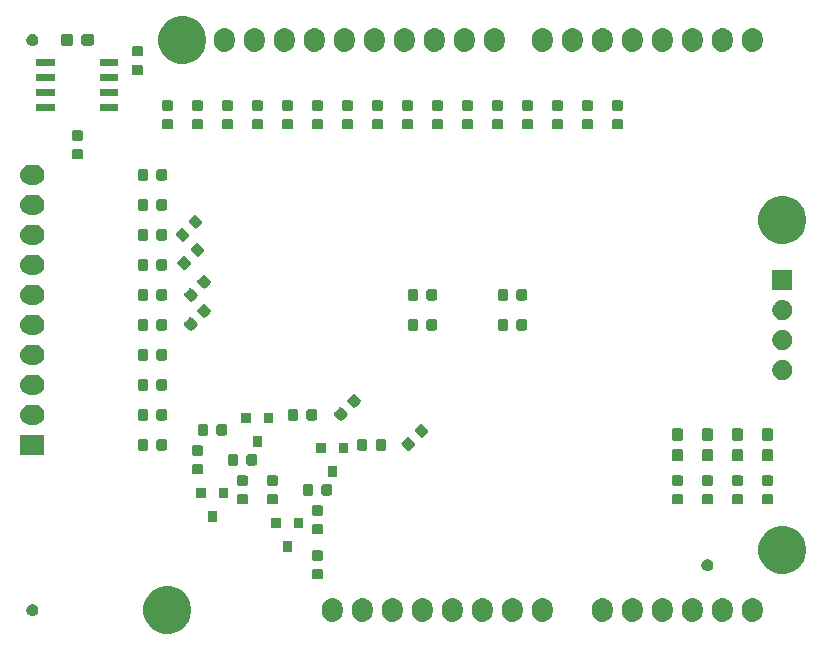
<source format=gbr>
G04 #@! TF.GenerationSoftware,KiCad,Pcbnew,5.1.5+dfsg1-2*
G04 #@! TF.CreationDate,2019-12-04T16:26:49+01:00*
G04 #@! TF.ProjectId,KiCad_Shield,4b694361-645f-4536-9869-656c642e6b69,rev?*
G04 #@! TF.SameCoordinates,Original*
G04 #@! TF.FileFunction,Soldermask,Top*
G04 #@! TF.FilePolarity,Negative*
%FSLAX46Y46*%
G04 Gerber Fmt 4.6, Leading zero omitted, Abs format (unit mm)*
G04 Created by KiCad (PCBNEW 5.1.5+dfsg1-2) date 2019-12-04 16:26:49*
%MOMM*%
%LPD*%
G04 APERTURE LIST*
%ADD10C,0.100000*%
G04 APERTURE END LIST*
D10*
G36*
X125560711Y-121871088D02*
G01*
X125560714Y-121871089D01*
X125560713Y-121871089D01*
X125930513Y-122024265D01*
X126263325Y-122246643D01*
X126546357Y-122529675D01*
X126741346Y-122821496D01*
X126768736Y-122862489D01*
X126921912Y-123232289D01*
X127000000Y-123624864D01*
X127000000Y-124025136D01*
X126921912Y-124417711D01*
X126904598Y-124459510D01*
X126768735Y-124787513D01*
X126546357Y-125120325D01*
X126263325Y-125403357D01*
X125930513Y-125625735D01*
X125930512Y-125625736D01*
X125930511Y-125625736D01*
X125560711Y-125778912D01*
X125168136Y-125857000D01*
X124767864Y-125857000D01*
X124375289Y-125778912D01*
X124005489Y-125625736D01*
X124005488Y-125625736D01*
X124005487Y-125625735D01*
X123672675Y-125403357D01*
X123389643Y-125120325D01*
X123167265Y-124787513D01*
X123031402Y-124459510D01*
X123014088Y-124417711D01*
X122936000Y-124025136D01*
X122936000Y-123624864D01*
X123014088Y-123232289D01*
X123167264Y-122862489D01*
X123194655Y-122821496D01*
X123389643Y-122529675D01*
X123672675Y-122246643D01*
X124005487Y-122024265D01*
X124375287Y-121871089D01*
X124375286Y-121871089D01*
X124375289Y-121871088D01*
X124767864Y-121793000D01*
X125168136Y-121793000D01*
X125560711Y-121871088D01*
G37*
G36*
X139107294Y-122821496D02*
G01*
X139227726Y-122858029D01*
X139270087Y-122870879D01*
X139420107Y-122951066D01*
X139420110Y-122951068D01*
X139420111Y-122951069D01*
X139551612Y-123058988D01*
X139659531Y-123190488D01*
X139659533Y-123190492D01*
X139659534Y-123190493D01*
X139739721Y-123340513D01*
X139739722Y-123340516D01*
X139789104Y-123503305D01*
X139789104Y-123503307D01*
X139801600Y-123630179D01*
X139801600Y-124019820D01*
X139801076Y-124025136D01*
X139789104Y-124146694D01*
X139768876Y-124213375D01*
X139739721Y-124309488D01*
X139681874Y-124417711D01*
X139659531Y-124459512D01*
X139551612Y-124591012D01*
X139420112Y-124698931D01*
X139420108Y-124698933D01*
X139420107Y-124698934D01*
X139270087Y-124779121D01*
X139270084Y-124779122D01*
X139107295Y-124828504D01*
X138938000Y-124845178D01*
X138768706Y-124828504D01*
X138605917Y-124779122D01*
X138605914Y-124779121D01*
X138455894Y-124698934D01*
X138455893Y-124698933D01*
X138455889Y-124698931D01*
X138324388Y-124591012D01*
X138216469Y-124459512D01*
X138136280Y-124309488D01*
X138136279Y-124309487D01*
X138123723Y-124268095D01*
X138086896Y-124146695D01*
X138078538Y-124061837D01*
X138074400Y-124019821D01*
X138074400Y-123630180D01*
X138086896Y-123503308D01*
X138086896Y-123503306D01*
X138135156Y-123344215D01*
X138136279Y-123340513D01*
X138216466Y-123190493D01*
X138216470Y-123190488D01*
X138324388Y-123058988D01*
X138455888Y-122951069D01*
X138455892Y-122951067D01*
X138455893Y-122951066D01*
X138605913Y-122870879D01*
X138633571Y-122862489D01*
X138768705Y-122821496D01*
X138938000Y-122804822D01*
X139107294Y-122821496D01*
G37*
G36*
X174667294Y-122821496D02*
G01*
X174787726Y-122858029D01*
X174830087Y-122870879D01*
X174980107Y-122951066D01*
X174980110Y-122951068D01*
X174980111Y-122951069D01*
X175111612Y-123058988D01*
X175219531Y-123190488D01*
X175219533Y-123190492D01*
X175219534Y-123190493D01*
X175299721Y-123340513D01*
X175299722Y-123340516D01*
X175349104Y-123503305D01*
X175349104Y-123503307D01*
X175361600Y-123630179D01*
X175361600Y-124019820D01*
X175361076Y-124025136D01*
X175349104Y-124146694D01*
X175328876Y-124213375D01*
X175299721Y-124309488D01*
X175241874Y-124417711D01*
X175219531Y-124459512D01*
X175111612Y-124591012D01*
X174980112Y-124698931D01*
X174980108Y-124698933D01*
X174980107Y-124698934D01*
X174830087Y-124779121D01*
X174830084Y-124779122D01*
X174667295Y-124828504D01*
X174498000Y-124845178D01*
X174328706Y-124828504D01*
X174165917Y-124779122D01*
X174165914Y-124779121D01*
X174015894Y-124698934D01*
X174015893Y-124698933D01*
X174015889Y-124698931D01*
X173884388Y-124591012D01*
X173776469Y-124459512D01*
X173696280Y-124309488D01*
X173696279Y-124309487D01*
X173683723Y-124268095D01*
X173646896Y-124146695D01*
X173638538Y-124061837D01*
X173634400Y-124019821D01*
X173634400Y-123630180D01*
X173646896Y-123503308D01*
X173646896Y-123503306D01*
X173695156Y-123344215D01*
X173696279Y-123340513D01*
X173776466Y-123190493D01*
X173776470Y-123190488D01*
X173884388Y-123058988D01*
X174015888Y-122951069D01*
X174015892Y-122951067D01*
X174015893Y-122951066D01*
X174165913Y-122870879D01*
X174193571Y-122862489D01*
X174328705Y-122821496D01*
X174498000Y-122804822D01*
X174667294Y-122821496D01*
G37*
G36*
X172127294Y-122821496D02*
G01*
X172247726Y-122858029D01*
X172290087Y-122870879D01*
X172440107Y-122951066D01*
X172440110Y-122951068D01*
X172440111Y-122951069D01*
X172571612Y-123058988D01*
X172679531Y-123190488D01*
X172679533Y-123190492D01*
X172679534Y-123190493D01*
X172759721Y-123340513D01*
X172759722Y-123340516D01*
X172809104Y-123503305D01*
X172809104Y-123503307D01*
X172821600Y-123630179D01*
X172821600Y-124019820D01*
X172821076Y-124025136D01*
X172809104Y-124146694D01*
X172788876Y-124213375D01*
X172759721Y-124309488D01*
X172701874Y-124417711D01*
X172679531Y-124459512D01*
X172571612Y-124591012D01*
X172440112Y-124698931D01*
X172440108Y-124698933D01*
X172440107Y-124698934D01*
X172290087Y-124779121D01*
X172290084Y-124779122D01*
X172127295Y-124828504D01*
X171958000Y-124845178D01*
X171788706Y-124828504D01*
X171625917Y-124779122D01*
X171625914Y-124779121D01*
X171475894Y-124698934D01*
X171475893Y-124698933D01*
X171475889Y-124698931D01*
X171344388Y-124591012D01*
X171236469Y-124459512D01*
X171156280Y-124309488D01*
X171156279Y-124309487D01*
X171143723Y-124268095D01*
X171106896Y-124146695D01*
X171098538Y-124061837D01*
X171094400Y-124019821D01*
X171094400Y-123630180D01*
X171106896Y-123503308D01*
X171106896Y-123503306D01*
X171155156Y-123344215D01*
X171156279Y-123340513D01*
X171236466Y-123190493D01*
X171236470Y-123190488D01*
X171344388Y-123058988D01*
X171475888Y-122951069D01*
X171475892Y-122951067D01*
X171475893Y-122951066D01*
X171625913Y-122870879D01*
X171653571Y-122862489D01*
X171788705Y-122821496D01*
X171958000Y-122804822D01*
X172127294Y-122821496D01*
G37*
G36*
X169587294Y-122821496D02*
G01*
X169707726Y-122858029D01*
X169750087Y-122870879D01*
X169900107Y-122951066D01*
X169900110Y-122951068D01*
X169900111Y-122951069D01*
X170031612Y-123058988D01*
X170139531Y-123190488D01*
X170139533Y-123190492D01*
X170139534Y-123190493D01*
X170219721Y-123340513D01*
X170219722Y-123340516D01*
X170269104Y-123503305D01*
X170269104Y-123503307D01*
X170281600Y-123630179D01*
X170281600Y-124019820D01*
X170281076Y-124025136D01*
X170269104Y-124146694D01*
X170248876Y-124213375D01*
X170219721Y-124309488D01*
X170161874Y-124417711D01*
X170139531Y-124459512D01*
X170031612Y-124591012D01*
X169900112Y-124698931D01*
X169900108Y-124698933D01*
X169900107Y-124698934D01*
X169750087Y-124779121D01*
X169750084Y-124779122D01*
X169587295Y-124828504D01*
X169418000Y-124845178D01*
X169248706Y-124828504D01*
X169085917Y-124779122D01*
X169085914Y-124779121D01*
X168935894Y-124698934D01*
X168935893Y-124698933D01*
X168935889Y-124698931D01*
X168804388Y-124591012D01*
X168696469Y-124459512D01*
X168616280Y-124309488D01*
X168616279Y-124309487D01*
X168603723Y-124268095D01*
X168566896Y-124146695D01*
X168558538Y-124061837D01*
X168554400Y-124019821D01*
X168554400Y-123630180D01*
X168566896Y-123503308D01*
X168566896Y-123503306D01*
X168615156Y-123344215D01*
X168616279Y-123340513D01*
X168696466Y-123190493D01*
X168696470Y-123190488D01*
X168804388Y-123058988D01*
X168935888Y-122951069D01*
X168935892Y-122951067D01*
X168935893Y-122951066D01*
X169085913Y-122870879D01*
X169113571Y-122862489D01*
X169248705Y-122821496D01*
X169418000Y-122804822D01*
X169587294Y-122821496D01*
G37*
G36*
X167047294Y-122821496D02*
G01*
X167167726Y-122858029D01*
X167210087Y-122870879D01*
X167360107Y-122951066D01*
X167360110Y-122951068D01*
X167360111Y-122951069D01*
X167491612Y-123058988D01*
X167599531Y-123190488D01*
X167599533Y-123190492D01*
X167599534Y-123190493D01*
X167679721Y-123340513D01*
X167679722Y-123340516D01*
X167729104Y-123503305D01*
X167729104Y-123503307D01*
X167741600Y-123630179D01*
X167741600Y-124019820D01*
X167741076Y-124025136D01*
X167729104Y-124146694D01*
X167708876Y-124213375D01*
X167679721Y-124309488D01*
X167621874Y-124417711D01*
X167599531Y-124459512D01*
X167491612Y-124591012D01*
X167360112Y-124698931D01*
X167360108Y-124698933D01*
X167360107Y-124698934D01*
X167210087Y-124779121D01*
X167210084Y-124779122D01*
X167047295Y-124828504D01*
X166878000Y-124845178D01*
X166708706Y-124828504D01*
X166545917Y-124779122D01*
X166545914Y-124779121D01*
X166395894Y-124698934D01*
X166395893Y-124698933D01*
X166395889Y-124698931D01*
X166264388Y-124591012D01*
X166156469Y-124459512D01*
X166076280Y-124309488D01*
X166076279Y-124309487D01*
X166063723Y-124268095D01*
X166026896Y-124146695D01*
X166018538Y-124061837D01*
X166014400Y-124019821D01*
X166014400Y-123630180D01*
X166026896Y-123503308D01*
X166026896Y-123503306D01*
X166075156Y-123344215D01*
X166076279Y-123340513D01*
X166156466Y-123190493D01*
X166156470Y-123190488D01*
X166264388Y-123058988D01*
X166395888Y-122951069D01*
X166395892Y-122951067D01*
X166395893Y-122951066D01*
X166545913Y-122870879D01*
X166573571Y-122862489D01*
X166708705Y-122821496D01*
X166878000Y-122804822D01*
X167047294Y-122821496D01*
G37*
G36*
X164507294Y-122821496D02*
G01*
X164627726Y-122858029D01*
X164670087Y-122870879D01*
X164820107Y-122951066D01*
X164820110Y-122951068D01*
X164820111Y-122951069D01*
X164951612Y-123058988D01*
X165059531Y-123190488D01*
X165059533Y-123190492D01*
X165059534Y-123190493D01*
X165139721Y-123340513D01*
X165139722Y-123340516D01*
X165189104Y-123503305D01*
X165189104Y-123503307D01*
X165201600Y-123630179D01*
X165201600Y-124019820D01*
X165201076Y-124025136D01*
X165189104Y-124146694D01*
X165168876Y-124213375D01*
X165139721Y-124309488D01*
X165081874Y-124417711D01*
X165059531Y-124459512D01*
X164951612Y-124591012D01*
X164820112Y-124698931D01*
X164820108Y-124698933D01*
X164820107Y-124698934D01*
X164670087Y-124779121D01*
X164670084Y-124779122D01*
X164507295Y-124828504D01*
X164338000Y-124845178D01*
X164168706Y-124828504D01*
X164005917Y-124779122D01*
X164005914Y-124779121D01*
X163855894Y-124698934D01*
X163855893Y-124698933D01*
X163855889Y-124698931D01*
X163724388Y-124591012D01*
X163616469Y-124459512D01*
X163536280Y-124309488D01*
X163536279Y-124309487D01*
X163523723Y-124268095D01*
X163486896Y-124146695D01*
X163478538Y-124061837D01*
X163474400Y-124019821D01*
X163474400Y-123630180D01*
X163486896Y-123503308D01*
X163486896Y-123503306D01*
X163535156Y-123344215D01*
X163536279Y-123340513D01*
X163616466Y-123190493D01*
X163616470Y-123190488D01*
X163724388Y-123058988D01*
X163855888Y-122951069D01*
X163855892Y-122951067D01*
X163855893Y-122951066D01*
X164005913Y-122870879D01*
X164033571Y-122862489D01*
X164168705Y-122821496D01*
X164338000Y-122804822D01*
X164507294Y-122821496D01*
G37*
G36*
X161967294Y-122821496D02*
G01*
X162087726Y-122858029D01*
X162130087Y-122870879D01*
X162280107Y-122951066D01*
X162280110Y-122951068D01*
X162280111Y-122951069D01*
X162411612Y-123058988D01*
X162519531Y-123190488D01*
X162519533Y-123190492D01*
X162519534Y-123190493D01*
X162599721Y-123340513D01*
X162599722Y-123340516D01*
X162649104Y-123503305D01*
X162649104Y-123503307D01*
X162661600Y-123630179D01*
X162661600Y-124019820D01*
X162661076Y-124025136D01*
X162649104Y-124146694D01*
X162628876Y-124213375D01*
X162599721Y-124309488D01*
X162541874Y-124417711D01*
X162519531Y-124459512D01*
X162411612Y-124591012D01*
X162280112Y-124698931D01*
X162280108Y-124698933D01*
X162280107Y-124698934D01*
X162130087Y-124779121D01*
X162130084Y-124779122D01*
X161967295Y-124828504D01*
X161798000Y-124845178D01*
X161628706Y-124828504D01*
X161465917Y-124779122D01*
X161465914Y-124779121D01*
X161315894Y-124698934D01*
X161315893Y-124698933D01*
X161315889Y-124698931D01*
X161184388Y-124591012D01*
X161076469Y-124459512D01*
X160996280Y-124309488D01*
X160996279Y-124309487D01*
X160983723Y-124268095D01*
X160946896Y-124146695D01*
X160938538Y-124061837D01*
X160934400Y-124019821D01*
X160934400Y-123630180D01*
X160946896Y-123503308D01*
X160946896Y-123503306D01*
X160995156Y-123344215D01*
X160996279Y-123340513D01*
X161076466Y-123190493D01*
X161076470Y-123190488D01*
X161184388Y-123058988D01*
X161315888Y-122951069D01*
X161315892Y-122951067D01*
X161315893Y-122951066D01*
X161465913Y-122870879D01*
X161493571Y-122862489D01*
X161628705Y-122821496D01*
X161798000Y-122804822D01*
X161967294Y-122821496D01*
G37*
G36*
X154347294Y-122821496D02*
G01*
X154467726Y-122858029D01*
X154510087Y-122870879D01*
X154660107Y-122951066D01*
X154660110Y-122951068D01*
X154660111Y-122951069D01*
X154791612Y-123058988D01*
X154899531Y-123190488D01*
X154899533Y-123190492D01*
X154899534Y-123190493D01*
X154979721Y-123340513D01*
X154979722Y-123340516D01*
X155029104Y-123503305D01*
X155029104Y-123503307D01*
X155041600Y-123630179D01*
X155041600Y-124019820D01*
X155041076Y-124025136D01*
X155029104Y-124146694D01*
X155008876Y-124213375D01*
X154979721Y-124309488D01*
X154921874Y-124417711D01*
X154899531Y-124459512D01*
X154791612Y-124591012D01*
X154660112Y-124698931D01*
X154660108Y-124698933D01*
X154660107Y-124698934D01*
X154510087Y-124779121D01*
X154510084Y-124779122D01*
X154347295Y-124828504D01*
X154178000Y-124845178D01*
X154008706Y-124828504D01*
X153845917Y-124779122D01*
X153845914Y-124779121D01*
X153695894Y-124698934D01*
X153695893Y-124698933D01*
X153695889Y-124698931D01*
X153564388Y-124591012D01*
X153456469Y-124459512D01*
X153376280Y-124309488D01*
X153376279Y-124309487D01*
X153363723Y-124268095D01*
X153326896Y-124146695D01*
X153318538Y-124061837D01*
X153314400Y-124019821D01*
X153314400Y-123630180D01*
X153326896Y-123503308D01*
X153326896Y-123503306D01*
X153375156Y-123344215D01*
X153376279Y-123340513D01*
X153456466Y-123190493D01*
X153456470Y-123190488D01*
X153564388Y-123058988D01*
X153695888Y-122951069D01*
X153695892Y-122951067D01*
X153695893Y-122951066D01*
X153845913Y-122870879D01*
X153873571Y-122862489D01*
X154008705Y-122821496D01*
X154178000Y-122804822D01*
X154347294Y-122821496D01*
G37*
G36*
X156887294Y-122821496D02*
G01*
X157007726Y-122858029D01*
X157050087Y-122870879D01*
X157200107Y-122951066D01*
X157200110Y-122951068D01*
X157200111Y-122951069D01*
X157331612Y-123058988D01*
X157439531Y-123190488D01*
X157439533Y-123190492D01*
X157439534Y-123190493D01*
X157519721Y-123340513D01*
X157519722Y-123340516D01*
X157569104Y-123503305D01*
X157569104Y-123503307D01*
X157581600Y-123630179D01*
X157581600Y-124019820D01*
X157581076Y-124025136D01*
X157569104Y-124146694D01*
X157548876Y-124213375D01*
X157519721Y-124309488D01*
X157461874Y-124417711D01*
X157439531Y-124459512D01*
X157331612Y-124591012D01*
X157200112Y-124698931D01*
X157200108Y-124698933D01*
X157200107Y-124698934D01*
X157050087Y-124779121D01*
X157050084Y-124779122D01*
X156887295Y-124828504D01*
X156718000Y-124845178D01*
X156548706Y-124828504D01*
X156385917Y-124779122D01*
X156385914Y-124779121D01*
X156235894Y-124698934D01*
X156235893Y-124698933D01*
X156235889Y-124698931D01*
X156104388Y-124591012D01*
X155996469Y-124459512D01*
X155916280Y-124309488D01*
X155916279Y-124309487D01*
X155903723Y-124268095D01*
X155866896Y-124146695D01*
X155858538Y-124061837D01*
X155854400Y-124019821D01*
X155854400Y-123630180D01*
X155866896Y-123503308D01*
X155866896Y-123503306D01*
X155915156Y-123344215D01*
X155916279Y-123340513D01*
X155996466Y-123190493D01*
X155996470Y-123190488D01*
X156104388Y-123058988D01*
X156235888Y-122951069D01*
X156235892Y-122951067D01*
X156235893Y-122951066D01*
X156385913Y-122870879D01*
X156413571Y-122862489D01*
X156548705Y-122821496D01*
X156718000Y-122804822D01*
X156887294Y-122821496D01*
G37*
G36*
X141647294Y-122821496D02*
G01*
X141767726Y-122858029D01*
X141810087Y-122870879D01*
X141960107Y-122951066D01*
X141960110Y-122951068D01*
X141960111Y-122951069D01*
X142091612Y-123058988D01*
X142199531Y-123190488D01*
X142199533Y-123190492D01*
X142199534Y-123190493D01*
X142279721Y-123340513D01*
X142279722Y-123340516D01*
X142329104Y-123503305D01*
X142329104Y-123503307D01*
X142341600Y-123630179D01*
X142341600Y-124019820D01*
X142341076Y-124025136D01*
X142329104Y-124146694D01*
X142308876Y-124213375D01*
X142279721Y-124309488D01*
X142221874Y-124417711D01*
X142199531Y-124459512D01*
X142091612Y-124591012D01*
X141960112Y-124698931D01*
X141960108Y-124698933D01*
X141960107Y-124698934D01*
X141810087Y-124779121D01*
X141810084Y-124779122D01*
X141647295Y-124828504D01*
X141478000Y-124845178D01*
X141308706Y-124828504D01*
X141145917Y-124779122D01*
X141145914Y-124779121D01*
X140995894Y-124698934D01*
X140995893Y-124698933D01*
X140995889Y-124698931D01*
X140864388Y-124591012D01*
X140756469Y-124459512D01*
X140676280Y-124309488D01*
X140676279Y-124309487D01*
X140663723Y-124268095D01*
X140626896Y-124146695D01*
X140618538Y-124061837D01*
X140614400Y-124019821D01*
X140614400Y-123630180D01*
X140626896Y-123503308D01*
X140626896Y-123503306D01*
X140675156Y-123344215D01*
X140676279Y-123340513D01*
X140756466Y-123190493D01*
X140756470Y-123190488D01*
X140864388Y-123058988D01*
X140995888Y-122951069D01*
X140995892Y-122951067D01*
X140995893Y-122951066D01*
X141145913Y-122870879D01*
X141173571Y-122862489D01*
X141308705Y-122821496D01*
X141478000Y-122804822D01*
X141647294Y-122821496D01*
G37*
G36*
X144187294Y-122821496D02*
G01*
X144307726Y-122858029D01*
X144350087Y-122870879D01*
X144500107Y-122951066D01*
X144500110Y-122951068D01*
X144500111Y-122951069D01*
X144631612Y-123058988D01*
X144739531Y-123190488D01*
X144739533Y-123190492D01*
X144739534Y-123190493D01*
X144819721Y-123340513D01*
X144819722Y-123340516D01*
X144869104Y-123503305D01*
X144869104Y-123503307D01*
X144881600Y-123630179D01*
X144881600Y-124019820D01*
X144881076Y-124025136D01*
X144869104Y-124146694D01*
X144848876Y-124213375D01*
X144819721Y-124309488D01*
X144761874Y-124417711D01*
X144739531Y-124459512D01*
X144631612Y-124591012D01*
X144500112Y-124698931D01*
X144500108Y-124698933D01*
X144500107Y-124698934D01*
X144350087Y-124779121D01*
X144350084Y-124779122D01*
X144187295Y-124828504D01*
X144018000Y-124845178D01*
X143848706Y-124828504D01*
X143685917Y-124779122D01*
X143685914Y-124779121D01*
X143535894Y-124698934D01*
X143535893Y-124698933D01*
X143535889Y-124698931D01*
X143404388Y-124591012D01*
X143296469Y-124459512D01*
X143216280Y-124309488D01*
X143216279Y-124309487D01*
X143203723Y-124268095D01*
X143166896Y-124146695D01*
X143158538Y-124061837D01*
X143154400Y-124019821D01*
X143154400Y-123630180D01*
X143166896Y-123503308D01*
X143166896Y-123503306D01*
X143215156Y-123344215D01*
X143216279Y-123340513D01*
X143296466Y-123190493D01*
X143296470Y-123190488D01*
X143404388Y-123058988D01*
X143535888Y-122951069D01*
X143535892Y-122951067D01*
X143535893Y-122951066D01*
X143685913Y-122870879D01*
X143713571Y-122862489D01*
X143848705Y-122821496D01*
X144018000Y-122804822D01*
X144187294Y-122821496D01*
G37*
G36*
X149267294Y-122821496D02*
G01*
X149387726Y-122858029D01*
X149430087Y-122870879D01*
X149580107Y-122951066D01*
X149580110Y-122951068D01*
X149580111Y-122951069D01*
X149711612Y-123058988D01*
X149819531Y-123190488D01*
X149819533Y-123190492D01*
X149819534Y-123190493D01*
X149899721Y-123340513D01*
X149899722Y-123340516D01*
X149949104Y-123503305D01*
X149949104Y-123503307D01*
X149961600Y-123630179D01*
X149961600Y-124019820D01*
X149961076Y-124025136D01*
X149949104Y-124146694D01*
X149928876Y-124213375D01*
X149899721Y-124309488D01*
X149841874Y-124417711D01*
X149819531Y-124459512D01*
X149711612Y-124591012D01*
X149580112Y-124698931D01*
X149580108Y-124698933D01*
X149580107Y-124698934D01*
X149430087Y-124779121D01*
X149430084Y-124779122D01*
X149267295Y-124828504D01*
X149098000Y-124845178D01*
X148928706Y-124828504D01*
X148765917Y-124779122D01*
X148765914Y-124779121D01*
X148615894Y-124698934D01*
X148615893Y-124698933D01*
X148615889Y-124698931D01*
X148484388Y-124591012D01*
X148376469Y-124459512D01*
X148296280Y-124309488D01*
X148296279Y-124309487D01*
X148283723Y-124268095D01*
X148246896Y-124146695D01*
X148238538Y-124061837D01*
X148234400Y-124019821D01*
X148234400Y-123630180D01*
X148246896Y-123503308D01*
X148246896Y-123503306D01*
X148295156Y-123344215D01*
X148296279Y-123340513D01*
X148376466Y-123190493D01*
X148376470Y-123190488D01*
X148484388Y-123058988D01*
X148615888Y-122951069D01*
X148615892Y-122951067D01*
X148615893Y-122951066D01*
X148765913Y-122870879D01*
X148793571Y-122862489D01*
X148928705Y-122821496D01*
X149098000Y-122804822D01*
X149267294Y-122821496D01*
G37*
G36*
X146727294Y-122821496D02*
G01*
X146847726Y-122858029D01*
X146890087Y-122870879D01*
X147040107Y-122951066D01*
X147040110Y-122951068D01*
X147040111Y-122951069D01*
X147171612Y-123058988D01*
X147279531Y-123190488D01*
X147279533Y-123190492D01*
X147279534Y-123190493D01*
X147359721Y-123340513D01*
X147359722Y-123340516D01*
X147409104Y-123503305D01*
X147409104Y-123503307D01*
X147421600Y-123630179D01*
X147421600Y-124019820D01*
X147421076Y-124025136D01*
X147409104Y-124146694D01*
X147388876Y-124213375D01*
X147359721Y-124309488D01*
X147301874Y-124417711D01*
X147279531Y-124459512D01*
X147171612Y-124591012D01*
X147040112Y-124698931D01*
X147040108Y-124698933D01*
X147040107Y-124698934D01*
X146890087Y-124779121D01*
X146890084Y-124779122D01*
X146727295Y-124828504D01*
X146558000Y-124845178D01*
X146388706Y-124828504D01*
X146225917Y-124779122D01*
X146225914Y-124779121D01*
X146075894Y-124698934D01*
X146075893Y-124698933D01*
X146075889Y-124698931D01*
X145944388Y-124591012D01*
X145836469Y-124459512D01*
X145756280Y-124309488D01*
X145756279Y-124309487D01*
X145743723Y-124268095D01*
X145706896Y-124146695D01*
X145698538Y-124061837D01*
X145694400Y-124019821D01*
X145694400Y-123630180D01*
X145706896Y-123503308D01*
X145706896Y-123503306D01*
X145755156Y-123344215D01*
X145756279Y-123340513D01*
X145836466Y-123190493D01*
X145836470Y-123190488D01*
X145944388Y-123058988D01*
X146075888Y-122951069D01*
X146075892Y-122951067D01*
X146075893Y-122951066D01*
X146225913Y-122870879D01*
X146253571Y-122862489D01*
X146388705Y-122821496D01*
X146558000Y-122804822D01*
X146727294Y-122821496D01*
G37*
G36*
X151807294Y-122821496D02*
G01*
X151927726Y-122858029D01*
X151970087Y-122870879D01*
X152120107Y-122951066D01*
X152120110Y-122951068D01*
X152120111Y-122951069D01*
X152251612Y-123058988D01*
X152359531Y-123190488D01*
X152359533Y-123190492D01*
X152359534Y-123190493D01*
X152439721Y-123340513D01*
X152439722Y-123340516D01*
X152489104Y-123503305D01*
X152489104Y-123503307D01*
X152501600Y-123630179D01*
X152501600Y-124019820D01*
X152501076Y-124025136D01*
X152489104Y-124146694D01*
X152468876Y-124213375D01*
X152439721Y-124309488D01*
X152381874Y-124417711D01*
X152359531Y-124459512D01*
X152251612Y-124591012D01*
X152120112Y-124698931D01*
X152120108Y-124698933D01*
X152120107Y-124698934D01*
X151970087Y-124779121D01*
X151970084Y-124779122D01*
X151807295Y-124828504D01*
X151638000Y-124845178D01*
X151468706Y-124828504D01*
X151305917Y-124779122D01*
X151305914Y-124779121D01*
X151155894Y-124698934D01*
X151155893Y-124698933D01*
X151155889Y-124698931D01*
X151024388Y-124591012D01*
X150916469Y-124459512D01*
X150836280Y-124309488D01*
X150836279Y-124309487D01*
X150823723Y-124268095D01*
X150786896Y-124146695D01*
X150778538Y-124061837D01*
X150774400Y-124019821D01*
X150774400Y-123630180D01*
X150786896Y-123503308D01*
X150786896Y-123503306D01*
X150835156Y-123344215D01*
X150836279Y-123340513D01*
X150916466Y-123190493D01*
X150916470Y-123190488D01*
X151024388Y-123058988D01*
X151155888Y-122951069D01*
X151155892Y-122951067D01*
X151155893Y-122951066D01*
X151305913Y-122870879D01*
X151333571Y-122862489D01*
X151468705Y-122821496D01*
X151638000Y-122804822D01*
X151807294Y-122821496D01*
G37*
G36*
X113683843Y-123344214D02*
G01*
X113683846Y-123344215D01*
X113683845Y-123344215D01*
X113774839Y-123381906D01*
X113816063Y-123409451D01*
X113856730Y-123436624D01*
X113926376Y-123506270D01*
X113981095Y-123588163D01*
X114018786Y-123679157D01*
X114038000Y-123775753D01*
X114038000Y-123874247D01*
X114018786Y-123970843D01*
X113996297Y-124025135D01*
X113981094Y-124061839D01*
X113926375Y-124143731D01*
X113856731Y-124213375D01*
X113774839Y-124268094D01*
X113774838Y-124268095D01*
X113774837Y-124268095D01*
X113683843Y-124305786D01*
X113587247Y-124325000D01*
X113488753Y-124325000D01*
X113392157Y-124305786D01*
X113301163Y-124268095D01*
X113301162Y-124268095D01*
X113301161Y-124268094D01*
X113219269Y-124213375D01*
X113149625Y-124143731D01*
X113094906Y-124061839D01*
X113079703Y-124025135D01*
X113057214Y-123970843D01*
X113038000Y-123874247D01*
X113038000Y-123775753D01*
X113057214Y-123679157D01*
X113094905Y-123588163D01*
X113149624Y-123506270D01*
X113219270Y-123436624D01*
X113259937Y-123409451D01*
X113301161Y-123381906D01*
X113392155Y-123344215D01*
X113392154Y-123344215D01*
X113392157Y-123344214D01*
X113488753Y-123325000D01*
X113587247Y-123325000D01*
X113683843Y-123344214D01*
G37*
G36*
X138017116Y-120368595D02*
G01*
X138046311Y-120377452D01*
X138073223Y-120391837D01*
X138096808Y-120411192D01*
X138116163Y-120434777D01*
X138130548Y-120461689D01*
X138139405Y-120490884D01*
X138143000Y-120527390D01*
X138143000Y-121077610D01*
X138139405Y-121114116D01*
X138130548Y-121143311D01*
X138116163Y-121170223D01*
X138096808Y-121193808D01*
X138073223Y-121213163D01*
X138046311Y-121227548D01*
X138017116Y-121236405D01*
X137980610Y-121240000D01*
X137355390Y-121240000D01*
X137318884Y-121236405D01*
X137289689Y-121227548D01*
X137262777Y-121213163D01*
X137239192Y-121193808D01*
X137219837Y-121170223D01*
X137205452Y-121143311D01*
X137196595Y-121114116D01*
X137193000Y-121077610D01*
X137193000Y-120527390D01*
X137196595Y-120490884D01*
X137205452Y-120461689D01*
X137219837Y-120434777D01*
X137239192Y-120411192D01*
X137262777Y-120391837D01*
X137289689Y-120377452D01*
X137318884Y-120368595D01*
X137355390Y-120365000D01*
X137980610Y-120365000D01*
X138017116Y-120368595D01*
G37*
G36*
X177630711Y-116791088D02*
G01*
X178000511Y-116944264D01*
X178000513Y-116944265D01*
X178168047Y-117056208D01*
X178333324Y-117166642D01*
X178616358Y-117449676D01*
X178838736Y-117782489D01*
X178991912Y-118152289D01*
X179070000Y-118544864D01*
X179070000Y-118945136D01*
X178991912Y-119337711D01*
X178838736Y-119707511D01*
X178616358Y-120040324D01*
X178333324Y-120323358D01*
X178215828Y-120401866D01*
X178000513Y-120545735D01*
X178000512Y-120545736D01*
X178000511Y-120545736D01*
X177630711Y-120698912D01*
X177238136Y-120777000D01*
X176837864Y-120777000D01*
X176445289Y-120698912D01*
X176075489Y-120545736D01*
X176075488Y-120545736D01*
X176075487Y-120545735D01*
X175860172Y-120401866D01*
X175742676Y-120323358D01*
X175459642Y-120040324D01*
X175237264Y-119707511D01*
X175084088Y-119337711D01*
X175006000Y-118945136D01*
X175006000Y-118544864D01*
X175084088Y-118152289D01*
X175237264Y-117782489D01*
X175459642Y-117449676D01*
X175742676Y-117166642D01*
X175907953Y-117056208D01*
X176075487Y-116944265D01*
X176075489Y-116944264D01*
X176445289Y-116791088D01*
X176837864Y-116713000D01*
X177238136Y-116713000D01*
X177630711Y-116791088D01*
G37*
G36*
X170833843Y-119534214D02*
G01*
X170916160Y-119568311D01*
X170924839Y-119571906D01*
X170959735Y-119595223D01*
X171006730Y-119626624D01*
X171076376Y-119696270D01*
X171131095Y-119778163D01*
X171168786Y-119869157D01*
X171188000Y-119965753D01*
X171188000Y-120064247D01*
X171168786Y-120160843D01*
X171168785Y-120160845D01*
X171131094Y-120251839D01*
X171076375Y-120333731D01*
X171006731Y-120403375D01*
X170924839Y-120458094D01*
X170924838Y-120458095D01*
X170924837Y-120458095D01*
X170833843Y-120495786D01*
X170737247Y-120515000D01*
X170638753Y-120515000D01*
X170542157Y-120495786D01*
X170451163Y-120458095D01*
X170451162Y-120458095D01*
X170451161Y-120458094D01*
X170369269Y-120403375D01*
X170299625Y-120333731D01*
X170244906Y-120251839D01*
X170207215Y-120160845D01*
X170207214Y-120160843D01*
X170188000Y-120064247D01*
X170188000Y-119965753D01*
X170207214Y-119869157D01*
X170244905Y-119778163D01*
X170299624Y-119696270D01*
X170369270Y-119626624D01*
X170416265Y-119595223D01*
X170451161Y-119571906D01*
X170459840Y-119568311D01*
X170542157Y-119534214D01*
X170638753Y-119515000D01*
X170737247Y-119515000D01*
X170833843Y-119534214D01*
G37*
G36*
X138017116Y-118793595D02*
G01*
X138046311Y-118802452D01*
X138073223Y-118816837D01*
X138096808Y-118836192D01*
X138116163Y-118859777D01*
X138130548Y-118886689D01*
X138139405Y-118915884D01*
X138143000Y-118952390D01*
X138143000Y-119502610D01*
X138139405Y-119539116D01*
X138130548Y-119568311D01*
X138116163Y-119595223D01*
X138096808Y-119618808D01*
X138073223Y-119638163D01*
X138046311Y-119652548D01*
X138017116Y-119661405D01*
X137980610Y-119665000D01*
X137355390Y-119665000D01*
X137318884Y-119661405D01*
X137289689Y-119652548D01*
X137262777Y-119638163D01*
X137239192Y-119618808D01*
X137219837Y-119595223D01*
X137205452Y-119568311D01*
X137196595Y-119539116D01*
X137193000Y-119502610D01*
X137193000Y-118952390D01*
X137196595Y-118915884D01*
X137205452Y-118886689D01*
X137219837Y-118859777D01*
X137239192Y-118836192D01*
X137262777Y-118816837D01*
X137289689Y-118802452D01*
X137318884Y-118793595D01*
X137355390Y-118790000D01*
X137980610Y-118790000D01*
X138017116Y-118793595D01*
G37*
G36*
X135528000Y-118925000D02*
G01*
X134728000Y-118925000D01*
X134728000Y-118025000D01*
X135528000Y-118025000D01*
X135528000Y-118925000D01*
G37*
G36*
X138017116Y-116558595D02*
G01*
X138046311Y-116567452D01*
X138073223Y-116581837D01*
X138096808Y-116601192D01*
X138116163Y-116624777D01*
X138130548Y-116651689D01*
X138139405Y-116680884D01*
X138143000Y-116717390D01*
X138143000Y-117267610D01*
X138139405Y-117304116D01*
X138130548Y-117333311D01*
X138116163Y-117360223D01*
X138096808Y-117383808D01*
X138073223Y-117403163D01*
X138046311Y-117417548D01*
X138017116Y-117426405D01*
X137980610Y-117430000D01*
X137355390Y-117430000D01*
X137318884Y-117426405D01*
X137289689Y-117417548D01*
X137262777Y-117403163D01*
X137239192Y-117383808D01*
X137219837Y-117360223D01*
X137205452Y-117333311D01*
X137196595Y-117304116D01*
X137193000Y-117267610D01*
X137193000Y-116717390D01*
X137196595Y-116680884D01*
X137205452Y-116651689D01*
X137219837Y-116624777D01*
X137239192Y-116601192D01*
X137262777Y-116581837D01*
X137289689Y-116567452D01*
X137318884Y-116558595D01*
X137355390Y-116555000D01*
X137980610Y-116555000D01*
X138017116Y-116558595D01*
G37*
G36*
X136478000Y-116925000D02*
G01*
X135678000Y-116925000D01*
X135678000Y-116025000D01*
X136478000Y-116025000D01*
X136478000Y-116925000D01*
G37*
G36*
X134578000Y-116925000D02*
G01*
X133778000Y-116925000D01*
X133778000Y-116025000D01*
X134578000Y-116025000D01*
X134578000Y-116925000D01*
G37*
G36*
X129178000Y-116385000D02*
G01*
X128378000Y-116385000D01*
X128378000Y-115485000D01*
X129178000Y-115485000D01*
X129178000Y-116385000D01*
G37*
G36*
X138017116Y-114983595D02*
G01*
X138046311Y-114992452D01*
X138073223Y-115006837D01*
X138096808Y-115026192D01*
X138116163Y-115049777D01*
X138130548Y-115076689D01*
X138139405Y-115105884D01*
X138143000Y-115142390D01*
X138143000Y-115692610D01*
X138139405Y-115729116D01*
X138130548Y-115758311D01*
X138116163Y-115785223D01*
X138096808Y-115808808D01*
X138073223Y-115828163D01*
X138046311Y-115842548D01*
X138017116Y-115851405D01*
X137980610Y-115855000D01*
X137355390Y-115855000D01*
X137318884Y-115851405D01*
X137289689Y-115842548D01*
X137262777Y-115828163D01*
X137239192Y-115808808D01*
X137219837Y-115785223D01*
X137205452Y-115758311D01*
X137196595Y-115729116D01*
X137193000Y-115692610D01*
X137193000Y-115142390D01*
X137196595Y-115105884D01*
X137205452Y-115076689D01*
X137219837Y-115049777D01*
X137239192Y-115026192D01*
X137262777Y-115006837D01*
X137289689Y-114992452D01*
X137318884Y-114983595D01*
X137355390Y-114980000D01*
X137980610Y-114980000D01*
X138017116Y-114983595D01*
G37*
G36*
X131667116Y-114018595D02*
G01*
X131696311Y-114027452D01*
X131723223Y-114041837D01*
X131746808Y-114061192D01*
X131766163Y-114084777D01*
X131780548Y-114111689D01*
X131789405Y-114140884D01*
X131793000Y-114177390D01*
X131793000Y-114727610D01*
X131789405Y-114764116D01*
X131780548Y-114793311D01*
X131766163Y-114820223D01*
X131746808Y-114843808D01*
X131723223Y-114863163D01*
X131696311Y-114877548D01*
X131667116Y-114886405D01*
X131630610Y-114890000D01*
X131005390Y-114890000D01*
X130968884Y-114886405D01*
X130939689Y-114877548D01*
X130912777Y-114863163D01*
X130889192Y-114843808D01*
X130869837Y-114820223D01*
X130855452Y-114793311D01*
X130846595Y-114764116D01*
X130843000Y-114727610D01*
X130843000Y-114177390D01*
X130846595Y-114140884D01*
X130855452Y-114111689D01*
X130869837Y-114084777D01*
X130889192Y-114061192D01*
X130912777Y-114041837D01*
X130939689Y-114027452D01*
X130968884Y-114018595D01*
X131005390Y-114015000D01*
X131630610Y-114015000D01*
X131667116Y-114018595D01*
G37*
G36*
X171037116Y-114018595D02*
G01*
X171066311Y-114027452D01*
X171093223Y-114041837D01*
X171116808Y-114061192D01*
X171136163Y-114084777D01*
X171150548Y-114111689D01*
X171159405Y-114140884D01*
X171163000Y-114177390D01*
X171163000Y-114727610D01*
X171159405Y-114764116D01*
X171150548Y-114793311D01*
X171136163Y-114820223D01*
X171116808Y-114843808D01*
X171093223Y-114863163D01*
X171066311Y-114877548D01*
X171037116Y-114886405D01*
X171000610Y-114890000D01*
X170375390Y-114890000D01*
X170338884Y-114886405D01*
X170309689Y-114877548D01*
X170282777Y-114863163D01*
X170259192Y-114843808D01*
X170239837Y-114820223D01*
X170225452Y-114793311D01*
X170216595Y-114764116D01*
X170213000Y-114727610D01*
X170213000Y-114177390D01*
X170216595Y-114140884D01*
X170225452Y-114111689D01*
X170239837Y-114084777D01*
X170259192Y-114061192D01*
X170282777Y-114041837D01*
X170309689Y-114027452D01*
X170338884Y-114018595D01*
X170375390Y-114015000D01*
X171000610Y-114015000D01*
X171037116Y-114018595D01*
G37*
G36*
X168497116Y-114018595D02*
G01*
X168526311Y-114027452D01*
X168553223Y-114041837D01*
X168576808Y-114061192D01*
X168596163Y-114084777D01*
X168610548Y-114111689D01*
X168619405Y-114140884D01*
X168623000Y-114177390D01*
X168623000Y-114727610D01*
X168619405Y-114764116D01*
X168610548Y-114793311D01*
X168596163Y-114820223D01*
X168576808Y-114843808D01*
X168553223Y-114863163D01*
X168526311Y-114877548D01*
X168497116Y-114886405D01*
X168460610Y-114890000D01*
X167835390Y-114890000D01*
X167798884Y-114886405D01*
X167769689Y-114877548D01*
X167742777Y-114863163D01*
X167719192Y-114843808D01*
X167699837Y-114820223D01*
X167685452Y-114793311D01*
X167676595Y-114764116D01*
X167673000Y-114727610D01*
X167673000Y-114177390D01*
X167676595Y-114140884D01*
X167685452Y-114111689D01*
X167699837Y-114084777D01*
X167719192Y-114061192D01*
X167742777Y-114041837D01*
X167769689Y-114027452D01*
X167798884Y-114018595D01*
X167835390Y-114015000D01*
X168460610Y-114015000D01*
X168497116Y-114018595D01*
G37*
G36*
X134207116Y-114018595D02*
G01*
X134236311Y-114027452D01*
X134263223Y-114041837D01*
X134286808Y-114061192D01*
X134306163Y-114084777D01*
X134320548Y-114111689D01*
X134329405Y-114140884D01*
X134333000Y-114177390D01*
X134333000Y-114727610D01*
X134329405Y-114764116D01*
X134320548Y-114793311D01*
X134306163Y-114820223D01*
X134286808Y-114843808D01*
X134263223Y-114863163D01*
X134236311Y-114877548D01*
X134207116Y-114886405D01*
X134170610Y-114890000D01*
X133545390Y-114890000D01*
X133508884Y-114886405D01*
X133479689Y-114877548D01*
X133452777Y-114863163D01*
X133429192Y-114843808D01*
X133409837Y-114820223D01*
X133395452Y-114793311D01*
X133386595Y-114764116D01*
X133383000Y-114727610D01*
X133383000Y-114177390D01*
X133386595Y-114140884D01*
X133395452Y-114111689D01*
X133409837Y-114084777D01*
X133429192Y-114061192D01*
X133452777Y-114041837D01*
X133479689Y-114027452D01*
X133508884Y-114018595D01*
X133545390Y-114015000D01*
X134170610Y-114015000D01*
X134207116Y-114018595D01*
G37*
G36*
X173577116Y-114018595D02*
G01*
X173606311Y-114027452D01*
X173633223Y-114041837D01*
X173656808Y-114061192D01*
X173676163Y-114084777D01*
X173690548Y-114111689D01*
X173699405Y-114140884D01*
X173703000Y-114177390D01*
X173703000Y-114727610D01*
X173699405Y-114764116D01*
X173690548Y-114793311D01*
X173676163Y-114820223D01*
X173656808Y-114843808D01*
X173633223Y-114863163D01*
X173606311Y-114877548D01*
X173577116Y-114886405D01*
X173540610Y-114890000D01*
X172915390Y-114890000D01*
X172878884Y-114886405D01*
X172849689Y-114877548D01*
X172822777Y-114863163D01*
X172799192Y-114843808D01*
X172779837Y-114820223D01*
X172765452Y-114793311D01*
X172756595Y-114764116D01*
X172753000Y-114727610D01*
X172753000Y-114177390D01*
X172756595Y-114140884D01*
X172765452Y-114111689D01*
X172779837Y-114084777D01*
X172799192Y-114061192D01*
X172822777Y-114041837D01*
X172849689Y-114027452D01*
X172878884Y-114018595D01*
X172915390Y-114015000D01*
X173540610Y-114015000D01*
X173577116Y-114018595D01*
G37*
G36*
X176117116Y-114018595D02*
G01*
X176146311Y-114027452D01*
X176173223Y-114041837D01*
X176196808Y-114061192D01*
X176216163Y-114084777D01*
X176230548Y-114111689D01*
X176239405Y-114140884D01*
X176243000Y-114177390D01*
X176243000Y-114727610D01*
X176239405Y-114764116D01*
X176230548Y-114793311D01*
X176216163Y-114820223D01*
X176196808Y-114843808D01*
X176173223Y-114863163D01*
X176146311Y-114877548D01*
X176117116Y-114886405D01*
X176080610Y-114890000D01*
X175455390Y-114890000D01*
X175418884Y-114886405D01*
X175389689Y-114877548D01*
X175362777Y-114863163D01*
X175339192Y-114843808D01*
X175319837Y-114820223D01*
X175305452Y-114793311D01*
X175296595Y-114764116D01*
X175293000Y-114727610D01*
X175293000Y-114177390D01*
X175296595Y-114140884D01*
X175305452Y-114111689D01*
X175319837Y-114084777D01*
X175339192Y-114061192D01*
X175362777Y-114041837D01*
X175389689Y-114027452D01*
X175418884Y-114018595D01*
X175455390Y-114015000D01*
X176080610Y-114015000D01*
X176117116Y-114018595D01*
G37*
G36*
X130128000Y-114385000D02*
G01*
X129328000Y-114385000D01*
X129328000Y-113485000D01*
X130128000Y-113485000D01*
X130128000Y-114385000D01*
G37*
G36*
X128228000Y-114385000D02*
G01*
X127428000Y-114385000D01*
X127428000Y-113485000D01*
X128228000Y-113485000D01*
X128228000Y-114385000D01*
G37*
G36*
X137192116Y-113193595D02*
G01*
X137221311Y-113202452D01*
X137248223Y-113216837D01*
X137271808Y-113236192D01*
X137291163Y-113259777D01*
X137305548Y-113286689D01*
X137314405Y-113315884D01*
X137318000Y-113352390D01*
X137318000Y-113977610D01*
X137314405Y-114014116D01*
X137305548Y-114043311D01*
X137291163Y-114070223D01*
X137271808Y-114093808D01*
X137248223Y-114113163D01*
X137221311Y-114127548D01*
X137192116Y-114136405D01*
X137155610Y-114140000D01*
X136605390Y-114140000D01*
X136568884Y-114136405D01*
X136539689Y-114127548D01*
X136512777Y-114113163D01*
X136489192Y-114093808D01*
X136469837Y-114070223D01*
X136455452Y-114043311D01*
X136446595Y-114014116D01*
X136443000Y-113977610D01*
X136443000Y-113352390D01*
X136446595Y-113315884D01*
X136455452Y-113286689D01*
X136469837Y-113259777D01*
X136489192Y-113236192D01*
X136512777Y-113216837D01*
X136539689Y-113202452D01*
X136568884Y-113193595D01*
X136605390Y-113190000D01*
X137155610Y-113190000D01*
X137192116Y-113193595D01*
G37*
G36*
X138767116Y-113193595D02*
G01*
X138796311Y-113202452D01*
X138823223Y-113216837D01*
X138846808Y-113236192D01*
X138866163Y-113259777D01*
X138880548Y-113286689D01*
X138889405Y-113315884D01*
X138893000Y-113352390D01*
X138893000Y-113977610D01*
X138889405Y-114014116D01*
X138880548Y-114043311D01*
X138866163Y-114070223D01*
X138846808Y-114093808D01*
X138823223Y-114113163D01*
X138796311Y-114127548D01*
X138767116Y-114136405D01*
X138730610Y-114140000D01*
X138180390Y-114140000D01*
X138143884Y-114136405D01*
X138114689Y-114127548D01*
X138087777Y-114113163D01*
X138064192Y-114093808D01*
X138044837Y-114070223D01*
X138030452Y-114043311D01*
X138021595Y-114014116D01*
X138018000Y-113977610D01*
X138018000Y-113352390D01*
X138021595Y-113315884D01*
X138030452Y-113286689D01*
X138044837Y-113259777D01*
X138064192Y-113236192D01*
X138087777Y-113216837D01*
X138114689Y-113202452D01*
X138143884Y-113193595D01*
X138180390Y-113190000D01*
X138730610Y-113190000D01*
X138767116Y-113193595D01*
G37*
G36*
X134207116Y-112443595D02*
G01*
X134236311Y-112452452D01*
X134263223Y-112466837D01*
X134286808Y-112486192D01*
X134306163Y-112509777D01*
X134320548Y-112536689D01*
X134329405Y-112565884D01*
X134333000Y-112602390D01*
X134333000Y-113152610D01*
X134329405Y-113189116D01*
X134320548Y-113218311D01*
X134306163Y-113245223D01*
X134286808Y-113268808D01*
X134263223Y-113288163D01*
X134236311Y-113302548D01*
X134207116Y-113311405D01*
X134170610Y-113315000D01*
X133545390Y-113315000D01*
X133508884Y-113311405D01*
X133479689Y-113302548D01*
X133452777Y-113288163D01*
X133429192Y-113268808D01*
X133409837Y-113245223D01*
X133395452Y-113218311D01*
X133386595Y-113189116D01*
X133383000Y-113152610D01*
X133383000Y-112602390D01*
X133386595Y-112565884D01*
X133395452Y-112536689D01*
X133409837Y-112509777D01*
X133429192Y-112486192D01*
X133452777Y-112466837D01*
X133479689Y-112452452D01*
X133508884Y-112443595D01*
X133545390Y-112440000D01*
X134170610Y-112440000D01*
X134207116Y-112443595D01*
G37*
G36*
X131667116Y-112443595D02*
G01*
X131696311Y-112452452D01*
X131723223Y-112466837D01*
X131746808Y-112486192D01*
X131766163Y-112509777D01*
X131780548Y-112536689D01*
X131789405Y-112565884D01*
X131793000Y-112602390D01*
X131793000Y-113152610D01*
X131789405Y-113189116D01*
X131780548Y-113218311D01*
X131766163Y-113245223D01*
X131746808Y-113268808D01*
X131723223Y-113288163D01*
X131696311Y-113302548D01*
X131667116Y-113311405D01*
X131630610Y-113315000D01*
X131005390Y-113315000D01*
X130968884Y-113311405D01*
X130939689Y-113302548D01*
X130912777Y-113288163D01*
X130889192Y-113268808D01*
X130869837Y-113245223D01*
X130855452Y-113218311D01*
X130846595Y-113189116D01*
X130843000Y-113152610D01*
X130843000Y-112602390D01*
X130846595Y-112565884D01*
X130855452Y-112536689D01*
X130869837Y-112509777D01*
X130889192Y-112486192D01*
X130912777Y-112466837D01*
X130939689Y-112452452D01*
X130968884Y-112443595D01*
X131005390Y-112440000D01*
X131630610Y-112440000D01*
X131667116Y-112443595D01*
G37*
G36*
X176117116Y-112443595D02*
G01*
X176146311Y-112452452D01*
X176173223Y-112466837D01*
X176196808Y-112486192D01*
X176216163Y-112509777D01*
X176230548Y-112536689D01*
X176239405Y-112565884D01*
X176243000Y-112602390D01*
X176243000Y-113152610D01*
X176239405Y-113189116D01*
X176230548Y-113218311D01*
X176216163Y-113245223D01*
X176196808Y-113268808D01*
X176173223Y-113288163D01*
X176146311Y-113302548D01*
X176117116Y-113311405D01*
X176080610Y-113315000D01*
X175455390Y-113315000D01*
X175418884Y-113311405D01*
X175389689Y-113302548D01*
X175362777Y-113288163D01*
X175339192Y-113268808D01*
X175319837Y-113245223D01*
X175305452Y-113218311D01*
X175296595Y-113189116D01*
X175293000Y-113152610D01*
X175293000Y-112602390D01*
X175296595Y-112565884D01*
X175305452Y-112536689D01*
X175319837Y-112509777D01*
X175339192Y-112486192D01*
X175362777Y-112466837D01*
X175389689Y-112452452D01*
X175418884Y-112443595D01*
X175455390Y-112440000D01*
X176080610Y-112440000D01*
X176117116Y-112443595D01*
G37*
G36*
X171037116Y-112443595D02*
G01*
X171066311Y-112452452D01*
X171093223Y-112466837D01*
X171116808Y-112486192D01*
X171136163Y-112509777D01*
X171150548Y-112536689D01*
X171159405Y-112565884D01*
X171163000Y-112602390D01*
X171163000Y-113152610D01*
X171159405Y-113189116D01*
X171150548Y-113218311D01*
X171136163Y-113245223D01*
X171116808Y-113268808D01*
X171093223Y-113288163D01*
X171066311Y-113302548D01*
X171037116Y-113311405D01*
X171000610Y-113315000D01*
X170375390Y-113315000D01*
X170338884Y-113311405D01*
X170309689Y-113302548D01*
X170282777Y-113288163D01*
X170259192Y-113268808D01*
X170239837Y-113245223D01*
X170225452Y-113218311D01*
X170216595Y-113189116D01*
X170213000Y-113152610D01*
X170213000Y-112602390D01*
X170216595Y-112565884D01*
X170225452Y-112536689D01*
X170239837Y-112509777D01*
X170259192Y-112486192D01*
X170282777Y-112466837D01*
X170309689Y-112452452D01*
X170338884Y-112443595D01*
X170375390Y-112440000D01*
X171000610Y-112440000D01*
X171037116Y-112443595D01*
G37*
G36*
X173577116Y-112443595D02*
G01*
X173606311Y-112452452D01*
X173633223Y-112466837D01*
X173656808Y-112486192D01*
X173676163Y-112509777D01*
X173690548Y-112536689D01*
X173699405Y-112565884D01*
X173703000Y-112602390D01*
X173703000Y-113152610D01*
X173699405Y-113189116D01*
X173690548Y-113218311D01*
X173676163Y-113245223D01*
X173656808Y-113268808D01*
X173633223Y-113288163D01*
X173606311Y-113302548D01*
X173577116Y-113311405D01*
X173540610Y-113315000D01*
X172915390Y-113315000D01*
X172878884Y-113311405D01*
X172849689Y-113302548D01*
X172822777Y-113288163D01*
X172799192Y-113268808D01*
X172779837Y-113245223D01*
X172765452Y-113218311D01*
X172756595Y-113189116D01*
X172753000Y-113152610D01*
X172753000Y-112602390D01*
X172756595Y-112565884D01*
X172765452Y-112536689D01*
X172779837Y-112509777D01*
X172799192Y-112486192D01*
X172822777Y-112466837D01*
X172849689Y-112452452D01*
X172878884Y-112443595D01*
X172915390Y-112440000D01*
X173540610Y-112440000D01*
X173577116Y-112443595D01*
G37*
G36*
X168497116Y-112443595D02*
G01*
X168526311Y-112452452D01*
X168553223Y-112466837D01*
X168576808Y-112486192D01*
X168596163Y-112509777D01*
X168610548Y-112536689D01*
X168619405Y-112565884D01*
X168623000Y-112602390D01*
X168623000Y-113152610D01*
X168619405Y-113189116D01*
X168610548Y-113218311D01*
X168596163Y-113245223D01*
X168576808Y-113268808D01*
X168553223Y-113288163D01*
X168526311Y-113302548D01*
X168497116Y-113311405D01*
X168460610Y-113315000D01*
X167835390Y-113315000D01*
X167798884Y-113311405D01*
X167769689Y-113302548D01*
X167742777Y-113288163D01*
X167719192Y-113268808D01*
X167699837Y-113245223D01*
X167685452Y-113218311D01*
X167676595Y-113189116D01*
X167673000Y-113152610D01*
X167673000Y-112602390D01*
X167676595Y-112565884D01*
X167685452Y-112536689D01*
X167699837Y-112509777D01*
X167719192Y-112486192D01*
X167742777Y-112466837D01*
X167769689Y-112452452D01*
X167798884Y-112443595D01*
X167835390Y-112440000D01*
X168460610Y-112440000D01*
X168497116Y-112443595D01*
G37*
G36*
X139338000Y-112575000D02*
G01*
X138538000Y-112575000D01*
X138538000Y-111675000D01*
X139338000Y-111675000D01*
X139338000Y-112575000D01*
G37*
G36*
X127857116Y-111478595D02*
G01*
X127886311Y-111487452D01*
X127913223Y-111501837D01*
X127936808Y-111521192D01*
X127956163Y-111544777D01*
X127970548Y-111571689D01*
X127979405Y-111600884D01*
X127983000Y-111637390D01*
X127983000Y-112187610D01*
X127979405Y-112224116D01*
X127970548Y-112253311D01*
X127956163Y-112280223D01*
X127936808Y-112303808D01*
X127913223Y-112323163D01*
X127886311Y-112337548D01*
X127857116Y-112346405D01*
X127820610Y-112350000D01*
X127195390Y-112350000D01*
X127158884Y-112346405D01*
X127129689Y-112337548D01*
X127102777Y-112323163D01*
X127079192Y-112303808D01*
X127059837Y-112280223D01*
X127045452Y-112253311D01*
X127036595Y-112224116D01*
X127033000Y-112187610D01*
X127033000Y-111637390D01*
X127036595Y-111600884D01*
X127045452Y-111571689D01*
X127059837Y-111544777D01*
X127079192Y-111521192D01*
X127102777Y-111501837D01*
X127129689Y-111487452D01*
X127158884Y-111478595D01*
X127195390Y-111475000D01*
X127820610Y-111475000D01*
X127857116Y-111478595D01*
G37*
G36*
X132417116Y-110653595D02*
G01*
X132446311Y-110662452D01*
X132473223Y-110676837D01*
X132496808Y-110696192D01*
X132516163Y-110719777D01*
X132530548Y-110746689D01*
X132539405Y-110775884D01*
X132543000Y-110812390D01*
X132543000Y-111437610D01*
X132539405Y-111474116D01*
X132530548Y-111503311D01*
X132516163Y-111530223D01*
X132496808Y-111553808D01*
X132473223Y-111573163D01*
X132446311Y-111587548D01*
X132417116Y-111596405D01*
X132380610Y-111600000D01*
X131830390Y-111600000D01*
X131793884Y-111596405D01*
X131764689Y-111587548D01*
X131737777Y-111573163D01*
X131714192Y-111553808D01*
X131694837Y-111530223D01*
X131680452Y-111503311D01*
X131671595Y-111474116D01*
X131668000Y-111437610D01*
X131668000Y-110812390D01*
X131671595Y-110775884D01*
X131680452Y-110746689D01*
X131694837Y-110719777D01*
X131714192Y-110696192D01*
X131737777Y-110676837D01*
X131764689Y-110662452D01*
X131793884Y-110653595D01*
X131830390Y-110650000D01*
X132380610Y-110650000D01*
X132417116Y-110653595D01*
G37*
G36*
X130842116Y-110653595D02*
G01*
X130871311Y-110662452D01*
X130898223Y-110676837D01*
X130921808Y-110696192D01*
X130941163Y-110719777D01*
X130955548Y-110746689D01*
X130964405Y-110775884D01*
X130968000Y-110812390D01*
X130968000Y-111437610D01*
X130964405Y-111474116D01*
X130955548Y-111503311D01*
X130941163Y-111530223D01*
X130921808Y-111553808D01*
X130898223Y-111573163D01*
X130871311Y-111587548D01*
X130842116Y-111596405D01*
X130805610Y-111600000D01*
X130255390Y-111600000D01*
X130218884Y-111596405D01*
X130189689Y-111587548D01*
X130162777Y-111573163D01*
X130139192Y-111553808D01*
X130119837Y-111530223D01*
X130105452Y-111503311D01*
X130096595Y-111474116D01*
X130093000Y-111437610D01*
X130093000Y-110812390D01*
X130096595Y-110775884D01*
X130105452Y-110746689D01*
X130119837Y-110719777D01*
X130139192Y-110696192D01*
X130162777Y-110676837D01*
X130189689Y-110662452D01*
X130218884Y-110653595D01*
X130255390Y-110650000D01*
X130805610Y-110650000D01*
X130842116Y-110653595D01*
G37*
G36*
X171022024Y-110208955D02*
G01*
X171054738Y-110218879D01*
X171084885Y-110234993D01*
X171111315Y-110256685D01*
X171133007Y-110283115D01*
X171149121Y-110313262D01*
X171159045Y-110345976D01*
X171163000Y-110386138D01*
X171163000Y-111073862D01*
X171159045Y-111114024D01*
X171149121Y-111146738D01*
X171133007Y-111176885D01*
X171111315Y-111203315D01*
X171084885Y-111225007D01*
X171054738Y-111241121D01*
X171022024Y-111251045D01*
X170981862Y-111255000D01*
X170394138Y-111255000D01*
X170353976Y-111251045D01*
X170321262Y-111241121D01*
X170291115Y-111225007D01*
X170264685Y-111203315D01*
X170242993Y-111176885D01*
X170226879Y-111146738D01*
X170216955Y-111114024D01*
X170213000Y-111073862D01*
X170213000Y-110386138D01*
X170216955Y-110345976D01*
X170226879Y-110313262D01*
X170242993Y-110283115D01*
X170264685Y-110256685D01*
X170291115Y-110234993D01*
X170321262Y-110218879D01*
X170353976Y-110208955D01*
X170394138Y-110205000D01*
X170981862Y-110205000D01*
X171022024Y-110208955D01*
G37*
G36*
X168482024Y-110208955D02*
G01*
X168514738Y-110218879D01*
X168544885Y-110234993D01*
X168571315Y-110256685D01*
X168593007Y-110283115D01*
X168609121Y-110313262D01*
X168619045Y-110345976D01*
X168623000Y-110386138D01*
X168623000Y-111073862D01*
X168619045Y-111114024D01*
X168609121Y-111146738D01*
X168593007Y-111176885D01*
X168571315Y-111203315D01*
X168544885Y-111225007D01*
X168514738Y-111241121D01*
X168482024Y-111251045D01*
X168441862Y-111255000D01*
X167854138Y-111255000D01*
X167813976Y-111251045D01*
X167781262Y-111241121D01*
X167751115Y-111225007D01*
X167724685Y-111203315D01*
X167702993Y-111176885D01*
X167686879Y-111146738D01*
X167676955Y-111114024D01*
X167673000Y-111073862D01*
X167673000Y-110386138D01*
X167676955Y-110345976D01*
X167686879Y-110313262D01*
X167702993Y-110283115D01*
X167724685Y-110256685D01*
X167751115Y-110234993D01*
X167781262Y-110218879D01*
X167813976Y-110208955D01*
X167854138Y-110205000D01*
X168441862Y-110205000D01*
X168482024Y-110208955D01*
G37*
G36*
X176102024Y-110208955D02*
G01*
X176134738Y-110218879D01*
X176164885Y-110234993D01*
X176191315Y-110256685D01*
X176213007Y-110283115D01*
X176229121Y-110313262D01*
X176239045Y-110345976D01*
X176243000Y-110386138D01*
X176243000Y-111073862D01*
X176239045Y-111114024D01*
X176229121Y-111146738D01*
X176213007Y-111176885D01*
X176191315Y-111203315D01*
X176164885Y-111225007D01*
X176134738Y-111241121D01*
X176102024Y-111251045D01*
X176061862Y-111255000D01*
X175474138Y-111255000D01*
X175433976Y-111251045D01*
X175401262Y-111241121D01*
X175371115Y-111225007D01*
X175344685Y-111203315D01*
X175322993Y-111176885D01*
X175306879Y-111146738D01*
X175296955Y-111114024D01*
X175293000Y-111073862D01*
X175293000Y-110386138D01*
X175296955Y-110345976D01*
X175306879Y-110313262D01*
X175322993Y-110283115D01*
X175344685Y-110256685D01*
X175371115Y-110234993D01*
X175401262Y-110218879D01*
X175433976Y-110208955D01*
X175474138Y-110205000D01*
X176061862Y-110205000D01*
X176102024Y-110208955D01*
G37*
G36*
X173562024Y-110208955D02*
G01*
X173594738Y-110218879D01*
X173624885Y-110234993D01*
X173651315Y-110256685D01*
X173673007Y-110283115D01*
X173689121Y-110313262D01*
X173699045Y-110345976D01*
X173703000Y-110386138D01*
X173703000Y-111073862D01*
X173699045Y-111114024D01*
X173689121Y-111146738D01*
X173673007Y-111176885D01*
X173651315Y-111203315D01*
X173624885Y-111225007D01*
X173594738Y-111241121D01*
X173562024Y-111251045D01*
X173521862Y-111255000D01*
X172934138Y-111255000D01*
X172893976Y-111251045D01*
X172861262Y-111241121D01*
X172831115Y-111225007D01*
X172804685Y-111203315D01*
X172782993Y-111176885D01*
X172766879Y-111146738D01*
X172756955Y-111114024D01*
X172753000Y-111073862D01*
X172753000Y-110386138D01*
X172756955Y-110345976D01*
X172766879Y-110313262D01*
X172782993Y-110283115D01*
X172804685Y-110256685D01*
X172831115Y-110234993D01*
X172861262Y-110218879D01*
X172893976Y-110208955D01*
X172934138Y-110205000D01*
X173521862Y-110205000D01*
X173562024Y-110208955D01*
G37*
G36*
X127857116Y-109903595D02*
G01*
X127886311Y-109912452D01*
X127913223Y-109926837D01*
X127936808Y-109946192D01*
X127956163Y-109969777D01*
X127970548Y-109996689D01*
X127979405Y-110025884D01*
X127983000Y-110062390D01*
X127983000Y-110612610D01*
X127979405Y-110649116D01*
X127970548Y-110678311D01*
X127956163Y-110705223D01*
X127936808Y-110728808D01*
X127913223Y-110748163D01*
X127886311Y-110762548D01*
X127857116Y-110771405D01*
X127820610Y-110775000D01*
X127195390Y-110775000D01*
X127158884Y-110771405D01*
X127129689Y-110762548D01*
X127102777Y-110748163D01*
X127079192Y-110728808D01*
X127059837Y-110705223D01*
X127045452Y-110678311D01*
X127036595Y-110649116D01*
X127033000Y-110612610D01*
X127033000Y-110062390D01*
X127036595Y-110025884D01*
X127045452Y-109996689D01*
X127059837Y-109969777D01*
X127079192Y-109946192D01*
X127102777Y-109926837D01*
X127129689Y-109912452D01*
X127158884Y-109903595D01*
X127195390Y-109900000D01*
X127820610Y-109900000D01*
X127857116Y-109903595D01*
G37*
G36*
X114554000Y-110718600D02*
G01*
X112522000Y-110718600D01*
X112522000Y-108991400D01*
X114554000Y-108991400D01*
X114554000Y-110718600D01*
G37*
G36*
X140288000Y-110575000D02*
G01*
X139488000Y-110575000D01*
X139488000Y-109675000D01*
X140288000Y-109675000D01*
X140288000Y-110575000D01*
G37*
G36*
X138388000Y-110575000D02*
G01*
X137588000Y-110575000D01*
X137588000Y-109675000D01*
X138388000Y-109675000D01*
X138388000Y-110575000D01*
G37*
G36*
X145370002Y-109199928D02*
G01*
X145399197Y-109208785D01*
X145426109Y-109223170D01*
X145454458Y-109246435D01*
X145494305Y-109286282D01*
X145494316Y-109286291D01*
X145856709Y-109648684D01*
X145856718Y-109648695D01*
X145896565Y-109688542D01*
X145919830Y-109716891D01*
X145934215Y-109743803D01*
X145943072Y-109772998D01*
X145946062Y-109803364D01*
X145943072Y-109833730D01*
X145934215Y-109862925D01*
X145919830Y-109889837D01*
X145896565Y-109918186D01*
X145856718Y-109958033D01*
X145856709Y-109958044D01*
X145547350Y-110267403D01*
X145547339Y-110267412D01*
X145507492Y-110307259D01*
X145479143Y-110330524D01*
X145452231Y-110344909D01*
X145423036Y-110353766D01*
X145392670Y-110356756D01*
X145362304Y-110353766D01*
X145333109Y-110344909D01*
X145306197Y-110330524D01*
X145277848Y-110307259D01*
X145238001Y-110267412D01*
X145237990Y-110267403D01*
X144875597Y-109905010D01*
X144875588Y-109904999D01*
X144835741Y-109865152D01*
X144812476Y-109836803D01*
X144798091Y-109809891D01*
X144789234Y-109780696D01*
X144786244Y-109750330D01*
X144789234Y-109719964D01*
X144798091Y-109690769D01*
X144812476Y-109663857D01*
X144835741Y-109635508D01*
X144875588Y-109595661D01*
X144875597Y-109595650D01*
X145184956Y-109286291D01*
X145184967Y-109286282D01*
X145224814Y-109246435D01*
X145253163Y-109223170D01*
X145280075Y-109208785D01*
X145309270Y-109199928D01*
X145339636Y-109196938D01*
X145370002Y-109199928D01*
G37*
G36*
X124797116Y-109383595D02*
G01*
X124826311Y-109392452D01*
X124853223Y-109406837D01*
X124876808Y-109426192D01*
X124896163Y-109449777D01*
X124910548Y-109476689D01*
X124919405Y-109505884D01*
X124923000Y-109542390D01*
X124923000Y-110167610D01*
X124919405Y-110204116D01*
X124910548Y-110233311D01*
X124896163Y-110260223D01*
X124876808Y-110283808D01*
X124853223Y-110303163D01*
X124826311Y-110317548D01*
X124797116Y-110326405D01*
X124760610Y-110330000D01*
X124210390Y-110330000D01*
X124173884Y-110326405D01*
X124144689Y-110317548D01*
X124117777Y-110303163D01*
X124094192Y-110283808D01*
X124074837Y-110260223D01*
X124060452Y-110233311D01*
X124051595Y-110204116D01*
X124048000Y-110167610D01*
X124048000Y-109542390D01*
X124051595Y-109505884D01*
X124060452Y-109476689D01*
X124074837Y-109449777D01*
X124094192Y-109426192D01*
X124117777Y-109406837D01*
X124144689Y-109392452D01*
X124173884Y-109383595D01*
X124210390Y-109380000D01*
X124760610Y-109380000D01*
X124797116Y-109383595D01*
G37*
G36*
X123222116Y-109383595D02*
G01*
X123251311Y-109392452D01*
X123278223Y-109406837D01*
X123301808Y-109426192D01*
X123321163Y-109449777D01*
X123335548Y-109476689D01*
X123344405Y-109505884D01*
X123348000Y-109542390D01*
X123348000Y-110167610D01*
X123344405Y-110204116D01*
X123335548Y-110233311D01*
X123321163Y-110260223D01*
X123301808Y-110283808D01*
X123278223Y-110303163D01*
X123251311Y-110317548D01*
X123222116Y-110326405D01*
X123185610Y-110330000D01*
X122635390Y-110330000D01*
X122598884Y-110326405D01*
X122569689Y-110317548D01*
X122542777Y-110303163D01*
X122519192Y-110283808D01*
X122499837Y-110260223D01*
X122485452Y-110233311D01*
X122476595Y-110204116D01*
X122473000Y-110167610D01*
X122473000Y-109542390D01*
X122476595Y-109505884D01*
X122485452Y-109476689D01*
X122499837Y-109449777D01*
X122519192Y-109426192D01*
X122542777Y-109406837D01*
X122569689Y-109392452D01*
X122598884Y-109383595D01*
X122635390Y-109380000D01*
X123185610Y-109380000D01*
X123222116Y-109383595D01*
G37*
G36*
X143364616Y-109383595D02*
G01*
X143393811Y-109392452D01*
X143420723Y-109406837D01*
X143444308Y-109426192D01*
X143463663Y-109449777D01*
X143478048Y-109476689D01*
X143486905Y-109505884D01*
X143490500Y-109542390D01*
X143490500Y-110167610D01*
X143486905Y-110204116D01*
X143478048Y-110233311D01*
X143463663Y-110260223D01*
X143444308Y-110283808D01*
X143420723Y-110303163D01*
X143393811Y-110317548D01*
X143364616Y-110326405D01*
X143328110Y-110330000D01*
X142777890Y-110330000D01*
X142741384Y-110326405D01*
X142712189Y-110317548D01*
X142685277Y-110303163D01*
X142661692Y-110283808D01*
X142642337Y-110260223D01*
X142627952Y-110233311D01*
X142619095Y-110204116D01*
X142615500Y-110167610D01*
X142615500Y-109542390D01*
X142619095Y-109505884D01*
X142627952Y-109476689D01*
X142642337Y-109449777D01*
X142661692Y-109426192D01*
X142685277Y-109406837D01*
X142712189Y-109392452D01*
X142741384Y-109383595D01*
X142777890Y-109380000D01*
X143328110Y-109380000D01*
X143364616Y-109383595D01*
G37*
G36*
X141789616Y-109383595D02*
G01*
X141818811Y-109392452D01*
X141845723Y-109406837D01*
X141869308Y-109426192D01*
X141888663Y-109449777D01*
X141903048Y-109476689D01*
X141911905Y-109505884D01*
X141915500Y-109542390D01*
X141915500Y-110167610D01*
X141911905Y-110204116D01*
X141903048Y-110233311D01*
X141888663Y-110260223D01*
X141869308Y-110283808D01*
X141845723Y-110303163D01*
X141818811Y-110317548D01*
X141789616Y-110326405D01*
X141753110Y-110330000D01*
X141202890Y-110330000D01*
X141166384Y-110326405D01*
X141137189Y-110317548D01*
X141110277Y-110303163D01*
X141086692Y-110283808D01*
X141067337Y-110260223D01*
X141052952Y-110233311D01*
X141044095Y-110204116D01*
X141040500Y-110167610D01*
X141040500Y-109542390D01*
X141044095Y-109505884D01*
X141052952Y-109476689D01*
X141067337Y-109449777D01*
X141086692Y-109426192D01*
X141110277Y-109406837D01*
X141137189Y-109392452D01*
X141166384Y-109383595D01*
X141202890Y-109380000D01*
X141753110Y-109380000D01*
X141789616Y-109383595D01*
G37*
G36*
X132988000Y-110035000D02*
G01*
X132188000Y-110035000D01*
X132188000Y-109135000D01*
X132988000Y-109135000D01*
X132988000Y-110035000D01*
G37*
G36*
X176102024Y-108458955D02*
G01*
X176134738Y-108468879D01*
X176164885Y-108484993D01*
X176191315Y-108506685D01*
X176213007Y-108533115D01*
X176229121Y-108563262D01*
X176239045Y-108595976D01*
X176243000Y-108636138D01*
X176243000Y-109323862D01*
X176239045Y-109364024D01*
X176229121Y-109396738D01*
X176213007Y-109426885D01*
X176191315Y-109453315D01*
X176164885Y-109475007D01*
X176134738Y-109491121D01*
X176102024Y-109501045D01*
X176061862Y-109505000D01*
X175474138Y-109505000D01*
X175433976Y-109501045D01*
X175401262Y-109491121D01*
X175371115Y-109475007D01*
X175344685Y-109453315D01*
X175322993Y-109426885D01*
X175306879Y-109396738D01*
X175296955Y-109364024D01*
X175293000Y-109323862D01*
X175293000Y-108636138D01*
X175296955Y-108595976D01*
X175306879Y-108563262D01*
X175322993Y-108533115D01*
X175344685Y-108506685D01*
X175371115Y-108484993D01*
X175401262Y-108468879D01*
X175433976Y-108458955D01*
X175474138Y-108455000D01*
X176061862Y-108455000D01*
X176102024Y-108458955D01*
G37*
G36*
X168482024Y-108458955D02*
G01*
X168514738Y-108468879D01*
X168544885Y-108484993D01*
X168571315Y-108506685D01*
X168593007Y-108533115D01*
X168609121Y-108563262D01*
X168619045Y-108595976D01*
X168623000Y-108636138D01*
X168623000Y-109323862D01*
X168619045Y-109364024D01*
X168609121Y-109396738D01*
X168593007Y-109426885D01*
X168571315Y-109453315D01*
X168544885Y-109475007D01*
X168514738Y-109491121D01*
X168482024Y-109501045D01*
X168441862Y-109505000D01*
X167854138Y-109505000D01*
X167813976Y-109501045D01*
X167781262Y-109491121D01*
X167751115Y-109475007D01*
X167724685Y-109453315D01*
X167702993Y-109426885D01*
X167686879Y-109396738D01*
X167676955Y-109364024D01*
X167673000Y-109323862D01*
X167673000Y-108636138D01*
X167676955Y-108595976D01*
X167686879Y-108563262D01*
X167702993Y-108533115D01*
X167724685Y-108506685D01*
X167751115Y-108484993D01*
X167781262Y-108468879D01*
X167813976Y-108458955D01*
X167854138Y-108455000D01*
X168441862Y-108455000D01*
X168482024Y-108458955D01*
G37*
G36*
X171022024Y-108458955D02*
G01*
X171054738Y-108468879D01*
X171084885Y-108484993D01*
X171111315Y-108506685D01*
X171133007Y-108533115D01*
X171149121Y-108563262D01*
X171159045Y-108595976D01*
X171163000Y-108636138D01*
X171163000Y-109323862D01*
X171159045Y-109364024D01*
X171149121Y-109396738D01*
X171133007Y-109426885D01*
X171111315Y-109453315D01*
X171084885Y-109475007D01*
X171054738Y-109491121D01*
X171022024Y-109501045D01*
X170981862Y-109505000D01*
X170394138Y-109505000D01*
X170353976Y-109501045D01*
X170321262Y-109491121D01*
X170291115Y-109475007D01*
X170264685Y-109453315D01*
X170242993Y-109426885D01*
X170226879Y-109396738D01*
X170216955Y-109364024D01*
X170213000Y-109323862D01*
X170213000Y-108636138D01*
X170216955Y-108595976D01*
X170226879Y-108563262D01*
X170242993Y-108533115D01*
X170264685Y-108506685D01*
X170291115Y-108484993D01*
X170321262Y-108468879D01*
X170353976Y-108458955D01*
X170394138Y-108455000D01*
X170981862Y-108455000D01*
X171022024Y-108458955D01*
G37*
G36*
X173562024Y-108458955D02*
G01*
X173594738Y-108468879D01*
X173624885Y-108484993D01*
X173651315Y-108506685D01*
X173673007Y-108533115D01*
X173689121Y-108563262D01*
X173699045Y-108595976D01*
X173703000Y-108636138D01*
X173703000Y-109323862D01*
X173699045Y-109364024D01*
X173689121Y-109396738D01*
X173673007Y-109426885D01*
X173651315Y-109453315D01*
X173624885Y-109475007D01*
X173594738Y-109491121D01*
X173562024Y-109501045D01*
X173521862Y-109505000D01*
X172934138Y-109505000D01*
X172893976Y-109501045D01*
X172861262Y-109491121D01*
X172831115Y-109475007D01*
X172804685Y-109453315D01*
X172782993Y-109426885D01*
X172766879Y-109396738D01*
X172756955Y-109364024D01*
X172753000Y-109323862D01*
X172753000Y-108636138D01*
X172756955Y-108595976D01*
X172766879Y-108563262D01*
X172782993Y-108533115D01*
X172804685Y-108506685D01*
X172831115Y-108484993D01*
X172861262Y-108468879D01*
X172893976Y-108458955D01*
X172934138Y-108455000D01*
X173521862Y-108455000D01*
X173562024Y-108458955D01*
G37*
G36*
X146483696Y-108086234D02*
G01*
X146512891Y-108095091D01*
X146539803Y-108109476D01*
X146568152Y-108132741D01*
X146607999Y-108172588D01*
X146608010Y-108172597D01*
X146970403Y-108534990D01*
X146970412Y-108535001D01*
X147010259Y-108574848D01*
X147033524Y-108603197D01*
X147047909Y-108630109D01*
X147056766Y-108659304D01*
X147059756Y-108689670D01*
X147056766Y-108720036D01*
X147047909Y-108749231D01*
X147033524Y-108776143D01*
X147010259Y-108804492D01*
X146970412Y-108844339D01*
X146970403Y-108844350D01*
X146661044Y-109153709D01*
X146661033Y-109153718D01*
X146621186Y-109193565D01*
X146592837Y-109216830D01*
X146565925Y-109231215D01*
X146536730Y-109240072D01*
X146506364Y-109243062D01*
X146475998Y-109240072D01*
X146446803Y-109231215D01*
X146419891Y-109216830D01*
X146391542Y-109193565D01*
X146351695Y-109153718D01*
X146351684Y-109153709D01*
X145989291Y-108791316D01*
X145989282Y-108791305D01*
X145949435Y-108751458D01*
X145926170Y-108723109D01*
X145911785Y-108696197D01*
X145902928Y-108667002D01*
X145899938Y-108636636D01*
X145902928Y-108606270D01*
X145911785Y-108577075D01*
X145926170Y-108550163D01*
X145949435Y-108521814D01*
X145989282Y-108481967D01*
X145989291Y-108481956D01*
X146298650Y-108172597D01*
X146298661Y-108172588D01*
X146338508Y-108132741D01*
X146366857Y-108109476D01*
X146393769Y-108095091D01*
X146422964Y-108086234D01*
X146453330Y-108083244D01*
X146483696Y-108086234D01*
G37*
G36*
X128302116Y-108113595D02*
G01*
X128331311Y-108122452D01*
X128358223Y-108136837D01*
X128381808Y-108156192D01*
X128401163Y-108179777D01*
X128415548Y-108206689D01*
X128424405Y-108235884D01*
X128428000Y-108272390D01*
X128428000Y-108897610D01*
X128424405Y-108934116D01*
X128415548Y-108963311D01*
X128401163Y-108990223D01*
X128381808Y-109013808D01*
X128358223Y-109033163D01*
X128331311Y-109047548D01*
X128302116Y-109056405D01*
X128265610Y-109060000D01*
X127715390Y-109060000D01*
X127678884Y-109056405D01*
X127649689Y-109047548D01*
X127622777Y-109033163D01*
X127599192Y-109013808D01*
X127579837Y-108990223D01*
X127565452Y-108963311D01*
X127556595Y-108934116D01*
X127553000Y-108897610D01*
X127553000Y-108272390D01*
X127556595Y-108235884D01*
X127565452Y-108206689D01*
X127579837Y-108179777D01*
X127599192Y-108156192D01*
X127622777Y-108136837D01*
X127649689Y-108122452D01*
X127678884Y-108113595D01*
X127715390Y-108110000D01*
X128265610Y-108110000D01*
X128302116Y-108113595D01*
G37*
G36*
X129877116Y-108113595D02*
G01*
X129906311Y-108122452D01*
X129933223Y-108136837D01*
X129956808Y-108156192D01*
X129976163Y-108179777D01*
X129990548Y-108206689D01*
X129999405Y-108235884D01*
X130003000Y-108272390D01*
X130003000Y-108897610D01*
X129999405Y-108934116D01*
X129990548Y-108963311D01*
X129976163Y-108990223D01*
X129956808Y-109013808D01*
X129933223Y-109033163D01*
X129906311Y-109047548D01*
X129877116Y-109056405D01*
X129840610Y-109060000D01*
X129290390Y-109060000D01*
X129253884Y-109056405D01*
X129224689Y-109047548D01*
X129197777Y-109033163D01*
X129174192Y-109013808D01*
X129154837Y-108990223D01*
X129140452Y-108963311D01*
X129131595Y-108934116D01*
X129128000Y-108897610D01*
X129128000Y-108272390D01*
X129131595Y-108235884D01*
X129140452Y-108206689D01*
X129154837Y-108179777D01*
X129174192Y-108156192D01*
X129197777Y-108136837D01*
X129224689Y-108122452D01*
X129253884Y-108113595D01*
X129290390Y-108110000D01*
X129840610Y-108110000D01*
X129877116Y-108113595D01*
G37*
G36*
X113775112Y-106455565D02*
G01*
X113859695Y-106463896D01*
X114022484Y-106513278D01*
X114022487Y-106513279D01*
X114172507Y-106593466D01*
X114172508Y-106593467D01*
X114172512Y-106593469D01*
X114304012Y-106701388D01*
X114411931Y-106832888D01*
X114411933Y-106832892D01*
X114411934Y-106832893D01*
X114492121Y-106982913D01*
X114492122Y-106982916D01*
X114541504Y-107145705D01*
X114558178Y-107315000D01*
X114541504Y-107484295D01*
X114515126Y-107571250D01*
X114492121Y-107647087D01*
X114414945Y-107791473D01*
X114411931Y-107797112D01*
X114304012Y-107928612D01*
X114172512Y-108036531D01*
X114172508Y-108036533D01*
X114172507Y-108036534D01*
X114022487Y-108116721D01*
X114022484Y-108116722D01*
X113859695Y-108166104D01*
X113793770Y-108172597D01*
X113732821Y-108178600D01*
X113343179Y-108178600D01*
X113282230Y-108172597D01*
X113216305Y-108166104D01*
X113053516Y-108116722D01*
X113053513Y-108116721D01*
X112903493Y-108036534D01*
X112903492Y-108036533D01*
X112903488Y-108036531D01*
X112771988Y-107928612D01*
X112664069Y-107797112D01*
X112661055Y-107791473D01*
X112583879Y-107647087D01*
X112560874Y-107571250D01*
X112534496Y-107484295D01*
X112517822Y-107315000D01*
X112534496Y-107145705D01*
X112583878Y-106982916D01*
X112583879Y-106982913D01*
X112664066Y-106832893D01*
X112664067Y-106832892D01*
X112664069Y-106832888D01*
X112771988Y-106701388D01*
X112903488Y-106593469D01*
X112903492Y-106593467D01*
X112903493Y-106593466D01*
X113053513Y-106513279D01*
X113053516Y-106513278D01*
X113216305Y-106463896D01*
X113300888Y-106455565D01*
X113343179Y-106451400D01*
X113732821Y-106451400D01*
X113775112Y-106455565D01*
G37*
G36*
X132038000Y-108035000D02*
G01*
X131238000Y-108035000D01*
X131238000Y-107135000D01*
X132038000Y-107135000D01*
X132038000Y-108035000D01*
G37*
G36*
X133938000Y-108035000D02*
G01*
X133138000Y-108035000D01*
X133138000Y-107135000D01*
X133938000Y-107135000D01*
X133938000Y-108035000D01*
G37*
G36*
X139655002Y-106659928D02*
G01*
X139684197Y-106668785D01*
X139711109Y-106683170D01*
X139739458Y-106706435D01*
X139779305Y-106746282D01*
X139779316Y-106746291D01*
X140141709Y-107108684D01*
X140141718Y-107108695D01*
X140181565Y-107148542D01*
X140204830Y-107176891D01*
X140219215Y-107203803D01*
X140228072Y-107232998D01*
X140231062Y-107263364D01*
X140228072Y-107293730D01*
X140219215Y-107322925D01*
X140204830Y-107349837D01*
X140181565Y-107378186D01*
X140141718Y-107418033D01*
X140141709Y-107418044D01*
X139832350Y-107727403D01*
X139832339Y-107727412D01*
X139792492Y-107767259D01*
X139764143Y-107790524D01*
X139737231Y-107804909D01*
X139708036Y-107813766D01*
X139677670Y-107816756D01*
X139647304Y-107813766D01*
X139618109Y-107804909D01*
X139591197Y-107790524D01*
X139562848Y-107767259D01*
X139523001Y-107727412D01*
X139522990Y-107727403D01*
X139160597Y-107365010D01*
X139160588Y-107364999D01*
X139120741Y-107325152D01*
X139097476Y-107296803D01*
X139083091Y-107269891D01*
X139074234Y-107240696D01*
X139071244Y-107210330D01*
X139074234Y-107179964D01*
X139083091Y-107150769D01*
X139097476Y-107123857D01*
X139120741Y-107095508D01*
X139160588Y-107055661D01*
X139160597Y-107055650D01*
X139469956Y-106746291D01*
X139469967Y-106746282D01*
X139509814Y-106706435D01*
X139538163Y-106683170D01*
X139565075Y-106668785D01*
X139594270Y-106659928D01*
X139624636Y-106656938D01*
X139655002Y-106659928D01*
G37*
G36*
X137497116Y-106843595D02*
G01*
X137526311Y-106852452D01*
X137553223Y-106866837D01*
X137576808Y-106886192D01*
X137596163Y-106909777D01*
X137610548Y-106936689D01*
X137619405Y-106965884D01*
X137623000Y-107002390D01*
X137623000Y-107627610D01*
X137619405Y-107664116D01*
X137610548Y-107693311D01*
X137596163Y-107720223D01*
X137576808Y-107743808D01*
X137553223Y-107763163D01*
X137526311Y-107777548D01*
X137497116Y-107786405D01*
X137460610Y-107790000D01*
X136910390Y-107790000D01*
X136873884Y-107786405D01*
X136844689Y-107777548D01*
X136817777Y-107763163D01*
X136794192Y-107743808D01*
X136774837Y-107720223D01*
X136760452Y-107693311D01*
X136751595Y-107664116D01*
X136748000Y-107627610D01*
X136748000Y-107002390D01*
X136751595Y-106965884D01*
X136760452Y-106936689D01*
X136774837Y-106909777D01*
X136794192Y-106886192D01*
X136817777Y-106866837D01*
X136844689Y-106852452D01*
X136873884Y-106843595D01*
X136910390Y-106840000D01*
X137460610Y-106840000D01*
X137497116Y-106843595D01*
G37*
G36*
X135922116Y-106843595D02*
G01*
X135951311Y-106852452D01*
X135978223Y-106866837D01*
X136001808Y-106886192D01*
X136021163Y-106909777D01*
X136035548Y-106936689D01*
X136044405Y-106965884D01*
X136048000Y-107002390D01*
X136048000Y-107627610D01*
X136044405Y-107664116D01*
X136035548Y-107693311D01*
X136021163Y-107720223D01*
X136001808Y-107743808D01*
X135978223Y-107763163D01*
X135951311Y-107777548D01*
X135922116Y-107786405D01*
X135885610Y-107790000D01*
X135335390Y-107790000D01*
X135298884Y-107786405D01*
X135269689Y-107777548D01*
X135242777Y-107763163D01*
X135219192Y-107743808D01*
X135199837Y-107720223D01*
X135185452Y-107693311D01*
X135176595Y-107664116D01*
X135173000Y-107627610D01*
X135173000Y-107002390D01*
X135176595Y-106965884D01*
X135185452Y-106936689D01*
X135199837Y-106909777D01*
X135219192Y-106886192D01*
X135242777Y-106866837D01*
X135269689Y-106852452D01*
X135298884Y-106843595D01*
X135335390Y-106840000D01*
X135885610Y-106840000D01*
X135922116Y-106843595D01*
G37*
G36*
X123222116Y-106843595D02*
G01*
X123251311Y-106852452D01*
X123278223Y-106866837D01*
X123301808Y-106886192D01*
X123321163Y-106909777D01*
X123335548Y-106936689D01*
X123344405Y-106965884D01*
X123348000Y-107002390D01*
X123348000Y-107627610D01*
X123344405Y-107664116D01*
X123335548Y-107693311D01*
X123321163Y-107720223D01*
X123301808Y-107743808D01*
X123278223Y-107763163D01*
X123251311Y-107777548D01*
X123222116Y-107786405D01*
X123185610Y-107790000D01*
X122635390Y-107790000D01*
X122598884Y-107786405D01*
X122569689Y-107777548D01*
X122542777Y-107763163D01*
X122519192Y-107743808D01*
X122499837Y-107720223D01*
X122485452Y-107693311D01*
X122476595Y-107664116D01*
X122473000Y-107627610D01*
X122473000Y-107002390D01*
X122476595Y-106965884D01*
X122485452Y-106936689D01*
X122499837Y-106909777D01*
X122519192Y-106886192D01*
X122542777Y-106866837D01*
X122569689Y-106852452D01*
X122598884Y-106843595D01*
X122635390Y-106840000D01*
X123185610Y-106840000D01*
X123222116Y-106843595D01*
G37*
G36*
X124797116Y-106843595D02*
G01*
X124826311Y-106852452D01*
X124853223Y-106866837D01*
X124876808Y-106886192D01*
X124896163Y-106909777D01*
X124910548Y-106936689D01*
X124919405Y-106965884D01*
X124923000Y-107002390D01*
X124923000Y-107627610D01*
X124919405Y-107664116D01*
X124910548Y-107693311D01*
X124896163Y-107720223D01*
X124876808Y-107743808D01*
X124853223Y-107763163D01*
X124826311Y-107777548D01*
X124797116Y-107786405D01*
X124760610Y-107790000D01*
X124210390Y-107790000D01*
X124173884Y-107786405D01*
X124144689Y-107777548D01*
X124117777Y-107763163D01*
X124094192Y-107743808D01*
X124074837Y-107720223D01*
X124060452Y-107693311D01*
X124051595Y-107664116D01*
X124048000Y-107627610D01*
X124048000Y-107002390D01*
X124051595Y-106965884D01*
X124060452Y-106936689D01*
X124074837Y-106909777D01*
X124094192Y-106886192D01*
X124117777Y-106866837D01*
X124144689Y-106852452D01*
X124173884Y-106843595D01*
X124210390Y-106840000D01*
X124760610Y-106840000D01*
X124797116Y-106843595D01*
G37*
G36*
X140768696Y-105546234D02*
G01*
X140797891Y-105555091D01*
X140824803Y-105569476D01*
X140853152Y-105592741D01*
X140892999Y-105632588D01*
X140893010Y-105632597D01*
X141255403Y-105994990D01*
X141255412Y-105995001D01*
X141295259Y-106034848D01*
X141318524Y-106063197D01*
X141332909Y-106090109D01*
X141341766Y-106119304D01*
X141344756Y-106149670D01*
X141341766Y-106180036D01*
X141332909Y-106209231D01*
X141318524Y-106236143D01*
X141295259Y-106264492D01*
X141255412Y-106304339D01*
X141255403Y-106304350D01*
X140946044Y-106613709D01*
X140946033Y-106613718D01*
X140906186Y-106653565D01*
X140877837Y-106676830D01*
X140850925Y-106691215D01*
X140821730Y-106700072D01*
X140791364Y-106703062D01*
X140760998Y-106700072D01*
X140731803Y-106691215D01*
X140704891Y-106676830D01*
X140676542Y-106653565D01*
X140636695Y-106613718D01*
X140636684Y-106613709D01*
X140274291Y-106251316D01*
X140274282Y-106251305D01*
X140234435Y-106211458D01*
X140211170Y-106183109D01*
X140196785Y-106156197D01*
X140187928Y-106127002D01*
X140184938Y-106096636D01*
X140187928Y-106066270D01*
X140196785Y-106037075D01*
X140211170Y-106010163D01*
X140234435Y-105981814D01*
X140274282Y-105941967D01*
X140274291Y-105941956D01*
X140583650Y-105632597D01*
X140583661Y-105632588D01*
X140623508Y-105592741D01*
X140651857Y-105569476D01*
X140678769Y-105555091D01*
X140707964Y-105546234D01*
X140738330Y-105543244D01*
X140768696Y-105546234D01*
G37*
G36*
X113775112Y-103915565D02*
G01*
X113859695Y-103923896D01*
X114022484Y-103973278D01*
X114022487Y-103973279D01*
X114172507Y-104053466D01*
X114172508Y-104053467D01*
X114172512Y-104053469D01*
X114304012Y-104161388D01*
X114411931Y-104292888D01*
X114411933Y-104292892D01*
X114411934Y-104292893D01*
X114492121Y-104442913D01*
X114492122Y-104442916D01*
X114541504Y-104605705D01*
X114558178Y-104775000D01*
X114541504Y-104944295D01*
X114515126Y-105031250D01*
X114492121Y-105107087D01*
X114411934Y-105257107D01*
X114411931Y-105257112D01*
X114304012Y-105388612D01*
X114172512Y-105496531D01*
X114172508Y-105496533D01*
X114172507Y-105496534D01*
X114022487Y-105576721D01*
X114022484Y-105576722D01*
X113859695Y-105626104D01*
X113793770Y-105632597D01*
X113732821Y-105638600D01*
X113343179Y-105638600D01*
X113282230Y-105632597D01*
X113216305Y-105626104D01*
X113053516Y-105576722D01*
X113053513Y-105576721D01*
X112903493Y-105496534D01*
X112903492Y-105496533D01*
X112903488Y-105496531D01*
X112771988Y-105388612D01*
X112664069Y-105257112D01*
X112664066Y-105257107D01*
X112583879Y-105107087D01*
X112560874Y-105031250D01*
X112534496Y-104944295D01*
X112517822Y-104775000D01*
X112534496Y-104605705D01*
X112583878Y-104442916D01*
X112583879Y-104442913D01*
X112664066Y-104292893D01*
X112664067Y-104292892D01*
X112664069Y-104292888D01*
X112771988Y-104161388D01*
X112903488Y-104053469D01*
X112903492Y-104053467D01*
X112903493Y-104053466D01*
X113053513Y-103973279D01*
X113053516Y-103973278D01*
X113216305Y-103923896D01*
X113300888Y-103915565D01*
X113343179Y-103911400D01*
X113732821Y-103911400D01*
X113775112Y-103915565D01*
G37*
G36*
X123222116Y-104303595D02*
G01*
X123251311Y-104312452D01*
X123278223Y-104326837D01*
X123301808Y-104346192D01*
X123321163Y-104369777D01*
X123335548Y-104396689D01*
X123344405Y-104425884D01*
X123348000Y-104462390D01*
X123348000Y-105087610D01*
X123344405Y-105124116D01*
X123335548Y-105153311D01*
X123321163Y-105180223D01*
X123301808Y-105203808D01*
X123278223Y-105223163D01*
X123251311Y-105237548D01*
X123222116Y-105246405D01*
X123185610Y-105250000D01*
X122635390Y-105250000D01*
X122598884Y-105246405D01*
X122569689Y-105237548D01*
X122542777Y-105223163D01*
X122519192Y-105203808D01*
X122499837Y-105180223D01*
X122485452Y-105153311D01*
X122476595Y-105124116D01*
X122473000Y-105087610D01*
X122473000Y-104462390D01*
X122476595Y-104425884D01*
X122485452Y-104396689D01*
X122499837Y-104369777D01*
X122519192Y-104346192D01*
X122542777Y-104326837D01*
X122569689Y-104312452D01*
X122598884Y-104303595D01*
X122635390Y-104300000D01*
X123185610Y-104300000D01*
X123222116Y-104303595D01*
G37*
G36*
X124797116Y-104303595D02*
G01*
X124826311Y-104312452D01*
X124853223Y-104326837D01*
X124876808Y-104346192D01*
X124896163Y-104369777D01*
X124910548Y-104396689D01*
X124919405Y-104425884D01*
X124923000Y-104462390D01*
X124923000Y-105087610D01*
X124919405Y-105124116D01*
X124910548Y-105153311D01*
X124896163Y-105180223D01*
X124876808Y-105203808D01*
X124853223Y-105223163D01*
X124826311Y-105237548D01*
X124797116Y-105246405D01*
X124760610Y-105250000D01*
X124210390Y-105250000D01*
X124173884Y-105246405D01*
X124144689Y-105237548D01*
X124117777Y-105223163D01*
X124094192Y-105203808D01*
X124074837Y-105180223D01*
X124060452Y-105153311D01*
X124051595Y-105124116D01*
X124048000Y-105087610D01*
X124048000Y-104462390D01*
X124051595Y-104425884D01*
X124060452Y-104396689D01*
X124074837Y-104369777D01*
X124094192Y-104346192D01*
X124117777Y-104326837D01*
X124144689Y-104312452D01*
X124173884Y-104303595D01*
X124210390Y-104300000D01*
X124760610Y-104300000D01*
X124797116Y-104303595D01*
G37*
G36*
X177285935Y-102687664D02*
G01*
X177440624Y-102751739D01*
X177440626Y-102751740D01*
X177579844Y-102844762D01*
X177698238Y-102963156D01*
X177788738Y-103098600D01*
X177791261Y-103102376D01*
X177855336Y-103257065D01*
X177888000Y-103421281D01*
X177888000Y-103588719D01*
X177855336Y-103752935D01*
X177791261Y-103907624D01*
X177791260Y-103907626D01*
X177698238Y-104046844D01*
X177579844Y-104165238D01*
X177440626Y-104258260D01*
X177440625Y-104258261D01*
X177440624Y-104258261D01*
X177285935Y-104322336D01*
X177121719Y-104355000D01*
X176954281Y-104355000D01*
X176790065Y-104322336D01*
X176635376Y-104258261D01*
X176635375Y-104258261D01*
X176635374Y-104258260D01*
X176496156Y-104165238D01*
X176377762Y-104046844D01*
X176284740Y-103907626D01*
X176284739Y-103907624D01*
X176220664Y-103752935D01*
X176188000Y-103588719D01*
X176188000Y-103421281D01*
X176220664Y-103257065D01*
X176284739Y-103102376D01*
X176287262Y-103098600D01*
X176377762Y-102963156D01*
X176496156Y-102844762D01*
X176635374Y-102751740D01*
X176635376Y-102751739D01*
X176790065Y-102687664D01*
X176954281Y-102655000D01*
X177121719Y-102655000D01*
X177285935Y-102687664D01*
G37*
G36*
X113775112Y-101375565D02*
G01*
X113859695Y-101383896D01*
X114022484Y-101433278D01*
X114022487Y-101433279D01*
X114172507Y-101513466D01*
X114172508Y-101513467D01*
X114172512Y-101513469D01*
X114304012Y-101621388D01*
X114411931Y-101752888D01*
X114411933Y-101752892D01*
X114411934Y-101752893D01*
X114492121Y-101902913D01*
X114492122Y-101902916D01*
X114541504Y-102065705D01*
X114558178Y-102235000D01*
X114541504Y-102404295D01*
X114515126Y-102491250D01*
X114492121Y-102567087D01*
X114411934Y-102717107D01*
X114411931Y-102717112D01*
X114304012Y-102848612D01*
X114172512Y-102956531D01*
X114172508Y-102956533D01*
X114172507Y-102956534D01*
X114022487Y-103036721D01*
X114022484Y-103036722D01*
X113859695Y-103086104D01*
X113775112Y-103094435D01*
X113732821Y-103098600D01*
X113343179Y-103098600D01*
X113300888Y-103094435D01*
X113216305Y-103086104D01*
X113053516Y-103036722D01*
X113053513Y-103036721D01*
X112903493Y-102956534D01*
X112903492Y-102956533D01*
X112903488Y-102956531D01*
X112771988Y-102848612D01*
X112664069Y-102717112D01*
X112664066Y-102717107D01*
X112583879Y-102567087D01*
X112560874Y-102491250D01*
X112534496Y-102404295D01*
X112517822Y-102235000D01*
X112534496Y-102065705D01*
X112583878Y-101902916D01*
X112583879Y-101902913D01*
X112664066Y-101752893D01*
X112664067Y-101752892D01*
X112664069Y-101752888D01*
X112771988Y-101621388D01*
X112903488Y-101513469D01*
X112903492Y-101513467D01*
X112903493Y-101513466D01*
X113053513Y-101433279D01*
X113053516Y-101433278D01*
X113216305Y-101383896D01*
X113300888Y-101375565D01*
X113343179Y-101371400D01*
X113732821Y-101371400D01*
X113775112Y-101375565D01*
G37*
G36*
X123222116Y-101763595D02*
G01*
X123251311Y-101772452D01*
X123278223Y-101786837D01*
X123301808Y-101806192D01*
X123321163Y-101829777D01*
X123335548Y-101856689D01*
X123344405Y-101885884D01*
X123348000Y-101922390D01*
X123348000Y-102547610D01*
X123344405Y-102584116D01*
X123335548Y-102613311D01*
X123321163Y-102640223D01*
X123301808Y-102663808D01*
X123278223Y-102683163D01*
X123251311Y-102697548D01*
X123222116Y-102706405D01*
X123185610Y-102710000D01*
X122635390Y-102710000D01*
X122598884Y-102706405D01*
X122569689Y-102697548D01*
X122542777Y-102683163D01*
X122519192Y-102663808D01*
X122499837Y-102640223D01*
X122485452Y-102613311D01*
X122476595Y-102584116D01*
X122473000Y-102547610D01*
X122473000Y-101922390D01*
X122476595Y-101885884D01*
X122485452Y-101856689D01*
X122499837Y-101829777D01*
X122519192Y-101806192D01*
X122542777Y-101786837D01*
X122569689Y-101772452D01*
X122598884Y-101763595D01*
X122635390Y-101760000D01*
X123185610Y-101760000D01*
X123222116Y-101763595D01*
G37*
G36*
X124797116Y-101763595D02*
G01*
X124826311Y-101772452D01*
X124853223Y-101786837D01*
X124876808Y-101806192D01*
X124896163Y-101829777D01*
X124910548Y-101856689D01*
X124919405Y-101885884D01*
X124923000Y-101922390D01*
X124923000Y-102547610D01*
X124919405Y-102584116D01*
X124910548Y-102613311D01*
X124896163Y-102640223D01*
X124876808Y-102663808D01*
X124853223Y-102683163D01*
X124826311Y-102697548D01*
X124797116Y-102706405D01*
X124760610Y-102710000D01*
X124210390Y-102710000D01*
X124173884Y-102706405D01*
X124144689Y-102697548D01*
X124117777Y-102683163D01*
X124094192Y-102663808D01*
X124074837Y-102640223D01*
X124060452Y-102613311D01*
X124051595Y-102584116D01*
X124048000Y-102547610D01*
X124048000Y-101922390D01*
X124051595Y-101885884D01*
X124060452Y-101856689D01*
X124074837Y-101829777D01*
X124094192Y-101806192D01*
X124117777Y-101786837D01*
X124144689Y-101772452D01*
X124173884Y-101763595D01*
X124210390Y-101760000D01*
X124760610Y-101760000D01*
X124797116Y-101763595D01*
G37*
G36*
X177285935Y-100147664D02*
G01*
X177404452Y-100196756D01*
X177440626Y-100211740D01*
X177579844Y-100304762D01*
X177698238Y-100423156D01*
X177788738Y-100558600D01*
X177791261Y-100562376D01*
X177855336Y-100717065D01*
X177888000Y-100881281D01*
X177888000Y-101048719D01*
X177855336Y-101212935D01*
X177791261Y-101367624D01*
X177791260Y-101367626D01*
X177698238Y-101506844D01*
X177579844Y-101625238D01*
X177440626Y-101718260D01*
X177440625Y-101718261D01*
X177440624Y-101718261D01*
X177285935Y-101782336D01*
X177121719Y-101815000D01*
X176954281Y-101815000D01*
X176790065Y-101782336D01*
X176635376Y-101718261D01*
X176635375Y-101718261D01*
X176635374Y-101718260D01*
X176496156Y-101625238D01*
X176377762Y-101506844D01*
X176284740Y-101367626D01*
X176284739Y-101367624D01*
X176220664Y-101212935D01*
X176188000Y-101048719D01*
X176188000Y-100881281D01*
X176220664Y-100717065D01*
X176284739Y-100562376D01*
X176287262Y-100558600D01*
X176377762Y-100423156D01*
X176496156Y-100304762D01*
X176635374Y-100211740D01*
X176671548Y-100196756D01*
X176790065Y-100147664D01*
X176954281Y-100115000D01*
X177121719Y-100115000D01*
X177285935Y-100147664D01*
G37*
G36*
X113775112Y-98835565D02*
G01*
X113859695Y-98843896D01*
X114022484Y-98893278D01*
X114022487Y-98893279D01*
X114172507Y-98973466D01*
X114172508Y-98973467D01*
X114172512Y-98973469D01*
X114304012Y-99081388D01*
X114411931Y-99212888D01*
X114411933Y-99212892D01*
X114411934Y-99212893D01*
X114492121Y-99362913D01*
X114492122Y-99362916D01*
X114541504Y-99525705D01*
X114558178Y-99695000D01*
X114541504Y-99864295D01*
X114515126Y-99951250D01*
X114492121Y-100027087D01*
X114414945Y-100171473D01*
X114411931Y-100177112D01*
X114304012Y-100308612D01*
X114172512Y-100416531D01*
X114172508Y-100416533D01*
X114172507Y-100416534D01*
X114022487Y-100496721D01*
X114022484Y-100496722D01*
X113859695Y-100546104D01*
X113775112Y-100554435D01*
X113732821Y-100558600D01*
X113343179Y-100558600D01*
X113300888Y-100554435D01*
X113216305Y-100546104D01*
X113053516Y-100496722D01*
X113053513Y-100496721D01*
X112903493Y-100416534D01*
X112903492Y-100416533D01*
X112903488Y-100416531D01*
X112771988Y-100308612D01*
X112664069Y-100177112D01*
X112661055Y-100171473D01*
X112583879Y-100027087D01*
X112560874Y-99951250D01*
X112534496Y-99864295D01*
X112517822Y-99695000D01*
X112534496Y-99525705D01*
X112583878Y-99362916D01*
X112583879Y-99362913D01*
X112664066Y-99212893D01*
X112664067Y-99212892D01*
X112664069Y-99212888D01*
X112771988Y-99081388D01*
X112903488Y-98973469D01*
X112903492Y-98973467D01*
X112903493Y-98973466D01*
X113053513Y-98893279D01*
X113053516Y-98893278D01*
X113216305Y-98843896D01*
X113300888Y-98835565D01*
X113343179Y-98831400D01*
X113732821Y-98831400D01*
X113775112Y-98835565D01*
G37*
G36*
X126955002Y-99039928D02*
G01*
X126984197Y-99048785D01*
X127011109Y-99063170D01*
X127039458Y-99086435D01*
X127079305Y-99126282D01*
X127079316Y-99126291D01*
X127441709Y-99488684D01*
X127441718Y-99488695D01*
X127481565Y-99528542D01*
X127504830Y-99556891D01*
X127519215Y-99583803D01*
X127528072Y-99612998D01*
X127531062Y-99643364D01*
X127528072Y-99673730D01*
X127519215Y-99702925D01*
X127504830Y-99729837D01*
X127481565Y-99758186D01*
X127441718Y-99798033D01*
X127441709Y-99798044D01*
X127132350Y-100107403D01*
X127132339Y-100107412D01*
X127092492Y-100147259D01*
X127064143Y-100170524D01*
X127037231Y-100184909D01*
X127008036Y-100193766D01*
X126977670Y-100196756D01*
X126947304Y-100193766D01*
X126918109Y-100184909D01*
X126891197Y-100170524D01*
X126862848Y-100147259D01*
X126823001Y-100107412D01*
X126822990Y-100107403D01*
X126460597Y-99745010D01*
X126460588Y-99744999D01*
X126420741Y-99705152D01*
X126397476Y-99676803D01*
X126383091Y-99649891D01*
X126374234Y-99620696D01*
X126371244Y-99590330D01*
X126374234Y-99559964D01*
X126383091Y-99530769D01*
X126397476Y-99503857D01*
X126420741Y-99475508D01*
X126460588Y-99435661D01*
X126460597Y-99435650D01*
X126769956Y-99126291D01*
X126769967Y-99126282D01*
X126809814Y-99086435D01*
X126838163Y-99063170D01*
X126865075Y-99048785D01*
X126894270Y-99039928D01*
X126924636Y-99036938D01*
X126955002Y-99039928D01*
G37*
G36*
X155277116Y-99223595D02*
G01*
X155306311Y-99232452D01*
X155333223Y-99246837D01*
X155356808Y-99266192D01*
X155376163Y-99289777D01*
X155390548Y-99316689D01*
X155399405Y-99345884D01*
X155403000Y-99382390D01*
X155403000Y-100007610D01*
X155399405Y-100044116D01*
X155390548Y-100073311D01*
X155376163Y-100100223D01*
X155356808Y-100123808D01*
X155333223Y-100143163D01*
X155306311Y-100157548D01*
X155277116Y-100166405D01*
X155240610Y-100170000D01*
X154690390Y-100170000D01*
X154653884Y-100166405D01*
X154624689Y-100157548D01*
X154597777Y-100143163D01*
X154574192Y-100123808D01*
X154554837Y-100100223D01*
X154540452Y-100073311D01*
X154531595Y-100044116D01*
X154528000Y-100007610D01*
X154528000Y-99382390D01*
X154531595Y-99345884D01*
X154540452Y-99316689D01*
X154554837Y-99289777D01*
X154574192Y-99266192D01*
X154597777Y-99246837D01*
X154624689Y-99232452D01*
X154653884Y-99223595D01*
X154690390Y-99220000D01*
X155240610Y-99220000D01*
X155277116Y-99223595D01*
G37*
G36*
X153702116Y-99223595D02*
G01*
X153731311Y-99232452D01*
X153758223Y-99246837D01*
X153781808Y-99266192D01*
X153801163Y-99289777D01*
X153815548Y-99316689D01*
X153824405Y-99345884D01*
X153828000Y-99382390D01*
X153828000Y-100007610D01*
X153824405Y-100044116D01*
X153815548Y-100073311D01*
X153801163Y-100100223D01*
X153781808Y-100123808D01*
X153758223Y-100143163D01*
X153731311Y-100157548D01*
X153702116Y-100166405D01*
X153665610Y-100170000D01*
X153115390Y-100170000D01*
X153078884Y-100166405D01*
X153049689Y-100157548D01*
X153022777Y-100143163D01*
X152999192Y-100123808D01*
X152979837Y-100100223D01*
X152965452Y-100073311D01*
X152956595Y-100044116D01*
X152953000Y-100007610D01*
X152953000Y-99382390D01*
X152956595Y-99345884D01*
X152965452Y-99316689D01*
X152979837Y-99289777D01*
X152999192Y-99266192D01*
X153022777Y-99246837D01*
X153049689Y-99232452D01*
X153078884Y-99223595D01*
X153115390Y-99220000D01*
X153665610Y-99220000D01*
X153702116Y-99223595D01*
G37*
G36*
X147657116Y-99223595D02*
G01*
X147686311Y-99232452D01*
X147713223Y-99246837D01*
X147736808Y-99266192D01*
X147756163Y-99289777D01*
X147770548Y-99316689D01*
X147779405Y-99345884D01*
X147783000Y-99382390D01*
X147783000Y-100007610D01*
X147779405Y-100044116D01*
X147770548Y-100073311D01*
X147756163Y-100100223D01*
X147736808Y-100123808D01*
X147713223Y-100143163D01*
X147686311Y-100157548D01*
X147657116Y-100166405D01*
X147620610Y-100170000D01*
X147070390Y-100170000D01*
X147033884Y-100166405D01*
X147004689Y-100157548D01*
X146977777Y-100143163D01*
X146954192Y-100123808D01*
X146934837Y-100100223D01*
X146920452Y-100073311D01*
X146911595Y-100044116D01*
X146908000Y-100007610D01*
X146908000Y-99382390D01*
X146911595Y-99345884D01*
X146920452Y-99316689D01*
X146934837Y-99289777D01*
X146954192Y-99266192D01*
X146977777Y-99246837D01*
X147004689Y-99232452D01*
X147033884Y-99223595D01*
X147070390Y-99220000D01*
X147620610Y-99220000D01*
X147657116Y-99223595D01*
G37*
G36*
X146082116Y-99223595D02*
G01*
X146111311Y-99232452D01*
X146138223Y-99246837D01*
X146161808Y-99266192D01*
X146181163Y-99289777D01*
X146195548Y-99316689D01*
X146204405Y-99345884D01*
X146208000Y-99382390D01*
X146208000Y-100007610D01*
X146204405Y-100044116D01*
X146195548Y-100073311D01*
X146181163Y-100100223D01*
X146161808Y-100123808D01*
X146138223Y-100143163D01*
X146111311Y-100157548D01*
X146082116Y-100166405D01*
X146045610Y-100170000D01*
X145495390Y-100170000D01*
X145458884Y-100166405D01*
X145429689Y-100157548D01*
X145402777Y-100143163D01*
X145379192Y-100123808D01*
X145359837Y-100100223D01*
X145345452Y-100073311D01*
X145336595Y-100044116D01*
X145333000Y-100007610D01*
X145333000Y-99382390D01*
X145336595Y-99345884D01*
X145345452Y-99316689D01*
X145359837Y-99289777D01*
X145379192Y-99266192D01*
X145402777Y-99246837D01*
X145429689Y-99232452D01*
X145458884Y-99223595D01*
X145495390Y-99220000D01*
X146045610Y-99220000D01*
X146082116Y-99223595D01*
G37*
G36*
X124797116Y-99223595D02*
G01*
X124826311Y-99232452D01*
X124853223Y-99246837D01*
X124876808Y-99266192D01*
X124896163Y-99289777D01*
X124910548Y-99316689D01*
X124919405Y-99345884D01*
X124923000Y-99382390D01*
X124923000Y-100007610D01*
X124919405Y-100044116D01*
X124910548Y-100073311D01*
X124896163Y-100100223D01*
X124876808Y-100123808D01*
X124853223Y-100143163D01*
X124826311Y-100157548D01*
X124797116Y-100166405D01*
X124760610Y-100170000D01*
X124210390Y-100170000D01*
X124173884Y-100166405D01*
X124144689Y-100157548D01*
X124117777Y-100143163D01*
X124094192Y-100123808D01*
X124074837Y-100100223D01*
X124060452Y-100073311D01*
X124051595Y-100044116D01*
X124048000Y-100007610D01*
X124048000Y-99382390D01*
X124051595Y-99345884D01*
X124060452Y-99316689D01*
X124074837Y-99289777D01*
X124094192Y-99266192D01*
X124117777Y-99246837D01*
X124144689Y-99232452D01*
X124173884Y-99223595D01*
X124210390Y-99220000D01*
X124760610Y-99220000D01*
X124797116Y-99223595D01*
G37*
G36*
X123222116Y-99223595D02*
G01*
X123251311Y-99232452D01*
X123278223Y-99246837D01*
X123301808Y-99266192D01*
X123321163Y-99289777D01*
X123335548Y-99316689D01*
X123344405Y-99345884D01*
X123348000Y-99382390D01*
X123348000Y-100007610D01*
X123344405Y-100044116D01*
X123335548Y-100073311D01*
X123321163Y-100100223D01*
X123301808Y-100123808D01*
X123278223Y-100143163D01*
X123251311Y-100157548D01*
X123222116Y-100166405D01*
X123185610Y-100170000D01*
X122635390Y-100170000D01*
X122598884Y-100166405D01*
X122569689Y-100157548D01*
X122542777Y-100143163D01*
X122519192Y-100123808D01*
X122499837Y-100100223D01*
X122485452Y-100073311D01*
X122476595Y-100044116D01*
X122473000Y-100007610D01*
X122473000Y-99382390D01*
X122476595Y-99345884D01*
X122485452Y-99316689D01*
X122499837Y-99289777D01*
X122519192Y-99266192D01*
X122542777Y-99246837D01*
X122569689Y-99232452D01*
X122598884Y-99223595D01*
X122635390Y-99220000D01*
X123185610Y-99220000D01*
X123222116Y-99223595D01*
G37*
G36*
X177285935Y-97607664D02*
G01*
X177377413Y-97645556D01*
X177440626Y-97671740D01*
X177579844Y-97764762D01*
X177698238Y-97883156D01*
X177784727Y-98012597D01*
X177791261Y-98022376D01*
X177855336Y-98177065D01*
X177888000Y-98341281D01*
X177888000Y-98508719D01*
X177855336Y-98672935D01*
X177791261Y-98827624D01*
X177791260Y-98827626D01*
X177698238Y-98966844D01*
X177579844Y-99085238D01*
X177440626Y-99178260D01*
X177440625Y-99178261D01*
X177440624Y-99178261D01*
X177285935Y-99242336D01*
X177121719Y-99275000D01*
X176954281Y-99275000D01*
X176790065Y-99242336D01*
X176635376Y-99178261D01*
X176635375Y-99178261D01*
X176635374Y-99178260D01*
X176496156Y-99085238D01*
X176377762Y-98966844D01*
X176284740Y-98827626D01*
X176284739Y-98827624D01*
X176220664Y-98672935D01*
X176188000Y-98508719D01*
X176188000Y-98341281D01*
X176220664Y-98177065D01*
X176284739Y-98022376D01*
X176291273Y-98012597D01*
X176377762Y-97883156D01*
X176496156Y-97764762D01*
X176635374Y-97671740D01*
X176698587Y-97645556D01*
X176790065Y-97607664D01*
X176954281Y-97575000D01*
X177121719Y-97575000D01*
X177285935Y-97607664D01*
G37*
G36*
X128068696Y-97926234D02*
G01*
X128097891Y-97935091D01*
X128124803Y-97949476D01*
X128153152Y-97972741D01*
X128192999Y-98012588D01*
X128193010Y-98012597D01*
X128555403Y-98374990D01*
X128555412Y-98375001D01*
X128595259Y-98414848D01*
X128618524Y-98443197D01*
X128632909Y-98470109D01*
X128641766Y-98499304D01*
X128644756Y-98529670D01*
X128641766Y-98560036D01*
X128632909Y-98589231D01*
X128618524Y-98616143D01*
X128595259Y-98644492D01*
X128555412Y-98684339D01*
X128555403Y-98684350D01*
X128246044Y-98993709D01*
X128246033Y-98993718D01*
X128206186Y-99033565D01*
X128177837Y-99056830D01*
X128150925Y-99071215D01*
X128121730Y-99080072D01*
X128091364Y-99083062D01*
X128060998Y-99080072D01*
X128031803Y-99071215D01*
X128004891Y-99056830D01*
X127976542Y-99033565D01*
X127936695Y-98993718D01*
X127936684Y-98993709D01*
X127574291Y-98631316D01*
X127574282Y-98631305D01*
X127534435Y-98591458D01*
X127511170Y-98563109D01*
X127496785Y-98536197D01*
X127487928Y-98507002D01*
X127484938Y-98476636D01*
X127487928Y-98446270D01*
X127496785Y-98417075D01*
X127511170Y-98390163D01*
X127534435Y-98361814D01*
X127574282Y-98321967D01*
X127574291Y-98321956D01*
X127883650Y-98012597D01*
X127883661Y-98012588D01*
X127923508Y-97972741D01*
X127951857Y-97949476D01*
X127978769Y-97935091D01*
X128007964Y-97926234D01*
X128038330Y-97923244D01*
X128068696Y-97926234D01*
G37*
G36*
X113775112Y-96295565D02*
G01*
X113859695Y-96303896D01*
X114022484Y-96353278D01*
X114022487Y-96353279D01*
X114172507Y-96433466D01*
X114172508Y-96433467D01*
X114172512Y-96433469D01*
X114304012Y-96541388D01*
X114411931Y-96672888D01*
X114411933Y-96672892D01*
X114411934Y-96672893D01*
X114492121Y-96822913D01*
X114492122Y-96822916D01*
X114541504Y-96985705D01*
X114558178Y-97155000D01*
X114541504Y-97324295D01*
X114515126Y-97411250D01*
X114492121Y-97487087D01*
X114411934Y-97637107D01*
X114411931Y-97637112D01*
X114304012Y-97768612D01*
X114172512Y-97876531D01*
X114172508Y-97876533D01*
X114172507Y-97876534D01*
X114022487Y-97956721D01*
X114022484Y-97956722D01*
X113859695Y-98006104D01*
X113793770Y-98012597D01*
X113732821Y-98018600D01*
X113343179Y-98018600D01*
X113282230Y-98012597D01*
X113216305Y-98006104D01*
X113053516Y-97956722D01*
X113053513Y-97956721D01*
X112903493Y-97876534D01*
X112903492Y-97876533D01*
X112903488Y-97876531D01*
X112771988Y-97768612D01*
X112664069Y-97637112D01*
X112664066Y-97637107D01*
X112583879Y-97487087D01*
X112560874Y-97411250D01*
X112534496Y-97324295D01*
X112517822Y-97155000D01*
X112534496Y-96985705D01*
X112583878Y-96822916D01*
X112583879Y-96822913D01*
X112664066Y-96672893D01*
X112664067Y-96672892D01*
X112664069Y-96672888D01*
X112771988Y-96541388D01*
X112903488Y-96433469D01*
X112903492Y-96433467D01*
X112903493Y-96433466D01*
X113053513Y-96353279D01*
X113053516Y-96353278D01*
X113216305Y-96303896D01*
X113300888Y-96295565D01*
X113343179Y-96291400D01*
X113732821Y-96291400D01*
X113775112Y-96295565D01*
G37*
G36*
X126955002Y-96578081D02*
G01*
X126984197Y-96586938D01*
X127011109Y-96601323D01*
X127039458Y-96624588D01*
X127079305Y-96664435D01*
X127079316Y-96664444D01*
X127441709Y-97026837D01*
X127441718Y-97026848D01*
X127481565Y-97066695D01*
X127504830Y-97095044D01*
X127519215Y-97121956D01*
X127528072Y-97151151D01*
X127531062Y-97181517D01*
X127528072Y-97211883D01*
X127519215Y-97241078D01*
X127504830Y-97267990D01*
X127481565Y-97296339D01*
X127441718Y-97336186D01*
X127441709Y-97336197D01*
X127132350Y-97645556D01*
X127132339Y-97645565D01*
X127092492Y-97685412D01*
X127064143Y-97708677D01*
X127037231Y-97723062D01*
X127008036Y-97731919D01*
X126977670Y-97734909D01*
X126947304Y-97731919D01*
X126918109Y-97723062D01*
X126891197Y-97708677D01*
X126862848Y-97685412D01*
X126823001Y-97645565D01*
X126822990Y-97645556D01*
X126460597Y-97283163D01*
X126460588Y-97283152D01*
X126420741Y-97243305D01*
X126397476Y-97214956D01*
X126383091Y-97188044D01*
X126374234Y-97158849D01*
X126371244Y-97128483D01*
X126374234Y-97098117D01*
X126383091Y-97068922D01*
X126397476Y-97042010D01*
X126420741Y-97013661D01*
X126460588Y-96973814D01*
X126460597Y-96973803D01*
X126769956Y-96664444D01*
X126769967Y-96664435D01*
X126809814Y-96624588D01*
X126838163Y-96601323D01*
X126865075Y-96586938D01*
X126894270Y-96578081D01*
X126924636Y-96575091D01*
X126955002Y-96578081D01*
G37*
G36*
X146082116Y-96683595D02*
G01*
X146111311Y-96692452D01*
X146138223Y-96706837D01*
X146161808Y-96726192D01*
X146181163Y-96749777D01*
X146195548Y-96776689D01*
X146204405Y-96805884D01*
X146208000Y-96842390D01*
X146208000Y-97467610D01*
X146204405Y-97504116D01*
X146195548Y-97533311D01*
X146181163Y-97560223D01*
X146161808Y-97583808D01*
X146138223Y-97603163D01*
X146111311Y-97617548D01*
X146082116Y-97626405D01*
X146045610Y-97630000D01*
X145495390Y-97630000D01*
X145458884Y-97626405D01*
X145429689Y-97617548D01*
X145402777Y-97603163D01*
X145379192Y-97583808D01*
X145359837Y-97560223D01*
X145345452Y-97533311D01*
X145336595Y-97504116D01*
X145333000Y-97467610D01*
X145333000Y-96842390D01*
X145336595Y-96805884D01*
X145345452Y-96776689D01*
X145359837Y-96749777D01*
X145379192Y-96726192D01*
X145402777Y-96706837D01*
X145429689Y-96692452D01*
X145458884Y-96683595D01*
X145495390Y-96680000D01*
X146045610Y-96680000D01*
X146082116Y-96683595D01*
G37*
G36*
X123222116Y-96683595D02*
G01*
X123251311Y-96692452D01*
X123278223Y-96706837D01*
X123301808Y-96726192D01*
X123321163Y-96749777D01*
X123335548Y-96776689D01*
X123344405Y-96805884D01*
X123348000Y-96842390D01*
X123348000Y-97467610D01*
X123344405Y-97504116D01*
X123335548Y-97533311D01*
X123321163Y-97560223D01*
X123301808Y-97583808D01*
X123278223Y-97603163D01*
X123251311Y-97617548D01*
X123222116Y-97626405D01*
X123185610Y-97630000D01*
X122635390Y-97630000D01*
X122598884Y-97626405D01*
X122569689Y-97617548D01*
X122542777Y-97603163D01*
X122519192Y-97583808D01*
X122499837Y-97560223D01*
X122485452Y-97533311D01*
X122476595Y-97504116D01*
X122473000Y-97467610D01*
X122473000Y-96842390D01*
X122476595Y-96805884D01*
X122485452Y-96776689D01*
X122499837Y-96749777D01*
X122519192Y-96726192D01*
X122542777Y-96706837D01*
X122569689Y-96692452D01*
X122598884Y-96683595D01*
X122635390Y-96680000D01*
X123185610Y-96680000D01*
X123222116Y-96683595D01*
G37*
G36*
X124797116Y-96683595D02*
G01*
X124826311Y-96692452D01*
X124853223Y-96706837D01*
X124876808Y-96726192D01*
X124896163Y-96749777D01*
X124910548Y-96776689D01*
X124919405Y-96805884D01*
X124923000Y-96842390D01*
X124923000Y-97467610D01*
X124919405Y-97504116D01*
X124910548Y-97533311D01*
X124896163Y-97560223D01*
X124876808Y-97583808D01*
X124853223Y-97603163D01*
X124826311Y-97617548D01*
X124797116Y-97626405D01*
X124760610Y-97630000D01*
X124210390Y-97630000D01*
X124173884Y-97626405D01*
X124144689Y-97617548D01*
X124117777Y-97603163D01*
X124094192Y-97583808D01*
X124074837Y-97560223D01*
X124060452Y-97533311D01*
X124051595Y-97504116D01*
X124048000Y-97467610D01*
X124048000Y-96842390D01*
X124051595Y-96805884D01*
X124060452Y-96776689D01*
X124074837Y-96749777D01*
X124094192Y-96726192D01*
X124117777Y-96706837D01*
X124144689Y-96692452D01*
X124173884Y-96683595D01*
X124210390Y-96680000D01*
X124760610Y-96680000D01*
X124797116Y-96683595D01*
G37*
G36*
X153702116Y-96683595D02*
G01*
X153731311Y-96692452D01*
X153758223Y-96706837D01*
X153781808Y-96726192D01*
X153801163Y-96749777D01*
X153815548Y-96776689D01*
X153824405Y-96805884D01*
X153828000Y-96842390D01*
X153828000Y-97467610D01*
X153824405Y-97504116D01*
X153815548Y-97533311D01*
X153801163Y-97560223D01*
X153781808Y-97583808D01*
X153758223Y-97603163D01*
X153731311Y-97617548D01*
X153702116Y-97626405D01*
X153665610Y-97630000D01*
X153115390Y-97630000D01*
X153078884Y-97626405D01*
X153049689Y-97617548D01*
X153022777Y-97603163D01*
X152999192Y-97583808D01*
X152979837Y-97560223D01*
X152965452Y-97533311D01*
X152956595Y-97504116D01*
X152953000Y-97467610D01*
X152953000Y-96842390D01*
X152956595Y-96805884D01*
X152965452Y-96776689D01*
X152979837Y-96749777D01*
X152999192Y-96726192D01*
X153022777Y-96706837D01*
X153049689Y-96692452D01*
X153078884Y-96683595D01*
X153115390Y-96680000D01*
X153665610Y-96680000D01*
X153702116Y-96683595D01*
G37*
G36*
X147657116Y-96683595D02*
G01*
X147686311Y-96692452D01*
X147713223Y-96706837D01*
X147736808Y-96726192D01*
X147756163Y-96749777D01*
X147770548Y-96776689D01*
X147779405Y-96805884D01*
X147783000Y-96842390D01*
X147783000Y-97467610D01*
X147779405Y-97504116D01*
X147770548Y-97533311D01*
X147756163Y-97560223D01*
X147736808Y-97583808D01*
X147713223Y-97603163D01*
X147686311Y-97617548D01*
X147657116Y-97626405D01*
X147620610Y-97630000D01*
X147070390Y-97630000D01*
X147033884Y-97626405D01*
X147004689Y-97617548D01*
X146977777Y-97603163D01*
X146954192Y-97583808D01*
X146934837Y-97560223D01*
X146920452Y-97533311D01*
X146911595Y-97504116D01*
X146908000Y-97467610D01*
X146908000Y-96842390D01*
X146911595Y-96805884D01*
X146920452Y-96776689D01*
X146934837Y-96749777D01*
X146954192Y-96726192D01*
X146977777Y-96706837D01*
X147004689Y-96692452D01*
X147033884Y-96683595D01*
X147070390Y-96680000D01*
X147620610Y-96680000D01*
X147657116Y-96683595D01*
G37*
G36*
X155277116Y-96683595D02*
G01*
X155306311Y-96692452D01*
X155333223Y-96706837D01*
X155356808Y-96726192D01*
X155376163Y-96749777D01*
X155390548Y-96776689D01*
X155399405Y-96805884D01*
X155403000Y-96842390D01*
X155403000Y-97467610D01*
X155399405Y-97504116D01*
X155390548Y-97533311D01*
X155376163Y-97560223D01*
X155356808Y-97583808D01*
X155333223Y-97603163D01*
X155306311Y-97617548D01*
X155277116Y-97626405D01*
X155240610Y-97630000D01*
X154690390Y-97630000D01*
X154653884Y-97626405D01*
X154624689Y-97617548D01*
X154597777Y-97603163D01*
X154574192Y-97583808D01*
X154554837Y-97560223D01*
X154540452Y-97533311D01*
X154531595Y-97504116D01*
X154528000Y-97467610D01*
X154528000Y-96842390D01*
X154531595Y-96805884D01*
X154540452Y-96776689D01*
X154554837Y-96749777D01*
X154574192Y-96726192D01*
X154597777Y-96706837D01*
X154624689Y-96692452D01*
X154653884Y-96683595D01*
X154690390Y-96680000D01*
X155240610Y-96680000D01*
X155277116Y-96683595D01*
G37*
G36*
X177888000Y-96735000D02*
G01*
X176188000Y-96735000D01*
X176188000Y-95035000D01*
X177888000Y-95035000D01*
X177888000Y-96735000D01*
G37*
G36*
X128068696Y-95464387D02*
G01*
X128097891Y-95473244D01*
X128124803Y-95487629D01*
X128153152Y-95510894D01*
X128192999Y-95550741D01*
X128193010Y-95550750D01*
X128555403Y-95913143D01*
X128555412Y-95913154D01*
X128595259Y-95953001D01*
X128618524Y-95981350D01*
X128632909Y-96008262D01*
X128641766Y-96037457D01*
X128644756Y-96067823D01*
X128641766Y-96098189D01*
X128632909Y-96127384D01*
X128618524Y-96154296D01*
X128595259Y-96182645D01*
X128555412Y-96222492D01*
X128555403Y-96222503D01*
X128246044Y-96531862D01*
X128246033Y-96531871D01*
X128206186Y-96571718D01*
X128177837Y-96594983D01*
X128150925Y-96609368D01*
X128121730Y-96618225D01*
X128091364Y-96621215D01*
X128060998Y-96618225D01*
X128031803Y-96609368D01*
X128004891Y-96594983D01*
X127976542Y-96571718D01*
X127936695Y-96531871D01*
X127936684Y-96531862D01*
X127574291Y-96169469D01*
X127574282Y-96169458D01*
X127534435Y-96129611D01*
X127511170Y-96101262D01*
X127496785Y-96074350D01*
X127487928Y-96045155D01*
X127484938Y-96014789D01*
X127487928Y-95984423D01*
X127496785Y-95955228D01*
X127511170Y-95928316D01*
X127534435Y-95899967D01*
X127574282Y-95860120D01*
X127574291Y-95860109D01*
X127883650Y-95550750D01*
X127883661Y-95550741D01*
X127923508Y-95510894D01*
X127951857Y-95487629D01*
X127978769Y-95473244D01*
X128007964Y-95464387D01*
X128038330Y-95461397D01*
X128068696Y-95464387D01*
G37*
G36*
X113775112Y-93755565D02*
G01*
X113859695Y-93763896D01*
X114022484Y-93813278D01*
X114022487Y-93813279D01*
X114172507Y-93893466D01*
X114172508Y-93893467D01*
X114172512Y-93893469D01*
X114304012Y-94001388D01*
X114411931Y-94132888D01*
X114411933Y-94132892D01*
X114411934Y-94132893D01*
X114492121Y-94282913D01*
X114492122Y-94282916D01*
X114541504Y-94445705D01*
X114558178Y-94615000D01*
X114541504Y-94784295D01*
X114515126Y-94871250D01*
X114492121Y-94947087D01*
X114411934Y-95097107D01*
X114411931Y-95097112D01*
X114304012Y-95228612D01*
X114172512Y-95336531D01*
X114172508Y-95336533D01*
X114172507Y-95336534D01*
X114022487Y-95416721D01*
X114022484Y-95416722D01*
X113859695Y-95466104D01*
X113787201Y-95473244D01*
X113732821Y-95478600D01*
X113343179Y-95478600D01*
X113288799Y-95473244D01*
X113216305Y-95466104D01*
X113053516Y-95416722D01*
X113053513Y-95416721D01*
X112903493Y-95336534D01*
X112903492Y-95336533D01*
X112903488Y-95336531D01*
X112771988Y-95228612D01*
X112664069Y-95097112D01*
X112664066Y-95097107D01*
X112583879Y-94947087D01*
X112560874Y-94871250D01*
X112534496Y-94784295D01*
X112517822Y-94615000D01*
X112534496Y-94445705D01*
X112583878Y-94282916D01*
X112583879Y-94282913D01*
X112664066Y-94132893D01*
X112664067Y-94132892D01*
X112664069Y-94132888D01*
X112771988Y-94001388D01*
X112903488Y-93893469D01*
X112903492Y-93893467D01*
X112903493Y-93893466D01*
X113053513Y-93813279D01*
X113053516Y-93813278D01*
X113216305Y-93763896D01*
X113300888Y-93755565D01*
X113343179Y-93751400D01*
X113732821Y-93751400D01*
X113775112Y-93755565D01*
G37*
G36*
X124797116Y-94143595D02*
G01*
X124826311Y-94152452D01*
X124853223Y-94166837D01*
X124876808Y-94186192D01*
X124896163Y-94209777D01*
X124910548Y-94236689D01*
X124919405Y-94265884D01*
X124923000Y-94302390D01*
X124923000Y-94927610D01*
X124919405Y-94964116D01*
X124910548Y-94993311D01*
X124896163Y-95020223D01*
X124876808Y-95043808D01*
X124853223Y-95063163D01*
X124826311Y-95077548D01*
X124797116Y-95086405D01*
X124760610Y-95090000D01*
X124210390Y-95090000D01*
X124173884Y-95086405D01*
X124144689Y-95077548D01*
X124117777Y-95063163D01*
X124094192Y-95043808D01*
X124074837Y-95020223D01*
X124060452Y-94993311D01*
X124051595Y-94964116D01*
X124048000Y-94927610D01*
X124048000Y-94302390D01*
X124051595Y-94265884D01*
X124060452Y-94236689D01*
X124074837Y-94209777D01*
X124094192Y-94186192D01*
X124117777Y-94166837D01*
X124144689Y-94152452D01*
X124173884Y-94143595D01*
X124210390Y-94140000D01*
X124760610Y-94140000D01*
X124797116Y-94143595D01*
G37*
G36*
X123222116Y-94143595D02*
G01*
X123251311Y-94152452D01*
X123278223Y-94166837D01*
X123301808Y-94186192D01*
X123321163Y-94209777D01*
X123335548Y-94236689D01*
X123344405Y-94265884D01*
X123348000Y-94302390D01*
X123348000Y-94927610D01*
X123344405Y-94964116D01*
X123335548Y-94993311D01*
X123321163Y-95020223D01*
X123301808Y-95043808D01*
X123278223Y-95063163D01*
X123251311Y-95077548D01*
X123222116Y-95086405D01*
X123185610Y-95090000D01*
X122635390Y-95090000D01*
X122598884Y-95086405D01*
X122569689Y-95077548D01*
X122542777Y-95063163D01*
X122519192Y-95043808D01*
X122499837Y-95020223D01*
X122485452Y-94993311D01*
X122476595Y-94964116D01*
X122473000Y-94927610D01*
X122473000Y-94302390D01*
X122476595Y-94265884D01*
X122485452Y-94236689D01*
X122499837Y-94209777D01*
X122519192Y-94186192D01*
X122542777Y-94166837D01*
X122569689Y-94152452D01*
X122598884Y-94143595D01*
X122635390Y-94140000D01*
X123185610Y-94140000D01*
X123222116Y-94143595D01*
G37*
G36*
X126398155Y-93881775D02*
G01*
X126427350Y-93890632D01*
X126454262Y-93905017D01*
X126482611Y-93928282D01*
X126522458Y-93968129D01*
X126522469Y-93968138D01*
X126884862Y-94330531D01*
X126884871Y-94330542D01*
X126924718Y-94370389D01*
X126947983Y-94398738D01*
X126962368Y-94425650D01*
X126971225Y-94454845D01*
X126974215Y-94485211D01*
X126971225Y-94515577D01*
X126962368Y-94544772D01*
X126947983Y-94571684D01*
X126924718Y-94600033D01*
X126884871Y-94639880D01*
X126884862Y-94639891D01*
X126575503Y-94949250D01*
X126575492Y-94949259D01*
X126535645Y-94989106D01*
X126507296Y-95012371D01*
X126480384Y-95026756D01*
X126451189Y-95035613D01*
X126420823Y-95038603D01*
X126390457Y-95035613D01*
X126361262Y-95026756D01*
X126334350Y-95012371D01*
X126306001Y-94989106D01*
X126266154Y-94949259D01*
X126266143Y-94949250D01*
X125903750Y-94586857D01*
X125903741Y-94586846D01*
X125863894Y-94546999D01*
X125840629Y-94518650D01*
X125826244Y-94491738D01*
X125817387Y-94462543D01*
X125814397Y-94432177D01*
X125817387Y-94401811D01*
X125826244Y-94372616D01*
X125840629Y-94345704D01*
X125863894Y-94317355D01*
X125903741Y-94277508D01*
X125903750Y-94277497D01*
X126213109Y-93968138D01*
X126213120Y-93968129D01*
X126252967Y-93928282D01*
X126281316Y-93905017D01*
X126308228Y-93890632D01*
X126337423Y-93881775D01*
X126367789Y-93878785D01*
X126398155Y-93881775D01*
G37*
G36*
X127511849Y-92768081D02*
G01*
X127541044Y-92776938D01*
X127567956Y-92791323D01*
X127596305Y-92814588D01*
X127636152Y-92854435D01*
X127636163Y-92854444D01*
X127998556Y-93216837D01*
X127998565Y-93216848D01*
X128038412Y-93256695D01*
X128061677Y-93285044D01*
X128076062Y-93311956D01*
X128084919Y-93341151D01*
X128087909Y-93371517D01*
X128084919Y-93401883D01*
X128076062Y-93431078D01*
X128061677Y-93457990D01*
X128038412Y-93486339D01*
X127998565Y-93526186D01*
X127998556Y-93526197D01*
X127689197Y-93835556D01*
X127689186Y-93835565D01*
X127649339Y-93875412D01*
X127620990Y-93898677D01*
X127594078Y-93913062D01*
X127564883Y-93921919D01*
X127534517Y-93924909D01*
X127504151Y-93921919D01*
X127474956Y-93913062D01*
X127448044Y-93898677D01*
X127419695Y-93875412D01*
X127379848Y-93835565D01*
X127379837Y-93835556D01*
X127017444Y-93473163D01*
X127017435Y-93473152D01*
X126977588Y-93433305D01*
X126954323Y-93404956D01*
X126939938Y-93378044D01*
X126931081Y-93348849D01*
X126928091Y-93318483D01*
X126931081Y-93288117D01*
X126939938Y-93258922D01*
X126954323Y-93232010D01*
X126977588Y-93203661D01*
X127017435Y-93163814D01*
X127017444Y-93163803D01*
X127326803Y-92854444D01*
X127326814Y-92854435D01*
X127366661Y-92814588D01*
X127395010Y-92791323D01*
X127421922Y-92776938D01*
X127451117Y-92768081D01*
X127481483Y-92765091D01*
X127511849Y-92768081D01*
G37*
G36*
X113775112Y-91215565D02*
G01*
X113859695Y-91223896D01*
X114022484Y-91273278D01*
X114022487Y-91273279D01*
X114172507Y-91353466D01*
X114172508Y-91353467D01*
X114172512Y-91353469D01*
X114304012Y-91461388D01*
X114411931Y-91592888D01*
X114411933Y-91592892D01*
X114411934Y-91592893D01*
X114492121Y-91742913D01*
X114492122Y-91742916D01*
X114541504Y-91905705D01*
X114558178Y-92075000D01*
X114541504Y-92244295D01*
X114499319Y-92383358D01*
X114492121Y-92407087D01*
X114411934Y-92557107D01*
X114411931Y-92557112D01*
X114304012Y-92688612D01*
X114172512Y-92796531D01*
X114172508Y-92796533D01*
X114172507Y-92796534D01*
X114022487Y-92876721D01*
X114022484Y-92876722D01*
X113859695Y-92926104D01*
X113775112Y-92934435D01*
X113732821Y-92938600D01*
X113343179Y-92938600D01*
X113300888Y-92934435D01*
X113216305Y-92926104D01*
X113053516Y-92876722D01*
X113053513Y-92876721D01*
X112903493Y-92796534D01*
X112903492Y-92796533D01*
X112903488Y-92796531D01*
X112771988Y-92688612D01*
X112664069Y-92557112D01*
X112664066Y-92557107D01*
X112583879Y-92407087D01*
X112576681Y-92383358D01*
X112534496Y-92244295D01*
X112517822Y-92075000D01*
X112534496Y-91905705D01*
X112583878Y-91742916D01*
X112583879Y-91742913D01*
X112664066Y-91592893D01*
X112664067Y-91592892D01*
X112664069Y-91592888D01*
X112771988Y-91461388D01*
X112903488Y-91353469D01*
X112903492Y-91353467D01*
X112903493Y-91353466D01*
X113053513Y-91273279D01*
X113053516Y-91273278D01*
X113216305Y-91223896D01*
X113300888Y-91215565D01*
X113343179Y-91211400D01*
X113732821Y-91211400D01*
X113775112Y-91215565D01*
G37*
G36*
X177630711Y-88851088D02*
G01*
X178000511Y-89004264D01*
X178000513Y-89004265D01*
X178333325Y-89226643D01*
X178616357Y-89509675D01*
X178833015Y-89833926D01*
X178838736Y-89842489D01*
X178991912Y-90212289D01*
X179070000Y-90604864D01*
X179070000Y-91005136D01*
X178991912Y-91397711D01*
X178840857Y-91762390D01*
X178838735Y-91767513D01*
X178754351Y-91893803D01*
X178635851Y-92071151D01*
X178616357Y-92100325D01*
X178333325Y-92383357D01*
X178000513Y-92605735D01*
X178000512Y-92605736D01*
X178000511Y-92605736D01*
X177630711Y-92758912D01*
X177238136Y-92837000D01*
X176837864Y-92837000D01*
X176445289Y-92758912D01*
X176075489Y-92605736D01*
X176075488Y-92605736D01*
X176075487Y-92605735D01*
X175742675Y-92383357D01*
X175459643Y-92100325D01*
X175440150Y-92071151D01*
X175321649Y-91893803D01*
X175237265Y-91767513D01*
X175235143Y-91762390D01*
X175084088Y-91397711D01*
X175006000Y-91005136D01*
X175006000Y-90604864D01*
X175084088Y-90212289D01*
X175237264Y-89842489D01*
X175242986Y-89833926D01*
X175459643Y-89509675D01*
X175742675Y-89226643D01*
X176075487Y-89004265D01*
X176075489Y-89004264D01*
X176445289Y-88851088D01*
X176837864Y-88773000D01*
X177238136Y-88773000D01*
X177630711Y-88851088D01*
G37*
G36*
X126241849Y-91498081D02*
G01*
X126271044Y-91506938D01*
X126297956Y-91521323D01*
X126326305Y-91544588D01*
X126366152Y-91584435D01*
X126366163Y-91584444D01*
X126728556Y-91946837D01*
X126728565Y-91946848D01*
X126768412Y-91986695D01*
X126791677Y-92015044D01*
X126806062Y-92041956D01*
X126814919Y-92071151D01*
X126817909Y-92101517D01*
X126814919Y-92131883D01*
X126806062Y-92161078D01*
X126791677Y-92187990D01*
X126768412Y-92216339D01*
X126728565Y-92256186D01*
X126728556Y-92256197D01*
X126419197Y-92565556D01*
X126419186Y-92565565D01*
X126379339Y-92605412D01*
X126350990Y-92628677D01*
X126324078Y-92643062D01*
X126294883Y-92651919D01*
X126264517Y-92654909D01*
X126234151Y-92651919D01*
X126204956Y-92643062D01*
X126178044Y-92628677D01*
X126149695Y-92605412D01*
X126109848Y-92565565D01*
X126109837Y-92565556D01*
X125747444Y-92203163D01*
X125747435Y-92203152D01*
X125707588Y-92163305D01*
X125684323Y-92134956D01*
X125669938Y-92108044D01*
X125661081Y-92078849D01*
X125658091Y-92048483D01*
X125661081Y-92018117D01*
X125669938Y-91988922D01*
X125684323Y-91962010D01*
X125707588Y-91933661D01*
X125747435Y-91893814D01*
X125747444Y-91893803D01*
X126056803Y-91584444D01*
X126056814Y-91584435D01*
X126096661Y-91544588D01*
X126125010Y-91521323D01*
X126151922Y-91506938D01*
X126181117Y-91498081D01*
X126211483Y-91495091D01*
X126241849Y-91498081D01*
G37*
G36*
X124797116Y-91603595D02*
G01*
X124826311Y-91612452D01*
X124853223Y-91626837D01*
X124876808Y-91646192D01*
X124896163Y-91669777D01*
X124910548Y-91696689D01*
X124919405Y-91725884D01*
X124923000Y-91762390D01*
X124923000Y-92387610D01*
X124919405Y-92424116D01*
X124910548Y-92453311D01*
X124896163Y-92480223D01*
X124876808Y-92503808D01*
X124853223Y-92523163D01*
X124826311Y-92537548D01*
X124797116Y-92546405D01*
X124760610Y-92550000D01*
X124210390Y-92550000D01*
X124173884Y-92546405D01*
X124144689Y-92537548D01*
X124117777Y-92523163D01*
X124094192Y-92503808D01*
X124074837Y-92480223D01*
X124060452Y-92453311D01*
X124051595Y-92424116D01*
X124048000Y-92387610D01*
X124048000Y-91762390D01*
X124051595Y-91725884D01*
X124060452Y-91696689D01*
X124074837Y-91669777D01*
X124094192Y-91646192D01*
X124117777Y-91626837D01*
X124144689Y-91612452D01*
X124173884Y-91603595D01*
X124210390Y-91600000D01*
X124760610Y-91600000D01*
X124797116Y-91603595D01*
G37*
G36*
X123222116Y-91603595D02*
G01*
X123251311Y-91612452D01*
X123278223Y-91626837D01*
X123301808Y-91646192D01*
X123321163Y-91669777D01*
X123335548Y-91696689D01*
X123344405Y-91725884D01*
X123348000Y-91762390D01*
X123348000Y-92387610D01*
X123344405Y-92424116D01*
X123335548Y-92453311D01*
X123321163Y-92480223D01*
X123301808Y-92503808D01*
X123278223Y-92523163D01*
X123251311Y-92537548D01*
X123222116Y-92546405D01*
X123185610Y-92550000D01*
X122635390Y-92550000D01*
X122598884Y-92546405D01*
X122569689Y-92537548D01*
X122542777Y-92523163D01*
X122519192Y-92503808D01*
X122499837Y-92480223D01*
X122485452Y-92453311D01*
X122476595Y-92424116D01*
X122473000Y-92387610D01*
X122473000Y-91762390D01*
X122476595Y-91725884D01*
X122485452Y-91696689D01*
X122499837Y-91669777D01*
X122519192Y-91646192D01*
X122542777Y-91626837D01*
X122569689Y-91612452D01*
X122598884Y-91603595D01*
X122635390Y-91600000D01*
X123185610Y-91600000D01*
X123222116Y-91603595D01*
G37*
G36*
X127355543Y-90384387D02*
G01*
X127384738Y-90393244D01*
X127411650Y-90407629D01*
X127439999Y-90430894D01*
X127479846Y-90470741D01*
X127479857Y-90470750D01*
X127842250Y-90833143D01*
X127842259Y-90833154D01*
X127882106Y-90873001D01*
X127905371Y-90901350D01*
X127919756Y-90928262D01*
X127928613Y-90957457D01*
X127931603Y-90987823D01*
X127928613Y-91018189D01*
X127919756Y-91047384D01*
X127905371Y-91074296D01*
X127882106Y-91102645D01*
X127842259Y-91142492D01*
X127842250Y-91142503D01*
X127532891Y-91451862D01*
X127532880Y-91451871D01*
X127493033Y-91491718D01*
X127464684Y-91514983D01*
X127437772Y-91529368D01*
X127408577Y-91538225D01*
X127378211Y-91541215D01*
X127347845Y-91538225D01*
X127318650Y-91529368D01*
X127291738Y-91514983D01*
X127263389Y-91491718D01*
X127223542Y-91451871D01*
X127223531Y-91451862D01*
X126861138Y-91089469D01*
X126861129Y-91089458D01*
X126821282Y-91049611D01*
X126798017Y-91021262D01*
X126783632Y-90994350D01*
X126774775Y-90965155D01*
X126771785Y-90934789D01*
X126774775Y-90904423D01*
X126783632Y-90875228D01*
X126798017Y-90848316D01*
X126821282Y-90819967D01*
X126861129Y-90780120D01*
X126861138Y-90780109D01*
X127170497Y-90470750D01*
X127170508Y-90470741D01*
X127210355Y-90430894D01*
X127238704Y-90407629D01*
X127265616Y-90393244D01*
X127294811Y-90384387D01*
X127325177Y-90381397D01*
X127355543Y-90384387D01*
G37*
G36*
X113775112Y-88675565D02*
G01*
X113859695Y-88683896D01*
X114022484Y-88733278D01*
X114022487Y-88733279D01*
X114172507Y-88813466D01*
X114172508Y-88813467D01*
X114172512Y-88813469D01*
X114304012Y-88921388D01*
X114411931Y-89052888D01*
X114411933Y-89052892D01*
X114411934Y-89052893D01*
X114492121Y-89202913D01*
X114492122Y-89202916D01*
X114541504Y-89365705D01*
X114558178Y-89535000D01*
X114541504Y-89704295D01*
X114515126Y-89791250D01*
X114492121Y-89867087D01*
X114411934Y-90017107D01*
X114411931Y-90017112D01*
X114304012Y-90148612D01*
X114172512Y-90256531D01*
X114172508Y-90256533D01*
X114172507Y-90256534D01*
X114022487Y-90336721D01*
X114022484Y-90336722D01*
X113859695Y-90386104D01*
X113787201Y-90393244D01*
X113732821Y-90398600D01*
X113343179Y-90398600D01*
X113288799Y-90393244D01*
X113216305Y-90386104D01*
X113053516Y-90336722D01*
X113053513Y-90336721D01*
X112903493Y-90256534D01*
X112903492Y-90256533D01*
X112903488Y-90256531D01*
X112771988Y-90148612D01*
X112664069Y-90017112D01*
X112664066Y-90017107D01*
X112583879Y-89867087D01*
X112560874Y-89791250D01*
X112534496Y-89704295D01*
X112517822Y-89535000D01*
X112534496Y-89365705D01*
X112583878Y-89202916D01*
X112583879Y-89202913D01*
X112664066Y-89052893D01*
X112664067Y-89052892D01*
X112664069Y-89052888D01*
X112771988Y-88921388D01*
X112903488Y-88813469D01*
X112903492Y-88813467D01*
X112903493Y-88813466D01*
X113053513Y-88733279D01*
X113053516Y-88733278D01*
X113216305Y-88683896D01*
X113300888Y-88675565D01*
X113343179Y-88671400D01*
X113732821Y-88671400D01*
X113775112Y-88675565D01*
G37*
G36*
X123222116Y-89063595D02*
G01*
X123251311Y-89072452D01*
X123278223Y-89086837D01*
X123301808Y-89106192D01*
X123321163Y-89129777D01*
X123335548Y-89156689D01*
X123344405Y-89185884D01*
X123348000Y-89222390D01*
X123348000Y-89847610D01*
X123344405Y-89884116D01*
X123335548Y-89913311D01*
X123321163Y-89940223D01*
X123301808Y-89963808D01*
X123278223Y-89983163D01*
X123251311Y-89997548D01*
X123222116Y-90006405D01*
X123185610Y-90010000D01*
X122635390Y-90010000D01*
X122598884Y-90006405D01*
X122569689Y-89997548D01*
X122542777Y-89983163D01*
X122519192Y-89963808D01*
X122499837Y-89940223D01*
X122485452Y-89913311D01*
X122476595Y-89884116D01*
X122473000Y-89847610D01*
X122473000Y-89222390D01*
X122476595Y-89185884D01*
X122485452Y-89156689D01*
X122499837Y-89129777D01*
X122519192Y-89106192D01*
X122542777Y-89086837D01*
X122569689Y-89072452D01*
X122598884Y-89063595D01*
X122635390Y-89060000D01*
X123185610Y-89060000D01*
X123222116Y-89063595D01*
G37*
G36*
X124797116Y-89063595D02*
G01*
X124826311Y-89072452D01*
X124853223Y-89086837D01*
X124876808Y-89106192D01*
X124896163Y-89129777D01*
X124910548Y-89156689D01*
X124919405Y-89185884D01*
X124923000Y-89222390D01*
X124923000Y-89847610D01*
X124919405Y-89884116D01*
X124910548Y-89913311D01*
X124896163Y-89940223D01*
X124876808Y-89963808D01*
X124853223Y-89983163D01*
X124826311Y-89997548D01*
X124797116Y-90006405D01*
X124760610Y-90010000D01*
X124210390Y-90010000D01*
X124173884Y-90006405D01*
X124144689Y-89997548D01*
X124117777Y-89983163D01*
X124094192Y-89963808D01*
X124074837Y-89940223D01*
X124060452Y-89913311D01*
X124051595Y-89884116D01*
X124048000Y-89847610D01*
X124048000Y-89222390D01*
X124051595Y-89185884D01*
X124060452Y-89156689D01*
X124074837Y-89129777D01*
X124094192Y-89106192D01*
X124117777Y-89086837D01*
X124144689Y-89072452D01*
X124173884Y-89063595D01*
X124210390Y-89060000D01*
X124760610Y-89060000D01*
X124797116Y-89063595D01*
G37*
G36*
X113775112Y-86135565D02*
G01*
X113859695Y-86143896D01*
X114022484Y-86193278D01*
X114022487Y-86193279D01*
X114172507Y-86273466D01*
X114172508Y-86273467D01*
X114172512Y-86273469D01*
X114304012Y-86381388D01*
X114411931Y-86512888D01*
X114411933Y-86512892D01*
X114411934Y-86512893D01*
X114492121Y-86662913D01*
X114492122Y-86662916D01*
X114541504Y-86825705D01*
X114558178Y-86995000D01*
X114541504Y-87164295D01*
X114515126Y-87251250D01*
X114492121Y-87327087D01*
X114411934Y-87477107D01*
X114411931Y-87477112D01*
X114304012Y-87608612D01*
X114172512Y-87716531D01*
X114172508Y-87716533D01*
X114172507Y-87716534D01*
X114022487Y-87796721D01*
X114022484Y-87796722D01*
X113859695Y-87846104D01*
X113775112Y-87854435D01*
X113732821Y-87858600D01*
X113343179Y-87858600D01*
X113300888Y-87854435D01*
X113216305Y-87846104D01*
X113053516Y-87796722D01*
X113053513Y-87796721D01*
X112903493Y-87716534D01*
X112903492Y-87716533D01*
X112903488Y-87716531D01*
X112771988Y-87608612D01*
X112664069Y-87477112D01*
X112664066Y-87477107D01*
X112583879Y-87327087D01*
X112560874Y-87251250D01*
X112534496Y-87164295D01*
X112517822Y-86995000D01*
X112534496Y-86825705D01*
X112583878Y-86662916D01*
X112583879Y-86662913D01*
X112664066Y-86512893D01*
X112664067Y-86512892D01*
X112664069Y-86512888D01*
X112771988Y-86381388D01*
X112903488Y-86273469D01*
X112903492Y-86273467D01*
X112903493Y-86273466D01*
X113053513Y-86193279D01*
X113053516Y-86193278D01*
X113216305Y-86143896D01*
X113300888Y-86135565D01*
X113343179Y-86131400D01*
X113732821Y-86131400D01*
X113775112Y-86135565D01*
G37*
G36*
X124797116Y-86523595D02*
G01*
X124826311Y-86532452D01*
X124853223Y-86546837D01*
X124876808Y-86566192D01*
X124896163Y-86589777D01*
X124910548Y-86616689D01*
X124919405Y-86645884D01*
X124923000Y-86682390D01*
X124923000Y-87307610D01*
X124919405Y-87344116D01*
X124910548Y-87373311D01*
X124896163Y-87400223D01*
X124876808Y-87423808D01*
X124853223Y-87443163D01*
X124826311Y-87457548D01*
X124797116Y-87466405D01*
X124760610Y-87470000D01*
X124210390Y-87470000D01*
X124173884Y-87466405D01*
X124144689Y-87457548D01*
X124117777Y-87443163D01*
X124094192Y-87423808D01*
X124074837Y-87400223D01*
X124060452Y-87373311D01*
X124051595Y-87344116D01*
X124048000Y-87307610D01*
X124048000Y-86682390D01*
X124051595Y-86645884D01*
X124060452Y-86616689D01*
X124074837Y-86589777D01*
X124094192Y-86566192D01*
X124117777Y-86546837D01*
X124144689Y-86532452D01*
X124173884Y-86523595D01*
X124210390Y-86520000D01*
X124760610Y-86520000D01*
X124797116Y-86523595D01*
G37*
G36*
X123222116Y-86523595D02*
G01*
X123251311Y-86532452D01*
X123278223Y-86546837D01*
X123301808Y-86566192D01*
X123321163Y-86589777D01*
X123335548Y-86616689D01*
X123344405Y-86645884D01*
X123348000Y-86682390D01*
X123348000Y-87307610D01*
X123344405Y-87344116D01*
X123335548Y-87373311D01*
X123321163Y-87400223D01*
X123301808Y-87423808D01*
X123278223Y-87443163D01*
X123251311Y-87457548D01*
X123222116Y-87466405D01*
X123185610Y-87470000D01*
X122635390Y-87470000D01*
X122598884Y-87466405D01*
X122569689Y-87457548D01*
X122542777Y-87443163D01*
X122519192Y-87423808D01*
X122499837Y-87400223D01*
X122485452Y-87373311D01*
X122476595Y-87344116D01*
X122473000Y-87307610D01*
X122473000Y-86682390D01*
X122476595Y-86645884D01*
X122485452Y-86616689D01*
X122499837Y-86589777D01*
X122519192Y-86566192D01*
X122542777Y-86546837D01*
X122569689Y-86532452D01*
X122598884Y-86523595D01*
X122635390Y-86520000D01*
X123185610Y-86520000D01*
X123222116Y-86523595D01*
G37*
G36*
X117697116Y-84808595D02*
G01*
X117726311Y-84817452D01*
X117753223Y-84831837D01*
X117776808Y-84851192D01*
X117796163Y-84874777D01*
X117810548Y-84901689D01*
X117819405Y-84930884D01*
X117823000Y-84967390D01*
X117823000Y-85517610D01*
X117819405Y-85554116D01*
X117810548Y-85583311D01*
X117796163Y-85610223D01*
X117776808Y-85633808D01*
X117753223Y-85653163D01*
X117726311Y-85667548D01*
X117697116Y-85676405D01*
X117660610Y-85680000D01*
X117035390Y-85680000D01*
X116998884Y-85676405D01*
X116969689Y-85667548D01*
X116942777Y-85653163D01*
X116919192Y-85633808D01*
X116899837Y-85610223D01*
X116885452Y-85583311D01*
X116876595Y-85554116D01*
X116873000Y-85517610D01*
X116873000Y-84967390D01*
X116876595Y-84930884D01*
X116885452Y-84901689D01*
X116899837Y-84874777D01*
X116919192Y-84851192D01*
X116942777Y-84831837D01*
X116969689Y-84817452D01*
X116998884Y-84808595D01*
X117035390Y-84805000D01*
X117660610Y-84805000D01*
X117697116Y-84808595D01*
G37*
G36*
X117697116Y-83233595D02*
G01*
X117726311Y-83242452D01*
X117753223Y-83256837D01*
X117776808Y-83276192D01*
X117796163Y-83299777D01*
X117810548Y-83326689D01*
X117819405Y-83355884D01*
X117823000Y-83392390D01*
X117823000Y-83942610D01*
X117819405Y-83979116D01*
X117810548Y-84008311D01*
X117796163Y-84035223D01*
X117776808Y-84058808D01*
X117753223Y-84078163D01*
X117726311Y-84092548D01*
X117697116Y-84101405D01*
X117660610Y-84105000D01*
X117035390Y-84105000D01*
X116998884Y-84101405D01*
X116969689Y-84092548D01*
X116942777Y-84078163D01*
X116919192Y-84058808D01*
X116899837Y-84035223D01*
X116885452Y-84008311D01*
X116876595Y-83979116D01*
X116873000Y-83942610D01*
X116873000Y-83392390D01*
X116876595Y-83355884D01*
X116885452Y-83326689D01*
X116899837Y-83299777D01*
X116919192Y-83276192D01*
X116942777Y-83256837D01*
X116969689Y-83242452D01*
X116998884Y-83233595D01*
X117035390Y-83230000D01*
X117660610Y-83230000D01*
X117697116Y-83233595D01*
G37*
G36*
X130397116Y-82268595D02*
G01*
X130426311Y-82277452D01*
X130453223Y-82291837D01*
X130476808Y-82311192D01*
X130496163Y-82334777D01*
X130510548Y-82361689D01*
X130519405Y-82390884D01*
X130523000Y-82427390D01*
X130523000Y-82977610D01*
X130519405Y-83014116D01*
X130510548Y-83043311D01*
X130496163Y-83070223D01*
X130476808Y-83093808D01*
X130453223Y-83113163D01*
X130426311Y-83127548D01*
X130397116Y-83136405D01*
X130360610Y-83140000D01*
X129735390Y-83140000D01*
X129698884Y-83136405D01*
X129669689Y-83127548D01*
X129642777Y-83113163D01*
X129619192Y-83093808D01*
X129599837Y-83070223D01*
X129585452Y-83043311D01*
X129576595Y-83014116D01*
X129573000Y-82977610D01*
X129573000Y-82427390D01*
X129576595Y-82390884D01*
X129585452Y-82361689D01*
X129599837Y-82334777D01*
X129619192Y-82311192D01*
X129642777Y-82291837D01*
X129669689Y-82277452D01*
X129698884Y-82268595D01*
X129735390Y-82265000D01*
X130360610Y-82265000D01*
X130397116Y-82268595D01*
G37*
G36*
X150717116Y-82268595D02*
G01*
X150746311Y-82277452D01*
X150773223Y-82291837D01*
X150796808Y-82311192D01*
X150816163Y-82334777D01*
X150830548Y-82361689D01*
X150839405Y-82390884D01*
X150843000Y-82427390D01*
X150843000Y-82977610D01*
X150839405Y-83014116D01*
X150830548Y-83043311D01*
X150816163Y-83070223D01*
X150796808Y-83093808D01*
X150773223Y-83113163D01*
X150746311Y-83127548D01*
X150717116Y-83136405D01*
X150680610Y-83140000D01*
X150055390Y-83140000D01*
X150018884Y-83136405D01*
X149989689Y-83127548D01*
X149962777Y-83113163D01*
X149939192Y-83093808D01*
X149919837Y-83070223D01*
X149905452Y-83043311D01*
X149896595Y-83014116D01*
X149893000Y-82977610D01*
X149893000Y-82427390D01*
X149896595Y-82390884D01*
X149905452Y-82361689D01*
X149919837Y-82334777D01*
X149939192Y-82311192D01*
X149962777Y-82291837D01*
X149989689Y-82277452D01*
X150018884Y-82268595D01*
X150055390Y-82265000D01*
X150680610Y-82265000D01*
X150717116Y-82268595D01*
G37*
G36*
X148177116Y-82268595D02*
G01*
X148206311Y-82277452D01*
X148233223Y-82291837D01*
X148256808Y-82311192D01*
X148276163Y-82334777D01*
X148290548Y-82361689D01*
X148299405Y-82390884D01*
X148303000Y-82427390D01*
X148303000Y-82977610D01*
X148299405Y-83014116D01*
X148290548Y-83043311D01*
X148276163Y-83070223D01*
X148256808Y-83093808D01*
X148233223Y-83113163D01*
X148206311Y-83127548D01*
X148177116Y-83136405D01*
X148140610Y-83140000D01*
X147515390Y-83140000D01*
X147478884Y-83136405D01*
X147449689Y-83127548D01*
X147422777Y-83113163D01*
X147399192Y-83093808D01*
X147379837Y-83070223D01*
X147365452Y-83043311D01*
X147356595Y-83014116D01*
X147353000Y-82977610D01*
X147353000Y-82427390D01*
X147356595Y-82390884D01*
X147365452Y-82361689D01*
X147379837Y-82334777D01*
X147399192Y-82311192D01*
X147422777Y-82291837D01*
X147449689Y-82277452D01*
X147478884Y-82268595D01*
X147515390Y-82265000D01*
X148140610Y-82265000D01*
X148177116Y-82268595D01*
G37*
G36*
X132937116Y-82268595D02*
G01*
X132966311Y-82277452D01*
X132993223Y-82291837D01*
X133016808Y-82311192D01*
X133036163Y-82334777D01*
X133050548Y-82361689D01*
X133059405Y-82390884D01*
X133063000Y-82427390D01*
X133063000Y-82977610D01*
X133059405Y-83014116D01*
X133050548Y-83043311D01*
X133036163Y-83070223D01*
X133016808Y-83093808D01*
X132993223Y-83113163D01*
X132966311Y-83127548D01*
X132937116Y-83136405D01*
X132900610Y-83140000D01*
X132275390Y-83140000D01*
X132238884Y-83136405D01*
X132209689Y-83127548D01*
X132182777Y-83113163D01*
X132159192Y-83093808D01*
X132139837Y-83070223D01*
X132125452Y-83043311D01*
X132116595Y-83014116D01*
X132113000Y-82977610D01*
X132113000Y-82427390D01*
X132116595Y-82390884D01*
X132125452Y-82361689D01*
X132139837Y-82334777D01*
X132159192Y-82311192D01*
X132182777Y-82291837D01*
X132209689Y-82277452D01*
X132238884Y-82268595D01*
X132275390Y-82265000D01*
X132900610Y-82265000D01*
X132937116Y-82268595D01*
G37*
G36*
X155797116Y-82268595D02*
G01*
X155826311Y-82277452D01*
X155853223Y-82291837D01*
X155876808Y-82311192D01*
X155896163Y-82334777D01*
X155910548Y-82361689D01*
X155919405Y-82390884D01*
X155923000Y-82427390D01*
X155923000Y-82977610D01*
X155919405Y-83014116D01*
X155910548Y-83043311D01*
X155896163Y-83070223D01*
X155876808Y-83093808D01*
X155853223Y-83113163D01*
X155826311Y-83127548D01*
X155797116Y-83136405D01*
X155760610Y-83140000D01*
X155135390Y-83140000D01*
X155098884Y-83136405D01*
X155069689Y-83127548D01*
X155042777Y-83113163D01*
X155019192Y-83093808D01*
X154999837Y-83070223D01*
X154985452Y-83043311D01*
X154976595Y-83014116D01*
X154973000Y-82977610D01*
X154973000Y-82427390D01*
X154976595Y-82390884D01*
X154985452Y-82361689D01*
X154999837Y-82334777D01*
X155019192Y-82311192D01*
X155042777Y-82291837D01*
X155069689Y-82277452D01*
X155098884Y-82268595D01*
X155135390Y-82265000D01*
X155760610Y-82265000D01*
X155797116Y-82268595D01*
G37*
G36*
X135477116Y-82268595D02*
G01*
X135506311Y-82277452D01*
X135533223Y-82291837D01*
X135556808Y-82311192D01*
X135576163Y-82334777D01*
X135590548Y-82361689D01*
X135599405Y-82390884D01*
X135603000Y-82427390D01*
X135603000Y-82977610D01*
X135599405Y-83014116D01*
X135590548Y-83043311D01*
X135576163Y-83070223D01*
X135556808Y-83093808D01*
X135533223Y-83113163D01*
X135506311Y-83127548D01*
X135477116Y-83136405D01*
X135440610Y-83140000D01*
X134815390Y-83140000D01*
X134778884Y-83136405D01*
X134749689Y-83127548D01*
X134722777Y-83113163D01*
X134699192Y-83093808D01*
X134679837Y-83070223D01*
X134665452Y-83043311D01*
X134656595Y-83014116D01*
X134653000Y-82977610D01*
X134653000Y-82427390D01*
X134656595Y-82390884D01*
X134665452Y-82361689D01*
X134679837Y-82334777D01*
X134699192Y-82311192D01*
X134722777Y-82291837D01*
X134749689Y-82277452D01*
X134778884Y-82268595D01*
X134815390Y-82265000D01*
X135440610Y-82265000D01*
X135477116Y-82268595D01*
G37*
G36*
X153257116Y-82268595D02*
G01*
X153286311Y-82277452D01*
X153313223Y-82291837D01*
X153336808Y-82311192D01*
X153356163Y-82334777D01*
X153370548Y-82361689D01*
X153379405Y-82390884D01*
X153383000Y-82427390D01*
X153383000Y-82977610D01*
X153379405Y-83014116D01*
X153370548Y-83043311D01*
X153356163Y-83070223D01*
X153336808Y-83093808D01*
X153313223Y-83113163D01*
X153286311Y-83127548D01*
X153257116Y-83136405D01*
X153220610Y-83140000D01*
X152595390Y-83140000D01*
X152558884Y-83136405D01*
X152529689Y-83127548D01*
X152502777Y-83113163D01*
X152479192Y-83093808D01*
X152459837Y-83070223D01*
X152445452Y-83043311D01*
X152436595Y-83014116D01*
X152433000Y-82977610D01*
X152433000Y-82427390D01*
X152436595Y-82390884D01*
X152445452Y-82361689D01*
X152459837Y-82334777D01*
X152479192Y-82311192D01*
X152502777Y-82291837D01*
X152529689Y-82277452D01*
X152558884Y-82268595D01*
X152595390Y-82265000D01*
X153220610Y-82265000D01*
X153257116Y-82268595D01*
G37*
G36*
X138017116Y-82268595D02*
G01*
X138046311Y-82277452D01*
X138073223Y-82291837D01*
X138096808Y-82311192D01*
X138116163Y-82334777D01*
X138130548Y-82361689D01*
X138139405Y-82390884D01*
X138143000Y-82427390D01*
X138143000Y-82977610D01*
X138139405Y-83014116D01*
X138130548Y-83043311D01*
X138116163Y-83070223D01*
X138096808Y-83093808D01*
X138073223Y-83113163D01*
X138046311Y-83127548D01*
X138017116Y-83136405D01*
X137980610Y-83140000D01*
X137355390Y-83140000D01*
X137318884Y-83136405D01*
X137289689Y-83127548D01*
X137262777Y-83113163D01*
X137239192Y-83093808D01*
X137219837Y-83070223D01*
X137205452Y-83043311D01*
X137196595Y-83014116D01*
X137193000Y-82977610D01*
X137193000Y-82427390D01*
X137196595Y-82390884D01*
X137205452Y-82361689D01*
X137219837Y-82334777D01*
X137239192Y-82311192D01*
X137262777Y-82291837D01*
X137289689Y-82277452D01*
X137318884Y-82268595D01*
X137355390Y-82265000D01*
X137980610Y-82265000D01*
X138017116Y-82268595D01*
G37*
G36*
X140557116Y-82268595D02*
G01*
X140586311Y-82277452D01*
X140613223Y-82291837D01*
X140636808Y-82311192D01*
X140656163Y-82334777D01*
X140670548Y-82361689D01*
X140679405Y-82390884D01*
X140683000Y-82427390D01*
X140683000Y-82977610D01*
X140679405Y-83014116D01*
X140670548Y-83043311D01*
X140656163Y-83070223D01*
X140636808Y-83093808D01*
X140613223Y-83113163D01*
X140586311Y-83127548D01*
X140557116Y-83136405D01*
X140520610Y-83140000D01*
X139895390Y-83140000D01*
X139858884Y-83136405D01*
X139829689Y-83127548D01*
X139802777Y-83113163D01*
X139779192Y-83093808D01*
X139759837Y-83070223D01*
X139745452Y-83043311D01*
X139736595Y-83014116D01*
X139733000Y-82977610D01*
X139733000Y-82427390D01*
X139736595Y-82390884D01*
X139745452Y-82361689D01*
X139759837Y-82334777D01*
X139779192Y-82311192D01*
X139802777Y-82291837D01*
X139829689Y-82277452D01*
X139858884Y-82268595D01*
X139895390Y-82265000D01*
X140520610Y-82265000D01*
X140557116Y-82268595D01*
G37*
G36*
X158337116Y-82268595D02*
G01*
X158366311Y-82277452D01*
X158393223Y-82291837D01*
X158416808Y-82311192D01*
X158436163Y-82334777D01*
X158450548Y-82361689D01*
X158459405Y-82390884D01*
X158463000Y-82427390D01*
X158463000Y-82977610D01*
X158459405Y-83014116D01*
X158450548Y-83043311D01*
X158436163Y-83070223D01*
X158416808Y-83093808D01*
X158393223Y-83113163D01*
X158366311Y-83127548D01*
X158337116Y-83136405D01*
X158300610Y-83140000D01*
X157675390Y-83140000D01*
X157638884Y-83136405D01*
X157609689Y-83127548D01*
X157582777Y-83113163D01*
X157559192Y-83093808D01*
X157539837Y-83070223D01*
X157525452Y-83043311D01*
X157516595Y-83014116D01*
X157513000Y-82977610D01*
X157513000Y-82427390D01*
X157516595Y-82390884D01*
X157525452Y-82361689D01*
X157539837Y-82334777D01*
X157559192Y-82311192D01*
X157582777Y-82291837D01*
X157609689Y-82277452D01*
X157638884Y-82268595D01*
X157675390Y-82265000D01*
X158300610Y-82265000D01*
X158337116Y-82268595D01*
G37*
G36*
X160877116Y-82268595D02*
G01*
X160906311Y-82277452D01*
X160933223Y-82291837D01*
X160956808Y-82311192D01*
X160976163Y-82334777D01*
X160990548Y-82361689D01*
X160999405Y-82390884D01*
X161003000Y-82427390D01*
X161003000Y-82977610D01*
X160999405Y-83014116D01*
X160990548Y-83043311D01*
X160976163Y-83070223D01*
X160956808Y-83093808D01*
X160933223Y-83113163D01*
X160906311Y-83127548D01*
X160877116Y-83136405D01*
X160840610Y-83140000D01*
X160215390Y-83140000D01*
X160178884Y-83136405D01*
X160149689Y-83127548D01*
X160122777Y-83113163D01*
X160099192Y-83093808D01*
X160079837Y-83070223D01*
X160065452Y-83043311D01*
X160056595Y-83014116D01*
X160053000Y-82977610D01*
X160053000Y-82427390D01*
X160056595Y-82390884D01*
X160065452Y-82361689D01*
X160079837Y-82334777D01*
X160099192Y-82311192D01*
X160122777Y-82291837D01*
X160149689Y-82277452D01*
X160178884Y-82268595D01*
X160215390Y-82265000D01*
X160840610Y-82265000D01*
X160877116Y-82268595D01*
G37*
G36*
X125317116Y-82268595D02*
G01*
X125346311Y-82277452D01*
X125373223Y-82291837D01*
X125396808Y-82311192D01*
X125416163Y-82334777D01*
X125430548Y-82361689D01*
X125439405Y-82390884D01*
X125443000Y-82427390D01*
X125443000Y-82977610D01*
X125439405Y-83014116D01*
X125430548Y-83043311D01*
X125416163Y-83070223D01*
X125396808Y-83093808D01*
X125373223Y-83113163D01*
X125346311Y-83127548D01*
X125317116Y-83136405D01*
X125280610Y-83140000D01*
X124655390Y-83140000D01*
X124618884Y-83136405D01*
X124589689Y-83127548D01*
X124562777Y-83113163D01*
X124539192Y-83093808D01*
X124519837Y-83070223D01*
X124505452Y-83043311D01*
X124496595Y-83014116D01*
X124493000Y-82977610D01*
X124493000Y-82427390D01*
X124496595Y-82390884D01*
X124505452Y-82361689D01*
X124519837Y-82334777D01*
X124539192Y-82311192D01*
X124562777Y-82291837D01*
X124589689Y-82277452D01*
X124618884Y-82268595D01*
X124655390Y-82265000D01*
X125280610Y-82265000D01*
X125317116Y-82268595D01*
G37*
G36*
X143097116Y-82268595D02*
G01*
X143126311Y-82277452D01*
X143153223Y-82291837D01*
X143176808Y-82311192D01*
X143196163Y-82334777D01*
X143210548Y-82361689D01*
X143219405Y-82390884D01*
X143223000Y-82427390D01*
X143223000Y-82977610D01*
X143219405Y-83014116D01*
X143210548Y-83043311D01*
X143196163Y-83070223D01*
X143176808Y-83093808D01*
X143153223Y-83113163D01*
X143126311Y-83127548D01*
X143097116Y-83136405D01*
X143060610Y-83140000D01*
X142435390Y-83140000D01*
X142398884Y-83136405D01*
X142369689Y-83127548D01*
X142342777Y-83113163D01*
X142319192Y-83093808D01*
X142299837Y-83070223D01*
X142285452Y-83043311D01*
X142276595Y-83014116D01*
X142273000Y-82977610D01*
X142273000Y-82427390D01*
X142276595Y-82390884D01*
X142285452Y-82361689D01*
X142299837Y-82334777D01*
X142319192Y-82311192D01*
X142342777Y-82291837D01*
X142369689Y-82277452D01*
X142398884Y-82268595D01*
X142435390Y-82265000D01*
X143060610Y-82265000D01*
X143097116Y-82268595D01*
G37*
G36*
X145637116Y-82268595D02*
G01*
X145666311Y-82277452D01*
X145693223Y-82291837D01*
X145716808Y-82311192D01*
X145736163Y-82334777D01*
X145750548Y-82361689D01*
X145759405Y-82390884D01*
X145763000Y-82427390D01*
X145763000Y-82977610D01*
X145759405Y-83014116D01*
X145750548Y-83043311D01*
X145736163Y-83070223D01*
X145716808Y-83093808D01*
X145693223Y-83113163D01*
X145666311Y-83127548D01*
X145637116Y-83136405D01*
X145600610Y-83140000D01*
X144975390Y-83140000D01*
X144938884Y-83136405D01*
X144909689Y-83127548D01*
X144882777Y-83113163D01*
X144859192Y-83093808D01*
X144839837Y-83070223D01*
X144825452Y-83043311D01*
X144816595Y-83014116D01*
X144813000Y-82977610D01*
X144813000Y-82427390D01*
X144816595Y-82390884D01*
X144825452Y-82361689D01*
X144839837Y-82334777D01*
X144859192Y-82311192D01*
X144882777Y-82291837D01*
X144909689Y-82277452D01*
X144938884Y-82268595D01*
X144975390Y-82265000D01*
X145600610Y-82265000D01*
X145637116Y-82268595D01*
G37*
G36*
X163417116Y-82268595D02*
G01*
X163446311Y-82277452D01*
X163473223Y-82291837D01*
X163496808Y-82311192D01*
X163516163Y-82334777D01*
X163530548Y-82361689D01*
X163539405Y-82390884D01*
X163543000Y-82427390D01*
X163543000Y-82977610D01*
X163539405Y-83014116D01*
X163530548Y-83043311D01*
X163516163Y-83070223D01*
X163496808Y-83093808D01*
X163473223Y-83113163D01*
X163446311Y-83127548D01*
X163417116Y-83136405D01*
X163380610Y-83140000D01*
X162755390Y-83140000D01*
X162718884Y-83136405D01*
X162689689Y-83127548D01*
X162662777Y-83113163D01*
X162639192Y-83093808D01*
X162619837Y-83070223D01*
X162605452Y-83043311D01*
X162596595Y-83014116D01*
X162593000Y-82977610D01*
X162593000Y-82427390D01*
X162596595Y-82390884D01*
X162605452Y-82361689D01*
X162619837Y-82334777D01*
X162639192Y-82311192D01*
X162662777Y-82291837D01*
X162689689Y-82277452D01*
X162718884Y-82268595D01*
X162755390Y-82265000D01*
X163380610Y-82265000D01*
X163417116Y-82268595D01*
G37*
G36*
X127857116Y-82268595D02*
G01*
X127886311Y-82277452D01*
X127913223Y-82291837D01*
X127936808Y-82311192D01*
X127956163Y-82334777D01*
X127970548Y-82361689D01*
X127979405Y-82390884D01*
X127983000Y-82427390D01*
X127983000Y-82977610D01*
X127979405Y-83014116D01*
X127970548Y-83043311D01*
X127956163Y-83070223D01*
X127936808Y-83093808D01*
X127913223Y-83113163D01*
X127886311Y-83127548D01*
X127857116Y-83136405D01*
X127820610Y-83140000D01*
X127195390Y-83140000D01*
X127158884Y-83136405D01*
X127129689Y-83127548D01*
X127102777Y-83113163D01*
X127079192Y-83093808D01*
X127059837Y-83070223D01*
X127045452Y-83043311D01*
X127036595Y-83014116D01*
X127033000Y-82977610D01*
X127033000Y-82427390D01*
X127036595Y-82390884D01*
X127045452Y-82361689D01*
X127059837Y-82334777D01*
X127079192Y-82311192D01*
X127102777Y-82291837D01*
X127129689Y-82277452D01*
X127158884Y-82268595D01*
X127195390Y-82265000D01*
X127820610Y-82265000D01*
X127857116Y-82268595D01*
G37*
G36*
X120823000Y-81580000D02*
G01*
X119273000Y-81580000D01*
X119273000Y-80980000D01*
X120823000Y-80980000D01*
X120823000Y-81580000D01*
G37*
G36*
X115423000Y-81580000D02*
G01*
X113873000Y-81580000D01*
X113873000Y-80980000D01*
X115423000Y-80980000D01*
X115423000Y-81580000D01*
G37*
G36*
X148177116Y-80693595D02*
G01*
X148206311Y-80702452D01*
X148233223Y-80716837D01*
X148256808Y-80736192D01*
X148276163Y-80759777D01*
X148290548Y-80786689D01*
X148299405Y-80815884D01*
X148303000Y-80852390D01*
X148303000Y-81402610D01*
X148299405Y-81439116D01*
X148290548Y-81468311D01*
X148276163Y-81495223D01*
X148256808Y-81518808D01*
X148233223Y-81538163D01*
X148206311Y-81552548D01*
X148177116Y-81561405D01*
X148140610Y-81565000D01*
X147515390Y-81565000D01*
X147478884Y-81561405D01*
X147449689Y-81552548D01*
X147422777Y-81538163D01*
X147399192Y-81518808D01*
X147379837Y-81495223D01*
X147365452Y-81468311D01*
X147356595Y-81439116D01*
X147353000Y-81402610D01*
X147353000Y-80852390D01*
X147356595Y-80815884D01*
X147365452Y-80786689D01*
X147379837Y-80759777D01*
X147399192Y-80736192D01*
X147422777Y-80716837D01*
X147449689Y-80702452D01*
X147478884Y-80693595D01*
X147515390Y-80690000D01*
X148140610Y-80690000D01*
X148177116Y-80693595D01*
G37*
G36*
X153257116Y-80693595D02*
G01*
X153286311Y-80702452D01*
X153313223Y-80716837D01*
X153336808Y-80736192D01*
X153356163Y-80759777D01*
X153370548Y-80786689D01*
X153379405Y-80815884D01*
X153383000Y-80852390D01*
X153383000Y-81402610D01*
X153379405Y-81439116D01*
X153370548Y-81468311D01*
X153356163Y-81495223D01*
X153336808Y-81518808D01*
X153313223Y-81538163D01*
X153286311Y-81552548D01*
X153257116Y-81561405D01*
X153220610Y-81565000D01*
X152595390Y-81565000D01*
X152558884Y-81561405D01*
X152529689Y-81552548D01*
X152502777Y-81538163D01*
X152479192Y-81518808D01*
X152459837Y-81495223D01*
X152445452Y-81468311D01*
X152436595Y-81439116D01*
X152433000Y-81402610D01*
X152433000Y-80852390D01*
X152436595Y-80815884D01*
X152445452Y-80786689D01*
X152459837Y-80759777D01*
X152479192Y-80736192D01*
X152502777Y-80716837D01*
X152529689Y-80702452D01*
X152558884Y-80693595D01*
X152595390Y-80690000D01*
X153220610Y-80690000D01*
X153257116Y-80693595D01*
G37*
G36*
X158337116Y-80693595D02*
G01*
X158366311Y-80702452D01*
X158393223Y-80716837D01*
X158416808Y-80736192D01*
X158436163Y-80759777D01*
X158450548Y-80786689D01*
X158459405Y-80815884D01*
X158463000Y-80852390D01*
X158463000Y-81402610D01*
X158459405Y-81439116D01*
X158450548Y-81468311D01*
X158436163Y-81495223D01*
X158416808Y-81518808D01*
X158393223Y-81538163D01*
X158366311Y-81552548D01*
X158337116Y-81561405D01*
X158300610Y-81565000D01*
X157675390Y-81565000D01*
X157638884Y-81561405D01*
X157609689Y-81552548D01*
X157582777Y-81538163D01*
X157559192Y-81518808D01*
X157539837Y-81495223D01*
X157525452Y-81468311D01*
X157516595Y-81439116D01*
X157513000Y-81402610D01*
X157513000Y-80852390D01*
X157516595Y-80815884D01*
X157525452Y-80786689D01*
X157539837Y-80759777D01*
X157559192Y-80736192D01*
X157582777Y-80716837D01*
X157609689Y-80702452D01*
X157638884Y-80693595D01*
X157675390Y-80690000D01*
X158300610Y-80690000D01*
X158337116Y-80693595D01*
G37*
G36*
X160877116Y-80693595D02*
G01*
X160906311Y-80702452D01*
X160933223Y-80716837D01*
X160956808Y-80736192D01*
X160976163Y-80759777D01*
X160990548Y-80786689D01*
X160999405Y-80815884D01*
X161003000Y-80852390D01*
X161003000Y-81402610D01*
X160999405Y-81439116D01*
X160990548Y-81468311D01*
X160976163Y-81495223D01*
X160956808Y-81518808D01*
X160933223Y-81538163D01*
X160906311Y-81552548D01*
X160877116Y-81561405D01*
X160840610Y-81565000D01*
X160215390Y-81565000D01*
X160178884Y-81561405D01*
X160149689Y-81552548D01*
X160122777Y-81538163D01*
X160099192Y-81518808D01*
X160079837Y-81495223D01*
X160065452Y-81468311D01*
X160056595Y-81439116D01*
X160053000Y-81402610D01*
X160053000Y-80852390D01*
X160056595Y-80815884D01*
X160065452Y-80786689D01*
X160079837Y-80759777D01*
X160099192Y-80736192D01*
X160122777Y-80716837D01*
X160149689Y-80702452D01*
X160178884Y-80693595D01*
X160215390Y-80690000D01*
X160840610Y-80690000D01*
X160877116Y-80693595D01*
G37*
G36*
X163417116Y-80693595D02*
G01*
X163446311Y-80702452D01*
X163473223Y-80716837D01*
X163496808Y-80736192D01*
X163516163Y-80759777D01*
X163530548Y-80786689D01*
X163539405Y-80815884D01*
X163543000Y-80852390D01*
X163543000Y-81402610D01*
X163539405Y-81439116D01*
X163530548Y-81468311D01*
X163516163Y-81495223D01*
X163496808Y-81518808D01*
X163473223Y-81538163D01*
X163446311Y-81552548D01*
X163417116Y-81561405D01*
X163380610Y-81565000D01*
X162755390Y-81565000D01*
X162718884Y-81561405D01*
X162689689Y-81552548D01*
X162662777Y-81538163D01*
X162639192Y-81518808D01*
X162619837Y-81495223D01*
X162605452Y-81468311D01*
X162596595Y-81439116D01*
X162593000Y-81402610D01*
X162593000Y-80852390D01*
X162596595Y-80815884D01*
X162605452Y-80786689D01*
X162619837Y-80759777D01*
X162639192Y-80736192D01*
X162662777Y-80716837D01*
X162689689Y-80702452D01*
X162718884Y-80693595D01*
X162755390Y-80690000D01*
X163380610Y-80690000D01*
X163417116Y-80693595D01*
G37*
G36*
X150717116Y-80693595D02*
G01*
X150746311Y-80702452D01*
X150773223Y-80716837D01*
X150796808Y-80736192D01*
X150816163Y-80759777D01*
X150830548Y-80786689D01*
X150839405Y-80815884D01*
X150843000Y-80852390D01*
X150843000Y-81402610D01*
X150839405Y-81439116D01*
X150830548Y-81468311D01*
X150816163Y-81495223D01*
X150796808Y-81518808D01*
X150773223Y-81538163D01*
X150746311Y-81552548D01*
X150717116Y-81561405D01*
X150680610Y-81565000D01*
X150055390Y-81565000D01*
X150018884Y-81561405D01*
X149989689Y-81552548D01*
X149962777Y-81538163D01*
X149939192Y-81518808D01*
X149919837Y-81495223D01*
X149905452Y-81468311D01*
X149896595Y-81439116D01*
X149893000Y-81402610D01*
X149893000Y-80852390D01*
X149896595Y-80815884D01*
X149905452Y-80786689D01*
X149919837Y-80759777D01*
X149939192Y-80736192D01*
X149962777Y-80716837D01*
X149989689Y-80702452D01*
X150018884Y-80693595D01*
X150055390Y-80690000D01*
X150680610Y-80690000D01*
X150717116Y-80693595D01*
G37*
G36*
X145637116Y-80693595D02*
G01*
X145666311Y-80702452D01*
X145693223Y-80716837D01*
X145716808Y-80736192D01*
X145736163Y-80759777D01*
X145750548Y-80786689D01*
X145759405Y-80815884D01*
X145763000Y-80852390D01*
X145763000Y-81402610D01*
X145759405Y-81439116D01*
X145750548Y-81468311D01*
X145736163Y-81495223D01*
X145716808Y-81518808D01*
X145693223Y-81538163D01*
X145666311Y-81552548D01*
X145637116Y-81561405D01*
X145600610Y-81565000D01*
X144975390Y-81565000D01*
X144938884Y-81561405D01*
X144909689Y-81552548D01*
X144882777Y-81538163D01*
X144859192Y-81518808D01*
X144839837Y-81495223D01*
X144825452Y-81468311D01*
X144816595Y-81439116D01*
X144813000Y-81402610D01*
X144813000Y-80852390D01*
X144816595Y-80815884D01*
X144825452Y-80786689D01*
X144839837Y-80759777D01*
X144859192Y-80736192D01*
X144882777Y-80716837D01*
X144909689Y-80702452D01*
X144938884Y-80693595D01*
X144975390Y-80690000D01*
X145600610Y-80690000D01*
X145637116Y-80693595D01*
G37*
G36*
X143097116Y-80693595D02*
G01*
X143126311Y-80702452D01*
X143153223Y-80716837D01*
X143176808Y-80736192D01*
X143196163Y-80759777D01*
X143210548Y-80786689D01*
X143219405Y-80815884D01*
X143223000Y-80852390D01*
X143223000Y-81402610D01*
X143219405Y-81439116D01*
X143210548Y-81468311D01*
X143196163Y-81495223D01*
X143176808Y-81518808D01*
X143153223Y-81538163D01*
X143126311Y-81552548D01*
X143097116Y-81561405D01*
X143060610Y-81565000D01*
X142435390Y-81565000D01*
X142398884Y-81561405D01*
X142369689Y-81552548D01*
X142342777Y-81538163D01*
X142319192Y-81518808D01*
X142299837Y-81495223D01*
X142285452Y-81468311D01*
X142276595Y-81439116D01*
X142273000Y-81402610D01*
X142273000Y-80852390D01*
X142276595Y-80815884D01*
X142285452Y-80786689D01*
X142299837Y-80759777D01*
X142319192Y-80736192D01*
X142342777Y-80716837D01*
X142369689Y-80702452D01*
X142398884Y-80693595D01*
X142435390Y-80690000D01*
X143060610Y-80690000D01*
X143097116Y-80693595D01*
G37*
G36*
X140557116Y-80693595D02*
G01*
X140586311Y-80702452D01*
X140613223Y-80716837D01*
X140636808Y-80736192D01*
X140656163Y-80759777D01*
X140670548Y-80786689D01*
X140679405Y-80815884D01*
X140683000Y-80852390D01*
X140683000Y-81402610D01*
X140679405Y-81439116D01*
X140670548Y-81468311D01*
X140656163Y-81495223D01*
X140636808Y-81518808D01*
X140613223Y-81538163D01*
X140586311Y-81552548D01*
X140557116Y-81561405D01*
X140520610Y-81565000D01*
X139895390Y-81565000D01*
X139858884Y-81561405D01*
X139829689Y-81552548D01*
X139802777Y-81538163D01*
X139779192Y-81518808D01*
X139759837Y-81495223D01*
X139745452Y-81468311D01*
X139736595Y-81439116D01*
X139733000Y-81402610D01*
X139733000Y-80852390D01*
X139736595Y-80815884D01*
X139745452Y-80786689D01*
X139759837Y-80759777D01*
X139779192Y-80736192D01*
X139802777Y-80716837D01*
X139829689Y-80702452D01*
X139858884Y-80693595D01*
X139895390Y-80690000D01*
X140520610Y-80690000D01*
X140557116Y-80693595D01*
G37*
G36*
X138017116Y-80693595D02*
G01*
X138046311Y-80702452D01*
X138073223Y-80716837D01*
X138096808Y-80736192D01*
X138116163Y-80759777D01*
X138130548Y-80786689D01*
X138139405Y-80815884D01*
X138143000Y-80852390D01*
X138143000Y-81402610D01*
X138139405Y-81439116D01*
X138130548Y-81468311D01*
X138116163Y-81495223D01*
X138096808Y-81518808D01*
X138073223Y-81538163D01*
X138046311Y-81552548D01*
X138017116Y-81561405D01*
X137980610Y-81565000D01*
X137355390Y-81565000D01*
X137318884Y-81561405D01*
X137289689Y-81552548D01*
X137262777Y-81538163D01*
X137239192Y-81518808D01*
X137219837Y-81495223D01*
X137205452Y-81468311D01*
X137196595Y-81439116D01*
X137193000Y-81402610D01*
X137193000Y-80852390D01*
X137196595Y-80815884D01*
X137205452Y-80786689D01*
X137219837Y-80759777D01*
X137239192Y-80736192D01*
X137262777Y-80716837D01*
X137289689Y-80702452D01*
X137318884Y-80693595D01*
X137355390Y-80690000D01*
X137980610Y-80690000D01*
X138017116Y-80693595D01*
G37*
G36*
X135477116Y-80693595D02*
G01*
X135506311Y-80702452D01*
X135533223Y-80716837D01*
X135556808Y-80736192D01*
X135576163Y-80759777D01*
X135590548Y-80786689D01*
X135599405Y-80815884D01*
X135603000Y-80852390D01*
X135603000Y-81402610D01*
X135599405Y-81439116D01*
X135590548Y-81468311D01*
X135576163Y-81495223D01*
X135556808Y-81518808D01*
X135533223Y-81538163D01*
X135506311Y-81552548D01*
X135477116Y-81561405D01*
X135440610Y-81565000D01*
X134815390Y-81565000D01*
X134778884Y-81561405D01*
X134749689Y-81552548D01*
X134722777Y-81538163D01*
X134699192Y-81518808D01*
X134679837Y-81495223D01*
X134665452Y-81468311D01*
X134656595Y-81439116D01*
X134653000Y-81402610D01*
X134653000Y-80852390D01*
X134656595Y-80815884D01*
X134665452Y-80786689D01*
X134679837Y-80759777D01*
X134699192Y-80736192D01*
X134722777Y-80716837D01*
X134749689Y-80702452D01*
X134778884Y-80693595D01*
X134815390Y-80690000D01*
X135440610Y-80690000D01*
X135477116Y-80693595D01*
G37*
G36*
X132937116Y-80693595D02*
G01*
X132966311Y-80702452D01*
X132993223Y-80716837D01*
X133016808Y-80736192D01*
X133036163Y-80759777D01*
X133050548Y-80786689D01*
X133059405Y-80815884D01*
X133063000Y-80852390D01*
X133063000Y-81402610D01*
X133059405Y-81439116D01*
X133050548Y-81468311D01*
X133036163Y-81495223D01*
X133016808Y-81518808D01*
X132993223Y-81538163D01*
X132966311Y-81552548D01*
X132937116Y-81561405D01*
X132900610Y-81565000D01*
X132275390Y-81565000D01*
X132238884Y-81561405D01*
X132209689Y-81552548D01*
X132182777Y-81538163D01*
X132159192Y-81518808D01*
X132139837Y-81495223D01*
X132125452Y-81468311D01*
X132116595Y-81439116D01*
X132113000Y-81402610D01*
X132113000Y-80852390D01*
X132116595Y-80815884D01*
X132125452Y-80786689D01*
X132139837Y-80759777D01*
X132159192Y-80736192D01*
X132182777Y-80716837D01*
X132209689Y-80702452D01*
X132238884Y-80693595D01*
X132275390Y-80690000D01*
X132900610Y-80690000D01*
X132937116Y-80693595D01*
G37*
G36*
X130397116Y-80693595D02*
G01*
X130426311Y-80702452D01*
X130453223Y-80716837D01*
X130476808Y-80736192D01*
X130496163Y-80759777D01*
X130510548Y-80786689D01*
X130519405Y-80815884D01*
X130523000Y-80852390D01*
X130523000Y-81402610D01*
X130519405Y-81439116D01*
X130510548Y-81468311D01*
X130496163Y-81495223D01*
X130476808Y-81518808D01*
X130453223Y-81538163D01*
X130426311Y-81552548D01*
X130397116Y-81561405D01*
X130360610Y-81565000D01*
X129735390Y-81565000D01*
X129698884Y-81561405D01*
X129669689Y-81552548D01*
X129642777Y-81538163D01*
X129619192Y-81518808D01*
X129599837Y-81495223D01*
X129585452Y-81468311D01*
X129576595Y-81439116D01*
X129573000Y-81402610D01*
X129573000Y-80852390D01*
X129576595Y-80815884D01*
X129585452Y-80786689D01*
X129599837Y-80759777D01*
X129619192Y-80736192D01*
X129642777Y-80716837D01*
X129669689Y-80702452D01*
X129698884Y-80693595D01*
X129735390Y-80690000D01*
X130360610Y-80690000D01*
X130397116Y-80693595D01*
G37*
G36*
X155797116Y-80693595D02*
G01*
X155826311Y-80702452D01*
X155853223Y-80716837D01*
X155876808Y-80736192D01*
X155896163Y-80759777D01*
X155910548Y-80786689D01*
X155919405Y-80815884D01*
X155923000Y-80852390D01*
X155923000Y-81402610D01*
X155919405Y-81439116D01*
X155910548Y-81468311D01*
X155896163Y-81495223D01*
X155876808Y-81518808D01*
X155853223Y-81538163D01*
X155826311Y-81552548D01*
X155797116Y-81561405D01*
X155760610Y-81565000D01*
X155135390Y-81565000D01*
X155098884Y-81561405D01*
X155069689Y-81552548D01*
X155042777Y-81538163D01*
X155019192Y-81518808D01*
X154999837Y-81495223D01*
X154985452Y-81468311D01*
X154976595Y-81439116D01*
X154973000Y-81402610D01*
X154973000Y-80852390D01*
X154976595Y-80815884D01*
X154985452Y-80786689D01*
X154999837Y-80759777D01*
X155019192Y-80736192D01*
X155042777Y-80716837D01*
X155069689Y-80702452D01*
X155098884Y-80693595D01*
X155135390Y-80690000D01*
X155760610Y-80690000D01*
X155797116Y-80693595D01*
G37*
G36*
X127857116Y-80693595D02*
G01*
X127886311Y-80702452D01*
X127913223Y-80716837D01*
X127936808Y-80736192D01*
X127956163Y-80759777D01*
X127970548Y-80786689D01*
X127979405Y-80815884D01*
X127983000Y-80852390D01*
X127983000Y-81402610D01*
X127979405Y-81439116D01*
X127970548Y-81468311D01*
X127956163Y-81495223D01*
X127936808Y-81518808D01*
X127913223Y-81538163D01*
X127886311Y-81552548D01*
X127857116Y-81561405D01*
X127820610Y-81565000D01*
X127195390Y-81565000D01*
X127158884Y-81561405D01*
X127129689Y-81552548D01*
X127102777Y-81538163D01*
X127079192Y-81518808D01*
X127059837Y-81495223D01*
X127045452Y-81468311D01*
X127036595Y-81439116D01*
X127033000Y-81402610D01*
X127033000Y-80852390D01*
X127036595Y-80815884D01*
X127045452Y-80786689D01*
X127059837Y-80759777D01*
X127079192Y-80736192D01*
X127102777Y-80716837D01*
X127129689Y-80702452D01*
X127158884Y-80693595D01*
X127195390Y-80690000D01*
X127820610Y-80690000D01*
X127857116Y-80693595D01*
G37*
G36*
X125317116Y-80693595D02*
G01*
X125346311Y-80702452D01*
X125373223Y-80716837D01*
X125396808Y-80736192D01*
X125416163Y-80759777D01*
X125430548Y-80786689D01*
X125439405Y-80815884D01*
X125443000Y-80852390D01*
X125443000Y-81402610D01*
X125439405Y-81439116D01*
X125430548Y-81468311D01*
X125416163Y-81495223D01*
X125396808Y-81518808D01*
X125373223Y-81538163D01*
X125346311Y-81552548D01*
X125317116Y-81561405D01*
X125280610Y-81565000D01*
X124655390Y-81565000D01*
X124618884Y-81561405D01*
X124589689Y-81552548D01*
X124562777Y-81538163D01*
X124539192Y-81518808D01*
X124519837Y-81495223D01*
X124505452Y-81468311D01*
X124496595Y-81439116D01*
X124493000Y-81402610D01*
X124493000Y-80852390D01*
X124496595Y-80815884D01*
X124505452Y-80786689D01*
X124519837Y-80759777D01*
X124539192Y-80736192D01*
X124562777Y-80716837D01*
X124589689Y-80702452D01*
X124618884Y-80693595D01*
X124655390Y-80690000D01*
X125280610Y-80690000D01*
X125317116Y-80693595D01*
G37*
G36*
X115423000Y-80310000D02*
G01*
X113873000Y-80310000D01*
X113873000Y-79710000D01*
X115423000Y-79710000D01*
X115423000Y-80310000D01*
G37*
G36*
X120823000Y-80310000D02*
G01*
X119273000Y-80310000D01*
X119273000Y-79710000D01*
X120823000Y-79710000D01*
X120823000Y-80310000D01*
G37*
G36*
X120823000Y-79040000D02*
G01*
X119273000Y-79040000D01*
X119273000Y-78440000D01*
X120823000Y-78440000D01*
X120823000Y-79040000D01*
G37*
G36*
X115423000Y-79040000D02*
G01*
X113873000Y-79040000D01*
X113873000Y-78440000D01*
X115423000Y-78440000D01*
X115423000Y-79040000D01*
G37*
G36*
X122777116Y-77671095D02*
G01*
X122806311Y-77679952D01*
X122833223Y-77694337D01*
X122856808Y-77713692D01*
X122876163Y-77737277D01*
X122890548Y-77764189D01*
X122899405Y-77793384D01*
X122903000Y-77829890D01*
X122903000Y-78380110D01*
X122899405Y-78416616D01*
X122890548Y-78445811D01*
X122876163Y-78472723D01*
X122856808Y-78496308D01*
X122833223Y-78515663D01*
X122806311Y-78530048D01*
X122777116Y-78538905D01*
X122740610Y-78542500D01*
X122115390Y-78542500D01*
X122078884Y-78538905D01*
X122049689Y-78530048D01*
X122022777Y-78515663D01*
X121999192Y-78496308D01*
X121979837Y-78472723D01*
X121965452Y-78445811D01*
X121956595Y-78416616D01*
X121953000Y-78380110D01*
X121953000Y-77829890D01*
X121956595Y-77793384D01*
X121965452Y-77764189D01*
X121979837Y-77737277D01*
X121999192Y-77713692D01*
X122022777Y-77694337D01*
X122049689Y-77679952D01*
X122078884Y-77671095D01*
X122115390Y-77667500D01*
X122740610Y-77667500D01*
X122777116Y-77671095D01*
G37*
G36*
X115423000Y-77770000D02*
G01*
X113873000Y-77770000D01*
X113873000Y-77170000D01*
X115423000Y-77170000D01*
X115423000Y-77770000D01*
G37*
G36*
X120823000Y-77770000D02*
G01*
X119273000Y-77770000D01*
X119273000Y-77170000D01*
X120823000Y-77170000D01*
X120823000Y-77770000D01*
G37*
G36*
X126830711Y-73611088D02*
G01*
X126830714Y-73611089D01*
X126830713Y-73611089D01*
X127200513Y-73764265D01*
X127533325Y-73986643D01*
X127816357Y-74269675D01*
X128011346Y-74561496D01*
X128038736Y-74602489D01*
X128191912Y-74972289D01*
X128270000Y-75364864D01*
X128270000Y-75765136D01*
X128191912Y-76157711D01*
X128174598Y-76199510D01*
X128038735Y-76527513D01*
X128000204Y-76585178D01*
X127834975Y-76832462D01*
X127816357Y-76860325D01*
X127533325Y-77143357D01*
X127200513Y-77365735D01*
X127200512Y-77365736D01*
X127200511Y-77365736D01*
X126830711Y-77518912D01*
X126438136Y-77597000D01*
X126037864Y-77597000D01*
X125645289Y-77518912D01*
X125275489Y-77365736D01*
X125275488Y-77365736D01*
X125275487Y-77365735D01*
X124942675Y-77143357D01*
X124659643Y-76860325D01*
X124641026Y-76832462D01*
X124475796Y-76585178D01*
X124437265Y-76527513D01*
X124301402Y-76199510D01*
X124284088Y-76157711D01*
X124206000Y-75765136D01*
X124206000Y-75364864D01*
X124284088Y-74972289D01*
X124437264Y-74602489D01*
X124464655Y-74561496D01*
X124659643Y-74269675D01*
X124942675Y-73986643D01*
X125275487Y-73764265D01*
X125645287Y-73611089D01*
X125645286Y-73611089D01*
X125645289Y-73611088D01*
X126037864Y-73533000D01*
X126438136Y-73533000D01*
X126830711Y-73611088D01*
G37*
G36*
X122777116Y-76096095D02*
G01*
X122806311Y-76104952D01*
X122833223Y-76119337D01*
X122856808Y-76138692D01*
X122876163Y-76162277D01*
X122890548Y-76189189D01*
X122899405Y-76218384D01*
X122903000Y-76254890D01*
X122903000Y-76805110D01*
X122899405Y-76841616D01*
X122890548Y-76870811D01*
X122876163Y-76897723D01*
X122856808Y-76921308D01*
X122833223Y-76940663D01*
X122806311Y-76955048D01*
X122777116Y-76963905D01*
X122740610Y-76967500D01*
X122115390Y-76967500D01*
X122078884Y-76963905D01*
X122049689Y-76955048D01*
X122022777Y-76940663D01*
X121999192Y-76921308D01*
X121979837Y-76897723D01*
X121965452Y-76870811D01*
X121956595Y-76841616D01*
X121953000Y-76805110D01*
X121953000Y-76254890D01*
X121956595Y-76218384D01*
X121965452Y-76189189D01*
X121979837Y-76162277D01*
X121999192Y-76138692D01*
X122022777Y-76119337D01*
X122049689Y-76104952D01*
X122078884Y-76096095D01*
X122115390Y-76092500D01*
X122740610Y-76092500D01*
X122777116Y-76096095D01*
G37*
G36*
X152823294Y-74561496D02*
G01*
X152943726Y-74598029D01*
X152986087Y-74610879D01*
X153136107Y-74691066D01*
X153136110Y-74691068D01*
X153136111Y-74691069D01*
X153267612Y-74798988D01*
X153375531Y-74930488D01*
X153375533Y-74930492D01*
X153375534Y-74930493D01*
X153455721Y-75080513D01*
X153455722Y-75080516D01*
X153505104Y-75243305D01*
X153505104Y-75243307D01*
X153517600Y-75370179D01*
X153517600Y-75759820D01*
X153517076Y-75765136D01*
X153505104Y-75886694D01*
X153491440Y-75931738D01*
X153455721Y-76049488D01*
X153375534Y-76199507D01*
X153375531Y-76199512D01*
X153267612Y-76331012D01*
X153136112Y-76438931D01*
X153136108Y-76438933D01*
X153136107Y-76438934D01*
X152986087Y-76519121D01*
X152986084Y-76519122D01*
X152823295Y-76568504D01*
X152654000Y-76585178D01*
X152484706Y-76568504D01*
X152321917Y-76519122D01*
X152321914Y-76519121D01*
X152171894Y-76438934D01*
X152171893Y-76438933D01*
X152171889Y-76438931D01*
X152040388Y-76331012D01*
X151932469Y-76199512D01*
X151881926Y-76104952D01*
X151852279Y-76049487D01*
X151839723Y-76008095D01*
X151802896Y-75886695D01*
X151794538Y-75801837D01*
X151790400Y-75759821D01*
X151790400Y-75370180D01*
X151802896Y-75243308D01*
X151802896Y-75243306D01*
X151848017Y-75094563D01*
X151852279Y-75080513D01*
X151932466Y-74930493D01*
X151932470Y-74930488D01*
X152040388Y-74798988D01*
X152171888Y-74691069D01*
X152171892Y-74691067D01*
X152171893Y-74691066D01*
X152321913Y-74610879D01*
X152349571Y-74602489D01*
X152484705Y-74561496D01*
X152654000Y-74544822D01*
X152823294Y-74561496D01*
G37*
G36*
X172127294Y-74561496D02*
G01*
X172247726Y-74598029D01*
X172290087Y-74610879D01*
X172440107Y-74691066D01*
X172440110Y-74691068D01*
X172440111Y-74691069D01*
X172571612Y-74798988D01*
X172679531Y-74930488D01*
X172679533Y-74930492D01*
X172679534Y-74930493D01*
X172759721Y-75080513D01*
X172759722Y-75080516D01*
X172809104Y-75243305D01*
X172809104Y-75243307D01*
X172821600Y-75370179D01*
X172821600Y-75759820D01*
X172821076Y-75765136D01*
X172809104Y-75886694D01*
X172795440Y-75931738D01*
X172759721Y-76049488D01*
X172679534Y-76199507D01*
X172679531Y-76199512D01*
X172571612Y-76331012D01*
X172440112Y-76438931D01*
X172440108Y-76438933D01*
X172440107Y-76438934D01*
X172290087Y-76519121D01*
X172290084Y-76519122D01*
X172127295Y-76568504D01*
X171958000Y-76585178D01*
X171788706Y-76568504D01*
X171625917Y-76519122D01*
X171625914Y-76519121D01*
X171475894Y-76438934D01*
X171475893Y-76438933D01*
X171475889Y-76438931D01*
X171344388Y-76331012D01*
X171236469Y-76199512D01*
X171185926Y-76104952D01*
X171156279Y-76049487D01*
X171143723Y-76008095D01*
X171106896Y-75886695D01*
X171098538Y-75801837D01*
X171094400Y-75759821D01*
X171094400Y-75370180D01*
X171106896Y-75243308D01*
X171106896Y-75243306D01*
X171152017Y-75094563D01*
X171156279Y-75080513D01*
X171236466Y-74930493D01*
X171236470Y-74930488D01*
X171344388Y-74798988D01*
X171475888Y-74691069D01*
X171475892Y-74691067D01*
X171475893Y-74691066D01*
X171625913Y-74610879D01*
X171653571Y-74602489D01*
X171788705Y-74561496D01*
X171958000Y-74544822D01*
X172127294Y-74561496D01*
G37*
G36*
X169587294Y-74561496D02*
G01*
X169707726Y-74598029D01*
X169750087Y-74610879D01*
X169900107Y-74691066D01*
X169900110Y-74691068D01*
X169900111Y-74691069D01*
X170031612Y-74798988D01*
X170139531Y-74930488D01*
X170139533Y-74930492D01*
X170139534Y-74930493D01*
X170219721Y-75080513D01*
X170219722Y-75080516D01*
X170269104Y-75243305D01*
X170269104Y-75243307D01*
X170281600Y-75370179D01*
X170281600Y-75759820D01*
X170281076Y-75765136D01*
X170269104Y-75886694D01*
X170255440Y-75931738D01*
X170219721Y-76049488D01*
X170139534Y-76199507D01*
X170139531Y-76199512D01*
X170031612Y-76331012D01*
X169900112Y-76438931D01*
X169900108Y-76438933D01*
X169900107Y-76438934D01*
X169750087Y-76519121D01*
X169750084Y-76519122D01*
X169587295Y-76568504D01*
X169418000Y-76585178D01*
X169248706Y-76568504D01*
X169085917Y-76519122D01*
X169085914Y-76519121D01*
X168935894Y-76438934D01*
X168935893Y-76438933D01*
X168935889Y-76438931D01*
X168804388Y-76331012D01*
X168696469Y-76199512D01*
X168645926Y-76104952D01*
X168616279Y-76049487D01*
X168603723Y-76008095D01*
X168566896Y-75886695D01*
X168558538Y-75801837D01*
X168554400Y-75759821D01*
X168554400Y-75370180D01*
X168566896Y-75243308D01*
X168566896Y-75243306D01*
X168612017Y-75094563D01*
X168616279Y-75080513D01*
X168696466Y-74930493D01*
X168696470Y-74930488D01*
X168804388Y-74798988D01*
X168935888Y-74691069D01*
X168935892Y-74691067D01*
X168935893Y-74691066D01*
X169085913Y-74610879D01*
X169113571Y-74602489D01*
X169248705Y-74561496D01*
X169418000Y-74544822D01*
X169587294Y-74561496D01*
G37*
G36*
X167047294Y-74561496D02*
G01*
X167167726Y-74598029D01*
X167210087Y-74610879D01*
X167360107Y-74691066D01*
X167360110Y-74691068D01*
X167360111Y-74691069D01*
X167491612Y-74798988D01*
X167599531Y-74930488D01*
X167599533Y-74930492D01*
X167599534Y-74930493D01*
X167679721Y-75080513D01*
X167679722Y-75080516D01*
X167729104Y-75243305D01*
X167729104Y-75243307D01*
X167741600Y-75370179D01*
X167741600Y-75759820D01*
X167741076Y-75765136D01*
X167729104Y-75886694D01*
X167715440Y-75931738D01*
X167679721Y-76049488D01*
X167599534Y-76199507D01*
X167599531Y-76199512D01*
X167491612Y-76331012D01*
X167360112Y-76438931D01*
X167360108Y-76438933D01*
X167360107Y-76438934D01*
X167210087Y-76519121D01*
X167210084Y-76519122D01*
X167047295Y-76568504D01*
X166878000Y-76585178D01*
X166708706Y-76568504D01*
X166545917Y-76519122D01*
X166545914Y-76519121D01*
X166395894Y-76438934D01*
X166395893Y-76438933D01*
X166395889Y-76438931D01*
X166264388Y-76331012D01*
X166156469Y-76199512D01*
X166105926Y-76104952D01*
X166076279Y-76049487D01*
X166063723Y-76008095D01*
X166026896Y-75886695D01*
X166018538Y-75801837D01*
X166014400Y-75759821D01*
X166014400Y-75370180D01*
X166026896Y-75243308D01*
X166026896Y-75243306D01*
X166072017Y-75094563D01*
X166076279Y-75080513D01*
X166156466Y-74930493D01*
X166156470Y-74930488D01*
X166264388Y-74798988D01*
X166395888Y-74691069D01*
X166395892Y-74691067D01*
X166395893Y-74691066D01*
X166545913Y-74610879D01*
X166573571Y-74602489D01*
X166708705Y-74561496D01*
X166878000Y-74544822D01*
X167047294Y-74561496D01*
G37*
G36*
X164507294Y-74561496D02*
G01*
X164627726Y-74598029D01*
X164670087Y-74610879D01*
X164820107Y-74691066D01*
X164820110Y-74691068D01*
X164820111Y-74691069D01*
X164951612Y-74798988D01*
X165059531Y-74930488D01*
X165059533Y-74930492D01*
X165059534Y-74930493D01*
X165139721Y-75080513D01*
X165139722Y-75080516D01*
X165189104Y-75243305D01*
X165189104Y-75243307D01*
X165201600Y-75370179D01*
X165201600Y-75759820D01*
X165201076Y-75765136D01*
X165189104Y-75886694D01*
X165175440Y-75931738D01*
X165139721Y-76049488D01*
X165059534Y-76199507D01*
X165059531Y-76199512D01*
X164951612Y-76331012D01*
X164820112Y-76438931D01*
X164820108Y-76438933D01*
X164820107Y-76438934D01*
X164670087Y-76519121D01*
X164670084Y-76519122D01*
X164507295Y-76568504D01*
X164338000Y-76585178D01*
X164168706Y-76568504D01*
X164005917Y-76519122D01*
X164005914Y-76519121D01*
X163855894Y-76438934D01*
X163855893Y-76438933D01*
X163855889Y-76438931D01*
X163724388Y-76331012D01*
X163616469Y-76199512D01*
X163565926Y-76104952D01*
X163536279Y-76049487D01*
X163523723Y-76008095D01*
X163486896Y-75886695D01*
X163478538Y-75801837D01*
X163474400Y-75759821D01*
X163474400Y-75370180D01*
X163486896Y-75243308D01*
X163486896Y-75243306D01*
X163532017Y-75094563D01*
X163536279Y-75080513D01*
X163616466Y-74930493D01*
X163616470Y-74930488D01*
X163724388Y-74798988D01*
X163855888Y-74691069D01*
X163855892Y-74691067D01*
X163855893Y-74691066D01*
X164005913Y-74610879D01*
X164033571Y-74602489D01*
X164168705Y-74561496D01*
X164338000Y-74544822D01*
X164507294Y-74561496D01*
G37*
G36*
X161967294Y-74561496D02*
G01*
X162087726Y-74598029D01*
X162130087Y-74610879D01*
X162280107Y-74691066D01*
X162280110Y-74691068D01*
X162280111Y-74691069D01*
X162411612Y-74798988D01*
X162519531Y-74930488D01*
X162519533Y-74930492D01*
X162519534Y-74930493D01*
X162599721Y-75080513D01*
X162599722Y-75080516D01*
X162649104Y-75243305D01*
X162649104Y-75243307D01*
X162661600Y-75370179D01*
X162661600Y-75759820D01*
X162661076Y-75765136D01*
X162649104Y-75886694D01*
X162635440Y-75931738D01*
X162599721Y-76049488D01*
X162519534Y-76199507D01*
X162519531Y-76199512D01*
X162411612Y-76331012D01*
X162280112Y-76438931D01*
X162280108Y-76438933D01*
X162280107Y-76438934D01*
X162130087Y-76519121D01*
X162130084Y-76519122D01*
X161967295Y-76568504D01*
X161798000Y-76585178D01*
X161628706Y-76568504D01*
X161465917Y-76519122D01*
X161465914Y-76519121D01*
X161315894Y-76438934D01*
X161315893Y-76438933D01*
X161315889Y-76438931D01*
X161184388Y-76331012D01*
X161076469Y-76199512D01*
X161025926Y-76104952D01*
X160996279Y-76049487D01*
X160983723Y-76008095D01*
X160946896Y-75886695D01*
X160938538Y-75801837D01*
X160934400Y-75759821D01*
X160934400Y-75370180D01*
X160946896Y-75243308D01*
X160946896Y-75243306D01*
X160992017Y-75094563D01*
X160996279Y-75080513D01*
X161076466Y-74930493D01*
X161076470Y-74930488D01*
X161184388Y-74798988D01*
X161315888Y-74691069D01*
X161315892Y-74691067D01*
X161315893Y-74691066D01*
X161465913Y-74610879D01*
X161493571Y-74602489D01*
X161628705Y-74561496D01*
X161798000Y-74544822D01*
X161967294Y-74561496D01*
G37*
G36*
X159427294Y-74561496D02*
G01*
X159547726Y-74598029D01*
X159590087Y-74610879D01*
X159740107Y-74691066D01*
X159740110Y-74691068D01*
X159740111Y-74691069D01*
X159871612Y-74798988D01*
X159979531Y-74930488D01*
X159979533Y-74930492D01*
X159979534Y-74930493D01*
X160059721Y-75080513D01*
X160059722Y-75080516D01*
X160109104Y-75243305D01*
X160109104Y-75243307D01*
X160121600Y-75370179D01*
X160121600Y-75759820D01*
X160121076Y-75765136D01*
X160109104Y-75886694D01*
X160095440Y-75931738D01*
X160059721Y-76049488D01*
X159979534Y-76199507D01*
X159979531Y-76199512D01*
X159871612Y-76331012D01*
X159740112Y-76438931D01*
X159740108Y-76438933D01*
X159740107Y-76438934D01*
X159590087Y-76519121D01*
X159590084Y-76519122D01*
X159427295Y-76568504D01*
X159258000Y-76585178D01*
X159088706Y-76568504D01*
X158925917Y-76519122D01*
X158925914Y-76519121D01*
X158775894Y-76438934D01*
X158775893Y-76438933D01*
X158775889Y-76438931D01*
X158644388Y-76331012D01*
X158536469Y-76199512D01*
X158485926Y-76104952D01*
X158456279Y-76049487D01*
X158443723Y-76008095D01*
X158406896Y-75886695D01*
X158398538Y-75801837D01*
X158394400Y-75759821D01*
X158394400Y-75370180D01*
X158406896Y-75243308D01*
X158406896Y-75243306D01*
X158452017Y-75094563D01*
X158456279Y-75080513D01*
X158536466Y-74930493D01*
X158536470Y-74930488D01*
X158644388Y-74798988D01*
X158775888Y-74691069D01*
X158775892Y-74691067D01*
X158775893Y-74691066D01*
X158925913Y-74610879D01*
X158953571Y-74602489D01*
X159088705Y-74561496D01*
X159258000Y-74544822D01*
X159427294Y-74561496D01*
G37*
G36*
X156887294Y-74561496D02*
G01*
X157007726Y-74598029D01*
X157050087Y-74610879D01*
X157200107Y-74691066D01*
X157200110Y-74691068D01*
X157200111Y-74691069D01*
X157331612Y-74798988D01*
X157439531Y-74930488D01*
X157439533Y-74930492D01*
X157439534Y-74930493D01*
X157519721Y-75080513D01*
X157519722Y-75080516D01*
X157569104Y-75243305D01*
X157569104Y-75243307D01*
X157581600Y-75370179D01*
X157581600Y-75759820D01*
X157581076Y-75765136D01*
X157569104Y-75886694D01*
X157555440Y-75931738D01*
X157519721Y-76049488D01*
X157439534Y-76199507D01*
X157439531Y-76199512D01*
X157331612Y-76331012D01*
X157200112Y-76438931D01*
X157200108Y-76438933D01*
X157200107Y-76438934D01*
X157050087Y-76519121D01*
X157050084Y-76519122D01*
X156887295Y-76568504D01*
X156718000Y-76585178D01*
X156548706Y-76568504D01*
X156385917Y-76519122D01*
X156385914Y-76519121D01*
X156235894Y-76438934D01*
X156235893Y-76438933D01*
X156235889Y-76438931D01*
X156104388Y-76331012D01*
X155996469Y-76199512D01*
X155945926Y-76104952D01*
X155916279Y-76049487D01*
X155903723Y-76008095D01*
X155866896Y-75886695D01*
X155858538Y-75801837D01*
X155854400Y-75759821D01*
X155854400Y-75370180D01*
X155866896Y-75243308D01*
X155866896Y-75243306D01*
X155912017Y-75094563D01*
X155916279Y-75080513D01*
X155996466Y-74930493D01*
X155996470Y-74930488D01*
X156104388Y-74798988D01*
X156235888Y-74691069D01*
X156235892Y-74691067D01*
X156235893Y-74691066D01*
X156385913Y-74610879D01*
X156413571Y-74602489D01*
X156548705Y-74561496D01*
X156718000Y-74544822D01*
X156887294Y-74561496D01*
G37*
G36*
X129963294Y-74561496D02*
G01*
X130083726Y-74598029D01*
X130126087Y-74610879D01*
X130276107Y-74691066D01*
X130276110Y-74691068D01*
X130276111Y-74691069D01*
X130407612Y-74798988D01*
X130515531Y-74930488D01*
X130515533Y-74930492D01*
X130515534Y-74930493D01*
X130595721Y-75080513D01*
X130595722Y-75080516D01*
X130645104Y-75243305D01*
X130645104Y-75243307D01*
X130657600Y-75370179D01*
X130657600Y-75759820D01*
X130657076Y-75765136D01*
X130645104Y-75886694D01*
X130631440Y-75931738D01*
X130595721Y-76049488D01*
X130515534Y-76199507D01*
X130515531Y-76199512D01*
X130407612Y-76331012D01*
X130276112Y-76438931D01*
X130276108Y-76438933D01*
X130276107Y-76438934D01*
X130126087Y-76519121D01*
X130126084Y-76519122D01*
X129963295Y-76568504D01*
X129794000Y-76585178D01*
X129624706Y-76568504D01*
X129461917Y-76519122D01*
X129461914Y-76519121D01*
X129311894Y-76438934D01*
X129311893Y-76438933D01*
X129311889Y-76438931D01*
X129180388Y-76331012D01*
X129072469Y-76199512D01*
X129021926Y-76104952D01*
X128992279Y-76049487D01*
X128979723Y-76008095D01*
X128942896Y-75886695D01*
X128934538Y-75801837D01*
X128930400Y-75759821D01*
X128930400Y-75370180D01*
X128942896Y-75243308D01*
X128942896Y-75243306D01*
X128988017Y-75094563D01*
X128992279Y-75080513D01*
X129072466Y-74930493D01*
X129072470Y-74930488D01*
X129180388Y-74798988D01*
X129311888Y-74691069D01*
X129311892Y-74691067D01*
X129311893Y-74691066D01*
X129461913Y-74610879D01*
X129489571Y-74602489D01*
X129624705Y-74561496D01*
X129794000Y-74544822D01*
X129963294Y-74561496D01*
G37*
G36*
X145203294Y-74561496D02*
G01*
X145323726Y-74598029D01*
X145366087Y-74610879D01*
X145516107Y-74691066D01*
X145516110Y-74691068D01*
X145516111Y-74691069D01*
X145647612Y-74798988D01*
X145755531Y-74930488D01*
X145755533Y-74930492D01*
X145755534Y-74930493D01*
X145835721Y-75080513D01*
X145835722Y-75080516D01*
X145885104Y-75243305D01*
X145885104Y-75243307D01*
X145897600Y-75370179D01*
X145897600Y-75759820D01*
X145897076Y-75765136D01*
X145885104Y-75886694D01*
X145871440Y-75931738D01*
X145835721Y-76049488D01*
X145755534Y-76199507D01*
X145755531Y-76199512D01*
X145647612Y-76331012D01*
X145516112Y-76438931D01*
X145516108Y-76438933D01*
X145516107Y-76438934D01*
X145366087Y-76519121D01*
X145366084Y-76519122D01*
X145203295Y-76568504D01*
X145034000Y-76585178D01*
X144864706Y-76568504D01*
X144701917Y-76519122D01*
X144701914Y-76519121D01*
X144551894Y-76438934D01*
X144551893Y-76438933D01*
X144551889Y-76438931D01*
X144420388Y-76331012D01*
X144312469Y-76199512D01*
X144261926Y-76104952D01*
X144232279Y-76049487D01*
X144219723Y-76008095D01*
X144182896Y-75886695D01*
X144174538Y-75801837D01*
X144170400Y-75759821D01*
X144170400Y-75370180D01*
X144182896Y-75243308D01*
X144182896Y-75243306D01*
X144228017Y-75094563D01*
X144232279Y-75080513D01*
X144312466Y-74930493D01*
X144312470Y-74930488D01*
X144420388Y-74798988D01*
X144551888Y-74691069D01*
X144551892Y-74691067D01*
X144551893Y-74691066D01*
X144701913Y-74610879D01*
X144729571Y-74602489D01*
X144864705Y-74561496D01*
X145034000Y-74544822D01*
X145203294Y-74561496D01*
G37*
G36*
X142663294Y-74561496D02*
G01*
X142783726Y-74598029D01*
X142826087Y-74610879D01*
X142976107Y-74691066D01*
X142976110Y-74691068D01*
X142976111Y-74691069D01*
X143107612Y-74798988D01*
X143215531Y-74930488D01*
X143215533Y-74930492D01*
X143215534Y-74930493D01*
X143295721Y-75080513D01*
X143295722Y-75080516D01*
X143345104Y-75243305D01*
X143345104Y-75243307D01*
X143357600Y-75370179D01*
X143357600Y-75759820D01*
X143357076Y-75765136D01*
X143345104Y-75886694D01*
X143331440Y-75931738D01*
X143295721Y-76049488D01*
X143215534Y-76199507D01*
X143215531Y-76199512D01*
X143107612Y-76331012D01*
X142976112Y-76438931D01*
X142976108Y-76438933D01*
X142976107Y-76438934D01*
X142826087Y-76519121D01*
X142826084Y-76519122D01*
X142663295Y-76568504D01*
X142494000Y-76585178D01*
X142324706Y-76568504D01*
X142161917Y-76519122D01*
X142161914Y-76519121D01*
X142011894Y-76438934D01*
X142011893Y-76438933D01*
X142011889Y-76438931D01*
X141880388Y-76331012D01*
X141772469Y-76199512D01*
X141721926Y-76104952D01*
X141692279Y-76049487D01*
X141679723Y-76008095D01*
X141642896Y-75886695D01*
X141634538Y-75801837D01*
X141630400Y-75759821D01*
X141630400Y-75370180D01*
X141642896Y-75243308D01*
X141642896Y-75243306D01*
X141688017Y-75094563D01*
X141692279Y-75080513D01*
X141772466Y-74930493D01*
X141772470Y-74930488D01*
X141880388Y-74798988D01*
X142011888Y-74691069D01*
X142011892Y-74691067D01*
X142011893Y-74691066D01*
X142161913Y-74610879D01*
X142189571Y-74602489D01*
X142324705Y-74561496D01*
X142494000Y-74544822D01*
X142663294Y-74561496D01*
G37*
G36*
X140123294Y-74561496D02*
G01*
X140243726Y-74598029D01*
X140286087Y-74610879D01*
X140436107Y-74691066D01*
X140436110Y-74691068D01*
X140436111Y-74691069D01*
X140567612Y-74798988D01*
X140675531Y-74930488D01*
X140675533Y-74930492D01*
X140675534Y-74930493D01*
X140755721Y-75080513D01*
X140755722Y-75080516D01*
X140805104Y-75243305D01*
X140805104Y-75243307D01*
X140817600Y-75370179D01*
X140817600Y-75759820D01*
X140817076Y-75765136D01*
X140805104Y-75886694D01*
X140791440Y-75931738D01*
X140755721Y-76049488D01*
X140675534Y-76199507D01*
X140675531Y-76199512D01*
X140567612Y-76331012D01*
X140436112Y-76438931D01*
X140436108Y-76438933D01*
X140436107Y-76438934D01*
X140286087Y-76519121D01*
X140286084Y-76519122D01*
X140123295Y-76568504D01*
X139954000Y-76585178D01*
X139784706Y-76568504D01*
X139621917Y-76519122D01*
X139621914Y-76519121D01*
X139471894Y-76438934D01*
X139471893Y-76438933D01*
X139471889Y-76438931D01*
X139340388Y-76331012D01*
X139232469Y-76199512D01*
X139181926Y-76104952D01*
X139152279Y-76049487D01*
X139139723Y-76008095D01*
X139102896Y-75886695D01*
X139094538Y-75801837D01*
X139090400Y-75759821D01*
X139090400Y-75370180D01*
X139102896Y-75243308D01*
X139102896Y-75243306D01*
X139148017Y-75094563D01*
X139152279Y-75080513D01*
X139232466Y-74930493D01*
X139232470Y-74930488D01*
X139340388Y-74798988D01*
X139471888Y-74691069D01*
X139471892Y-74691067D01*
X139471893Y-74691066D01*
X139621913Y-74610879D01*
X139649571Y-74602489D01*
X139784705Y-74561496D01*
X139954000Y-74544822D01*
X140123294Y-74561496D01*
G37*
G36*
X137583294Y-74561496D02*
G01*
X137703726Y-74598029D01*
X137746087Y-74610879D01*
X137896107Y-74691066D01*
X137896110Y-74691068D01*
X137896111Y-74691069D01*
X138027612Y-74798988D01*
X138135531Y-74930488D01*
X138135533Y-74930492D01*
X138135534Y-74930493D01*
X138215721Y-75080513D01*
X138215722Y-75080516D01*
X138265104Y-75243305D01*
X138265104Y-75243307D01*
X138277600Y-75370179D01*
X138277600Y-75759820D01*
X138277076Y-75765136D01*
X138265104Y-75886694D01*
X138251440Y-75931738D01*
X138215721Y-76049488D01*
X138135534Y-76199507D01*
X138135531Y-76199512D01*
X138027612Y-76331012D01*
X137896112Y-76438931D01*
X137896108Y-76438933D01*
X137896107Y-76438934D01*
X137746087Y-76519121D01*
X137746084Y-76519122D01*
X137583295Y-76568504D01*
X137414000Y-76585178D01*
X137244706Y-76568504D01*
X137081917Y-76519122D01*
X137081914Y-76519121D01*
X136931894Y-76438934D01*
X136931893Y-76438933D01*
X136931889Y-76438931D01*
X136800388Y-76331012D01*
X136692469Y-76199512D01*
X136641926Y-76104952D01*
X136612279Y-76049487D01*
X136599723Y-76008095D01*
X136562896Y-75886695D01*
X136554538Y-75801837D01*
X136550400Y-75759821D01*
X136550400Y-75370180D01*
X136562896Y-75243308D01*
X136562896Y-75243306D01*
X136608017Y-75094563D01*
X136612279Y-75080513D01*
X136692466Y-74930493D01*
X136692470Y-74930488D01*
X136800388Y-74798988D01*
X136931888Y-74691069D01*
X136931892Y-74691067D01*
X136931893Y-74691066D01*
X137081913Y-74610879D01*
X137109571Y-74602489D01*
X137244705Y-74561496D01*
X137414000Y-74544822D01*
X137583294Y-74561496D01*
G37*
G36*
X135043294Y-74561496D02*
G01*
X135163726Y-74598029D01*
X135206087Y-74610879D01*
X135356107Y-74691066D01*
X135356110Y-74691068D01*
X135356111Y-74691069D01*
X135487612Y-74798988D01*
X135595531Y-74930488D01*
X135595533Y-74930492D01*
X135595534Y-74930493D01*
X135675721Y-75080513D01*
X135675722Y-75080516D01*
X135725104Y-75243305D01*
X135725104Y-75243307D01*
X135737600Y-75370179D01*
X135737600Y-75759820D01*
X135737076Y-75765136D01*
X135725104Y-75886694D01*
X135711440Y-75931738D01*
X135675721Y-76049488D01*
X135595534Y-76199507D01*
X135595531Y-76199512D01*
X135487612Y-76331012D01*
X135356112Y-76438931D01*
X135356108Y-76438933D01*
X135356107Y-76438934D01*
X135206087Y-76519121D01*
X135206084Y-76519122D01*
X135043295Y-76568504D01*
X134874000Y-76585178D01*
X134704706Y-76568504D01*
X134541917Y-76519122D01*
X134541914Y-76519121D01*
X134391894Y-76438934D01*
X134391893Y-76438933D01*
X134391889Y-76438931D01*
X134260388Y-76331012D01*
X134152469Y-76199512D01*
X134101926Y-76104952D01*
X134072279Y-76049487D01*
X134059723Y-76008095D01*
X134022896Y-75886695D01*
X134014538Y-75801837D01*
X134010400Y-75759821D01*
X134010400Y-75370180D01*
X134022896Y-75243308D01*
X134022896Y-75243306D01*
X134068017Y-75094563D01*
X134072279Y-75080513D01*
X134152466Y-74930493D01*
X134152470Y-74930488D01*
X134260388Y-74798988D01*
X134391888Y-74691069D01*
X134391892Y-74691067D01*
X134391893Y-74691066D01*
X134541913Y-74610879D01*
X134569571Y-74602489D01*
X134704705Y-74561496D01*
X134874000Y-74544822D01*
X135043294Y-74561496D01*
G37*
G36*
X132503294Y-74561496D02*
G01*
X132623726Y-74598029D01*
X132666087Y-74610879D01*
X132816107Y-74691066D01*
X132816110Y-74691068D01*
X132816111Y-74691069D01*
X132947612Y-74798988D01*
X133055531Y-74930488D01*
X133055533Y-74930492D01*
X133055534Y-74930493D01*
X133135721Y-75080513D01*
X133135722Y-75080516D01*
X133185104Y-75243305D01*
X133185104Y-75243307D01*
X133197600Y-75370179D01*
X133197600Y-75759820D01*
X133197076Y-75765136D01*
X133185104Y-75886694D01*
X133171440Y-75931738D01*
X133135721Y-76049488D01*
X133055534Y-76199507D01*
X133055531Y-76199512D01*
X132947612Y-76331012D01*
X132816112Y-76438931D01*
X132816108Y-76438933D01*
X132816107Y-76438934D01*
X132666087Y-76519121D01*
X132666084Y-76519122D01*
X132503295Y-76568504D01*
X132334000Y-76585178D01*
X132164706Y-76568504D01*
X132001917Y-76519122D01*
X132001914Y-76519121D01*
X131851894Y-76438934D01*
X131851893Y-76438933D01*
X131851889Y-76438931D01*
X131720388Y-76331012D01*
X131612469Y-76199512D01*
X131561926Y-76104952D01*
X131532279Y-76049487D01*
X131519723Y-76008095D01*
X131482896Y-75886695D01*
X131474538Y-75801837D01*
X131470400Y-75759821D01*
X131470400Y-75370180D01*
X131482896Y-75243308D01*
X131482896Y-75243306D01*
X131528017Y-75094563D01*
X131532279Y-75080513D01*
X131612466Y-74930493D01*
X131612470Y-74930488D01*
X131720388Y-74798988D01*
X131851888Y-74691069D01*
X131851892Y-74691067D01*
X131851893Y-74691066D01*
X132001913Y-74610879D01*
X132029571Y-74602489D01*
X132164705Y-74561496D01*
X132334000Y-74544822D01*
X132503294Y-74561496D01*
G37*
G36*
X174667294Y-74561496D02*
G01*
X174787726Y-74598029D01*
X174830087Y-74610879D01*
X174980107Y-74691066D01*
X174980110Y-74691068D01*
X174980111Y-74691069D01*
X175111612Y-74798988D01*
X175219531Y-74930488D01*
X175219533Y-74930492D01*
X175219534Y-74930493D01*
X175299721Y-75080513D01*
X175299722Y-75080516D01*
X175349104Y-75243305D01*
X175349104Y-75243307D01*
X175361600Y-75370179D01*
X175361600Y-75759820D01*
X175361076Y-75765136D01*
X175349104Y-75886694D01*
X175335440Y-75931738D01*
X175299721Y-76049488D01*
X175219534Y-76199507D01*
X175219531Y-76199512D01*
X175111612Y-76331012D01*
X174980112Y-76438931D01*
X174980108Y-76438933D01*
X174980107Y-76438934D01*
X174830087Y-76519121D01*
X174830084Y-76519122D01*
X174667295Y-76568504D01*
X174498000Y-76585178D01*
X174328706Y-76568504D01*
X174165917Y-76519122D01*
X174165914Y-76519121D01*
X174015894Y-76438934D01*
X174015893Y-76438933D01*
X174015889Y-76438931D01*
X173884388Y-76331012D01*
X173776469Y-76199512D01*
X173725926Y-76104952D01*
X173696279Y-76049487D01*
X173683723Y-76008095D01*
X173646896Y-75886695D01*
X173638538Y-75801837D01*
X173634400Y-75759821D01*
X173634400Y-75370180D01*
X173646896Y-75243308D01*
X173646896Y-75243306D01*
X173692017Y-75094563D01*
X173696279Y-75080513D01*
X173776466Y-74930493D01*
X173776470Y-74930488D01*
X173884388Y-74798988D01*
X174015888Y-74691069D01*
X174015892Y-74691067D01*
X174015893Y-74691066D01*
X174165913Y-74610879D01*
X174193571Y-74602489D01*
X174328705Y-74561496D01*
X174498000Y-74544822D01*
X174667294Y-74561496D01*
G37*
G36*
X150283294Y-74561496D02*
G01*
X150403726Y-74598029D01*
X150446087Y-74610879D01*
X150596107Y-74691066D01*
X150596110Y-74691068D01*
X150596111Y-74691069D01*
X150727612Y-74798988D01*
X150835531Y-74930488D01*
X150835533Y-74930492D01*
X150835534Y-74930493D01*
X150915721Y-75080513D01*
X150915722Y-75080516D01*
X150965104Y-75243305D01*
X150965104Y-75243307D01*
X150977600Y-75370179D01*
X150977600Y-75759820D01*
X150977076Y-75765136D01*
X150965104Y-75886694D01*
X150951440Y-75931738D01*
X150915721Y-76049488D01*
X150835534Y-76199507D01*
X150835531Y-76199512D01*
X150727612Y-76331012D01*
X150596112Y-76438931D01*
X150596108Y-76438933D01*
X150596107Y-76438934D01*
X150446087Y-76519121D01*
X150446084Y-76519122D01*
X150283295Y-76568504D01*
X150114000Y-76585178D01*
X149944706Y-76568504D01*
X149781917Y-76519122D01*
X149781914Y-76519121D01*
X149631894Y-76438934D01*
X149631893Y-76438933D01*
X149631889Y-76438931D01*
X149500388Y-76331012D01*
X149392469Y-76199512D01*
X149341926Y-76104952D01*
X149312279Y-76049487D01*
X149299723Y-76008095D01*
X149262896Y-75886695D01*
X149254538Y-75801837D01*
X149250400Y-75759821D01*
X149250400Y-75370180D01*
X149262896Y-75243308D01*
X149262896Y-75243306D01*
X149308017Y-75094563D01*
X149312279Y-75080513D01*
X149392466Y-74930493D01*
X149392470Y-74930488D01*
X149500388Y-74798988D01*
X149631888Y-74691069D01*
X149631892Y-74691067D01*
X149631893Y-74691066D01*
X149781913Y-74610879D01*
X149809571Y-74602489D01*
X149944705Y-74561496D01*
X150114000Y-74544822D01*
X150283294Y-74561496D01*
G37*
G36*
X147743294Y-74561496D02*
G01*
X147863726Y-74598029D01*
X147906087Y-74610879D01*
X148056107Y-74691066D01*
X148056110Y-74691068D01*
X148056111Y-74691069D01*
X148187612Y-74798988D01*
X148295531Y-74930488D01*
X148295533Y-74930492D01*
X148295534Y-74930493D01*
X148375721Y-75080513D01*
X148375722Y-75080516D01*
X148425104Y-75243305D01*
X148425104Y-75243307D01*
X148437600Y-75370179D01*
X148437600Y-75759820D01*
X148437076Y-75765136D01*
X148425104Y-75886694D01*
X148411440Y-75931738D01*
X148375721Y-76049488D01*
X148295534Y-76199507D01*
X148295531Y-76199512D01*
X148187612Y-76331012D01*
X148056112Y-76438931D01*
X148056108Y-76438933D01*
X148056107Y-76438934D01*
X147906087Y-76519121D01*
X147906084Y-76519122D01*
X147743295Y-76568504D01*
X147574000Y-76585178D01*
X147404706Y-76568504D01*
X147241917Y-76519122D01*
X147241914Y-76519121D01*
X147091894Y-76438934D01*
X147091893Y-76438933D01*
X147091889Y-76438931D01*
X146960388Y-76331012D01*
X146852469Y-76199512D01*
X146801926Y-76104952D01*
X146772279Y-76049487D01*
X146759723Y-76008095D01*
X146722896Y-75886695D01*
X146714538Y-75801837D01*
X146710400Y-75759821D01*
X146710400Y-75370180D01*
X146722896Y-75243308D01*
X146722896Y-75243306D01*
X146768017Y-75094563D01*
X146772279Y-75080513D01*
X146852466Y-74930493D01*
X146852470Y-74930488D01*
X146960388Y-74798988D01*
X147091888Y-74691069D01*
X147091892Y-74691067D01*
X147091893Y-74691066D01*
X147241913Y-74610879D01*
X147269571Y-74602489D01*
X147404705Y-74561496D01*
X147574000Y-74544822D01*
X147743294Y-74561496D01*
G37*
G36*
X113683843Y-75084214D02*
G01*
X113731318Y-75103879D01*
X113774839Y-75121906D01*
X113786991Y-75130026D01*
X113856730Y-75176624D01*
X113926376Y-75246270D01*
X113981095Y-75328163D01*
X114018786Y-75419157D01*
X114038000Y-75515753D01*
X114038000Y-75614247D01*
X114018786Y-75710843D01*
X113996297Y-75765135D01*
X113981094Y-75801839D01*
X113926375Y-75883731D01*
X113856731Y-75953375D01*
X113774839Y-76008094D01*
X113774838Y-76008095D01*
X113774837Y-76008095D01*
X113683843Y-76045786D01*
X113587247Y-76065000D01*
X113488753Y-76065000D01*
X113392157Y-76045786D01*
X113301163Y-76008095D01*
X113301162Y-76008095D01*
X113301161Y-76008094D01*
X113219269Y-75953375D01*
X113149625Y-75883731D01*
X113094906Y-75801839D01*
X113079703Y-75765135D01*
X113057214Y-75710843D01*
X113038000Y-75614247D01*
X113038000Y-75515753D01*
X113057214Y-75419157D01*
X113094905Y-75328163D01*
X113149624Y-75246270D01*
X113219270Y-75176624D01*
X113289009Y-75130026D01*
X113301161Y-75121906D01*
X113344682Y-75103879D01*
X113392157Y-75084214D01*
X113488753Y-75065000D01*
X113587247Y-75065000D01*
X113683843Y-75084214D01*
G37*
G36*
X118607024Y-75093955D02*
G01*
X118639738Y-75103879D01*
X118669885Y-75119993D01*
X118696315Y-75141685D01*
X118718007Y-75168115D01*
X118734121Y-75198262D01*
X118744045Y-75230976D01*
X118748000Y-75271138D01*
X118748000Y-75858862D01*
X118744045Y-75899024D01*
X118734121Y-75931738D01*
X118718007Y-75961885D01*
X118696315Y-75988315D01*
X118669885Y-76010007D01*
X118639738Y-76026121D01*
X118607024Y-76036045D01*
X118566862Y-76040000D01*
X117879138Y-76040000D01*
X117838976Y-76036045D01*
X117806262Y-76026121D01*
X117776115Y-76010007D01*
X117749685Y-75988315D01*
X117727993Y-75961885D01*
X117711879Y-75931738D01*
X117701955Y-75899024D01*
X117698000Y-75858862D01*
X117698000Y-75271138D01*
X117701955Y-75230976D01*
X117711879Y-75198262D01*
X117727993Y-75168115D01*
X117749685Y-75141685D01*
X117776115Y-75119993D01*
X117806262Y-75103879D01*
X117838976Y-75093955D01*
X117879138Y-75090000D01*
X118566862Y-75090000D01*
X118607024Y-75093955D01*
G37*
G36*
X116857024Y-75093955D02*
G01*
X116889738Y-75103879D01*
X116919885Y-75119993D01*
X116946315Y-75141685D01*
X116968007Y-75168115D01*
X116984121Y-75198262D01*
X116994045Y-75230976D01*
X116998000Y-75271138D01*
X116998000Y-75858862D01*
X116994045Y-75899024D01*
X116984121Y-75931738D01*
X116968007Y-75961885D01*
X116946315Y-75988315D01*
X116919885Y-76010007D01*
X116889738Y-76026121D01*
X116857024Y-76036045D01*
X116816862Y-76040000D01*
X116129138Y-76040000D01*
X116088976Y-76036045D01*
X116056262Y-76026121D01*
X116026115Y-76010007D01*
X115999685Y-75988315D01*
X115977993Y-75961885D01*
X115961879Y-75931738D01*
X115951955Y-75899024D01*
X115948000Y-75858862D01*
X115948000Y-75271138D01*
X115951955Y-75230976D01*
X115961879Y-75198262D01*
X115977993Y-75168115D01*
X115999685Y-75141685D01*
X116026115Y-75119993D01*
X116056262Y-75103879D01*
X116088976Y-75093955D01*
X116129138Y-75090000D01*
X116816862Y-75090000D01*
X116857024Y-75093955D01*
G37*
M02*

</source>
